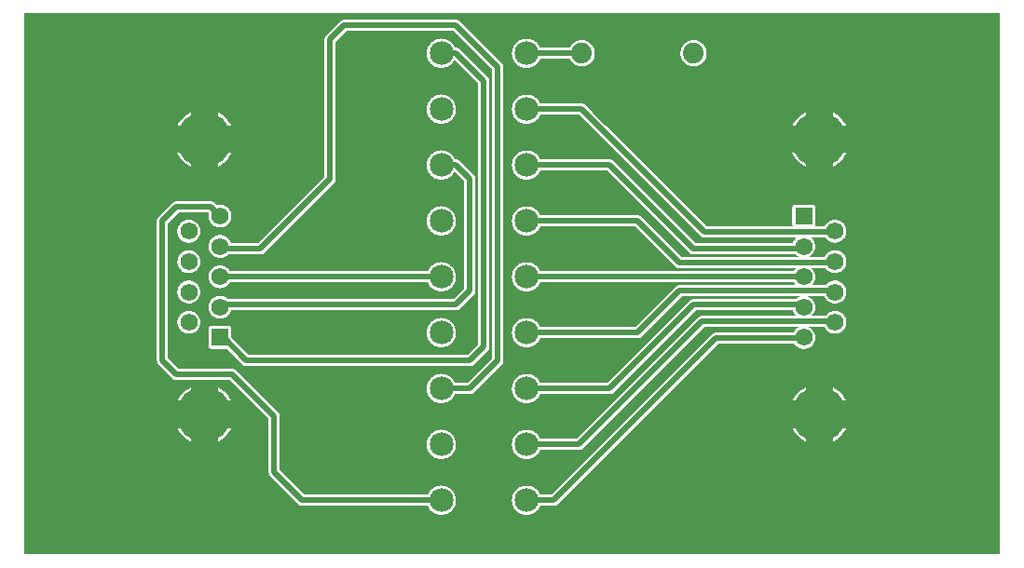
<source format=gtl>
G04 Layer: TopLayer*
G04 EasyEDA v5.9.42, Tue, 26 Mar 2019 22:23:46 GMT*
G04 136a07bf7604451eaa250bedc6906433*
G04 Gerber Generator version 0.2*
G04 Scale: 100 percent, Rotated: No, Reflected: No *
G04 Dimensions in inches *
G04 leading zeros omitted , absolute positions ,2 integer and 4 decimal *
%FSLAX24Y24*%
%MOIN*%
G90*
G70D02*

%ADD11C,0.020000*%
%ADD12C,0.085000*%
%ADD13C,0.074000*%
%ADD14C,0.062000*%
%ADD15C,0.196850*%
%ADD16R,0.062000X0.062000*%

%LPD*%
G36*
G01X10200Y1799D02*
G01X5100Y1799D01*
G01X5100Y59D01*
G01X10200Y59D01*
G01X10200Y1799D01*
G37*

%LPD*%
G36*
G01X4858Y12141D02*
G01X59Y12141D01*
G01X59Y59D01*
G01X5100Y59D01*
G01X5100Y6616D01*
G01X4858Y6858D01*
G01X4855Y6860D01*
G01X4851Y6866D01*
G01X4848Y6868D01*
G01X4844Y6874D01*
G01X4842Y6876D01*
G01X4834Y6888D01*
G01X4832Y6890D01*
G01X4824Y6902D01*
G01X4823Y6906D01*
G01X4821Y6909D01*
G01X4820Y6912D01*
G01X4818Y6915D01*
G01X4817Y6918D01*
G01X4815Y6921D01*
G01X4814Y6925D01*
G01X4813Y6928D01*
G01X4811Y6931D01*
G01X4810Y6934D01*
G01X4809Y6938D01*
G01X4807Y6944D01*
G01X4806Y6948D01*
G01X4804Y6954D01*
G01X4804Y6958D01*
G01X4803Y6961D01*
G01X4802Y6965D01*
G01X4802Y6968D01*
G01X4801Y6972D01*
G01X4801Y6975D01*
G01X4800Y6979D01*
G01X4800Y6989D01*
G01X4799Y6993D01*
G01X4799Y12006D01*
G01X4800Y12010D01*
G01X4800Y12020D01*
G01X4801Y12024D01*
G01X4801Y12027D01*
G01X4802Y12031D01*
G01X4802Y12034D01*
G01X4803Y12038D01*
G01X4804Y12041D01*
G01X4804Y12045D01*
G01X4806Y12051D01*
G01X4807Y12055D01*
G01X4809Y12061D01*
G01X4810Y12065D01*
G01X4811Y12068D01*
G01X4813Y12071D01*
G01X4814Y12074D01*
G01X4815Y12078D01*
G01X4817Y12081D01*
G01X4818Y12084D01*
G01X4820Y12087D01*
G01X4821Y12090D01*
G01X4823Y12093D01*
G01X4824Y12097D01*
G01X4832Y12109D01*
G01X4834Y12111D01*
G01X4842Y12123D01*
G01X4844Y12125D01*
G01X4848Y12131D01*
G01X4851Y12133D01*
G01X4855Y12139D01*
G01X4858Y12141D01*
G37*

%LPD*%
G36*
G01X9858Y1858D02*
G01X5100Y1858D01*
G01X5100Y1799D01*
G01X9993Y1799D01*
G01X9989Y1800D01*
G01X9979Y1800D01*
G01X9975Y1801D01*
G01X9972Y1801D01*
G01X9968Y1802D01*
G01X9965Y1802D01*
G01X9961Y1803D01*
G01X9958Y1804D01*
G01X9954Y1804D01*
G01X9948Y1806D01*
G01X9944Y1807D01*
G01X9938Y1809D01*
G01X9934Y1810D01*
G01X9931Y1811D01*
G01X9928Y1813D01*
G01X9925Y1814D01*
G01X9921Y1815D01*
G01X9918Y1817D01*
G01X9915Y1818D01*
G01X9912Y1820D01*
G01X9909Y1821D01*
G01X9906Y1823D01*
G01X9902Y1824D01*
G01X9890Y1832D01*
G01X9888Y1834D01*
G01X9876Y1842D01*
G01X9874Y1844D01*
G01X9868Y1848D01*
G01X9866Y1851D01*
G01X9860Y1855D01*
G01X9858Y1858D01*
G37*

%LPD*%
G36*
G01X14489Y1799D02*
G01X10200Y1799D01*
G01X10200Y1474D01*
G01X14965Y1474D01*
G01X14956Y1475D01*
G01X14947Y1475D01*
G01X14938Y1476D01*
G01X14928Y1476D01*
G01X14910Y1478D01*
G01X14901Y1480D01*
G01X14883Y1482D01*
G01X14873Y1484D01*
G01X14846Y1490D01*
G01X14837Y1493D01*
G01X14828Y1495D01*
G01X14820Y1498D01*
G01X14811Y1500D01*
G01X14802Y1503D01*
G01X14793Y1507D01*
G01X14785Y1510D01*
G01X14776Y1513D01*
G01X14768Y1517D01*
G01X14759Y1521D01*
G01X14751Y1524D01*
G01X14742Y1528D01*
G01X14734Y1533D01*
G01X14718Y1541D01*
G01X14702Y1551D01*
G01X14694Y1555D01*
G01X14686Y1560D01*
G01X14679Y1566D01*
G01X14663Y1576D01*
G01X14649Y1588D01*
G01X14642Y1593D01*
G01X14634Y1599D01*
G01X14627Y1605D01*
G01X14614Y1618D01*
G01X14607Y1624D01*
G01X14601Y1631D01*
G01X14594Y1637D01*
G01X14558Y1679D01*
G01X14552Y1687D01*
G01X14547Y1694D01*
G01X14537Y1710D01*
G01X14532Y1717D01*
G01X14517Y1741D01*
G01X14513Y1749D01*
G01X14508Y1757D01*
G01X14504Y1766D01*
G01X14496Y1782D01*
G01X14493Y1791D01*
G01X14489Y1799D01*
G37*

%LPD*%
G36*
G01X20400Y1474D02*
G01X10200Y1474D01*
G01X10200Y59D01*
G01X20400Y59D01*
G01X20400Y1474D01*
G37*

%LPD*%
G36*
G01X5100Y15300D02*
G01X59Y15300D01*
G01X59Y12141D01*
G01X4858Y12141D01*
G01X5100Y12383D01*
G01X5100Y15300D01*
G37*

%LPD*%
G36*
G01X5358Y6358D02*
G01X5100Y6616D01*
G01X5100Y6358D01*
G01X5358Y6358D01*
G37*

%LPD*%
G36*
G01X5358Y6358D02*
G01X5100Y6358D01*
G01X5100Y6299D01*
G01X5493Y6299D01*
G01X5489Y6300D01*
G01X5479Y6300D01*
G01X5475Y6301D01*
G01X5472Y6301D01*
G01X5468Y6302D01*
G01X5465Y6302D01*
G01X5461Y6303D01*
G01X5458Y6304D01*
G01X5454Y6304D01*
G01X5448Y6306D01*
G01X5444Y6307D01*
G01X5438Y6309D01*
G01X5434Y6310D01*
G01X5431Y6311D01*
G01X5428Y6313D01*
G01X5425Y6314D01*
G01X5421Y6315D01*
G01X5418Y6317D01*
G01X5415Y6318D01*
G01X5412Y6320D01*
G01X5409Y6321D01*
G01X5406Y6323D01*
G01X5402Y6324D01*
G01X5390Y6332D01*
G01X5388Y6334D01*
G01X5376Y6342D01*
G01X5374Y6344D01*
G01X5368Y6348D01*
G01X5366Y6351D01*
G01X5360Y6355D01*
G01X5358Y6358D01*
G37*

%LPD*%
G36*
G01X5533Y4586D02*
G01X5100Y4586D01*
G01X5100Y4112D01*
G01X6007Y4112D01*
G01X5991Y4121D01*
G01X5957Y4139D01*
G01X5941Y4149D01*
G01X5925Y4158D01*
G01X5909Y4169D01*
G01X5893Y4179D01*
G01X5878Y4190D01*
G01X5862Y4201D01*
G01X5847Y4212D01*
G01X5832Y4224D01*
G01X5817Y4235D01*
G01X5803Y4247D01*
G01X5788Y4260D01*
G01X5774Y4272D01*
G01X5746Y4298D01*
G01X5719Y4325D01*
G01X5706Y4339D01*
G01X5694Y4353D01*
G01X5681Y4367D01*
G01X5669Y4381D01*
G01X5633Y4426D01*
G01X5611Y4456D01*
G01X5600Y4472D01*
G01X5560Y4536D01*
G01X5551Y4553D01*
G01X5542Y4569D01*
G01X5533Y4586D01*
G37*

%LPD*%
G36*
G01X6007Y6045D02*
G01X5100Y6045D01*
G01X5100Y5570D01*
G01X5533Y5570D01*
G01X5551Y5604D01*
G01X5560Y5620D01*
G01X5570Y5637D01*
G01X5600Y5685D01*
G01X5611Y5700D01*
G01X5622Y5716D01*
G01X5633Y5731D01*
G01X5657Y5761D01*
G01X5669Y5775D01*
G01X5681Y5790D01*
G01X5694Y5804D01*
G01X5706Y5818D01*
G01X5719Y5832D01*
G01X5733Y5845D01*
G01X5746Y5858D01*
G01X5788Y5897D01*
G01X5803Y5909D01*
G01X5817Y5921D01*
G01X5832Y5933D01*
G01X5847Y5944D01*
G01X5862Y5956D01*
G01X5878Y5967D01*
G01X5893Y5977D01*
G01X5909Y5988D01*
G01X5957Y6018D01*
G01X5991Y6036D01*
G01X6007Y6045D01*
G37*

%LPD*%
G36*
G01X7417Y6299D02*
G01X5100Y6299D01*
G01X5100Y6045D01*
G01X7671Y6045D01*
G01X7417Y6299D01*
G37*

%LPD*%
G36*
G01X8145Y5570D02*
G01X5100Y5570D01*
G01X5100Y4586D01*
G01X8799Y4586D01*
G01X8799Y4917D01*
G01X8145Y5570D01*
G37*

%LPD*%
G36*
G01X8799Y4112D02*
G01X5100Y4112D01*
G01X5100Y1858D01*
G01X9858Y1858D01*
G01X8858Y2858D01*
G01X8855Y2860D01*
G01X8851Y2866D01*
G01X8848Y2868D01*
G01X8844Y2874D01*
G01X8842Y2876D01*
G01X8834Y2888D01*
G01X8832Y2890D01*
G01X8824Y2902D01*
G01X8823Y2906D01*
G01X8821Y2909D01*
G01X8820Y2912D01*
G01X8818Y2915D01*
G01X8817Y2918D01*
G01X8815Y2921D01*
G01X8814Y2925D01*
G01X8813Y2928D01*
G01X8811Y2931D01*
G01X8810Y2934D01*
G01X8809Y2938D01*
G01X8807Y2944D01*
G01X8806Y2948D01*
G01X8804Y2954D01*
G01X8804Y2958D01*
G01X8803Y2961D01*
G01X8802Y2965D01*
G01X8802Y2968D01*
G01X8801Y2972D01*
G01X8801Y2975D01*
G01X8800Y2979D01*
G01X8800Y2989D01*
G01X8799Y2993D01*
G01X8799Y4112D01*
G37*

%LPD*%
G36*
G01X18015Y2525D02*
G01X14984Y2525D01*
G01X14993Y2524D01*
G01X15002Y2524D01*
G01X15011Y2523D01*
G01X15021Y2523D01*
G01X15048Y2520D01*
G01X15057Y2518D01*
G01X15066Y2517D01*
G01X15111Y2507D01*
G01X15129Y2501D01*
G01X15138Y2499D01*
G01X15146Y2496D01*
G01X15155Y2493D01*
G01X15164Y2489D01*
G01X15172Y2486D01*
G01X15181Y2482D01*
G01X15189Y2479D01*
G01X15198Y2475D01*
G01X15222Y2463D01*
G01X15230Y2458D01*
G01X15238Y2454D01*
G01X15270Y2434D01*
G01X15277Y2429D01*
G01X15285Y2423D01*
G01X15292Y2418D01*
G01X15299Y2412D01*
G01X15307Y2406D01*
G01X15314Y2401D01*
G01X15321Y2394D01*
G01X15328Y2388D01*
G01X15334Y2382D01*
G01X15341Y2376D01*
G01X15347Y2369D01*
G01X15354Y2363D01*
G01X15366Y2349D01*
G01X15373Y2342D01*
G01X15378Y2335D01*
G01X15390Y2321D01*
G01X15396Y2313D01*
G01X15401Y2306D01*
G01X15406Y2298D01*
G01X15412Y2291D01*
G01X15417Y2283D01*
G01X15421Y2275D01*
G01X15431Y2259D01*
G01X15435Y2251D01*
G01X15440Y2243D01*
G01X15448Y2227D01*
G01X15452Y2218D01*
G01X15456Y2210D01*
G01X15459Y2202D01*
G01X15463Y2193D01*
G01X15466Y2184D01*
G01X15469Y2176D01*
G01X15478Y2149D01*
G01X15480Y2141D01*
G01X15483Y2132D01*
G01X15491Y2096D01*
G01X15492Y2087D01*
G01X15494Y2078D01*
G01X15495Y2068D01*
G01X15499Y2032D01*
G01X15499Y2023D01*
G01X15500Y2013D01*
G01X15500Y1986D01*
G01X15499Y1976D01*
G01X15499Y1967D01*
G01X15495Y1931D01*
G01X15494Y1921D01*
G01X15492Y1912D01*
G01X15491Y1903D01*
G01X15483Y1867D01*
G01X15480Y1858D01*
G01X15478Y1850D01*
G01X15469Y1823D01*
G01X15466Y1815D01*
G01X15463Y1806D01*
G01X15459Y1797D01*
G01X15456Y1789D01*
G01X15452Y1781D01*
G01X15448Y1772D01*
G01X15440Y1756D01*
G01X15435Y1748D01*
G01X15431Y1740D01*
G01X15421Y1724D01*
G01X15417Y1716D01*
G01X15412Y1708D01*
G01X15406Y1701D01*
G01X15401Y1693D01*
G01X15396Y1686D01*
G01X15390Y1678D01*
G01X15378Y1664D01*
G01X15373Y1657D01*
G01X15366Y1650D01*
G01X15354Y1636D01*
G01X15347Y1630D01*
G01X15341Y1623D01*
G01X15334Y1617D01*
G01X15328Y1611D01*
G01X15321Y1605D01*
G01X15314Y1598D01*
G01X15307Y1593D01*
G01X15299Y1587D01*
G01X15292Y1581D01*
G01X15285Y1576D01*
G01X15277Y1570D01*
G01X15270Y1565D01*
G01X15238Y1545D01*
G01X15230Y1541D01*
G01X15222Y1536D01*
G01X15198Y1524D01*
G01X15189Y1520D01*
G01X15181Y1517D01*
G01X15172Y1513D01*
G01X15164Y1510D01*
G01X15155Y1506D01*
G01X15146Y1503D01*
G01X15138Y1500D01*
G01X15129Y1498D01*
G01X15111Y1492D01*
G01X15066Y1482D01*
G01X15057Y1481D01*
G01X15048Y1479D01*
G01X15021Y1476D01*
G01X15011Y1476D01*
G01X15002Y1475D01*
G01X14993Y1475D01*
G01X14984Y1474D01*
G01X18015Y1474D01*
G01X18006Y1475D01*
G01X17997Y1475D01*
G01X17988Y1476D01*
G01X17978Y1476D01*
G01X17951Y1479D01*
G01X17942Y1481D01*
G01X17933Y1482D01*
G01X17888Y1492D01*
G01X17870Y1498D01*
G01X17861Y1500D01*
G01X17853Y1503D01*
G01X17844Y1506D01*
G01X17835Y1510D01*
G01X17827Y1513D01*
G01X17818Y1517D01*
G01X17810Y1520D01*
G01X17801Y1524D01*
G01X17777Y1536D01*
G01X17769Y1541D01*
G01X17761Y1545D01*
G01X17729Y1565D01*
G01X17722Y1570D01*
G01X17714Y1576D01*
G01X17707Y1581D01*
G01X17700Y1587D01*
G01X17692Y1593D01*
G01X17685Y1598D01*
G01X17678Y1605D01*
G01X17671Y1611D01*
G01X17665Y1617D01*
G01X17658Y1623D01*
G01X17652Y1630D01*
G01X17645Y1636D01*
G01X17633Y1650D01*
G01X17626Y1657D01*
G01X17621Y1664D01*
G01X17609Y1678D01*
G01X17603Y1686D01*
G01X17598Y1693D01*
G01X17593Y1701D01*
G01X17587Y1708D01*
G01X17582Y1716D01*
G01X17578Y1724D01*
G01X17568Y1740D01*
G01X17564Y1748D01*
G01X17559Y1756D01*
G01X17551Y1772D01*
G01X17547Y1781D01*
G01X17543Y1789D01*
G01X17540Y1797D01*
G01X17536Y1806D01*
G01X17533Y1815D01*
G01X17530Y1823D01*
G01X17521Y1850D01*
G01X17519Y1858D01*
G01X17516Y1867D01*
G01X17508Y1903D01*
G01X17507Y1912D01*
G01X17505Y1921D01*
G01X17504Y1931D01*
G01X17500Y1967D01*
G01X17500Y1976D01*
G01X17499Y1986D01*
G01X17499Y2013D01*
G01X17500Y2023D01*
G01X17500Y2032D01*
G01X17504Y2068D01*
G01X17505Y2078D01*
G01X17507Y2087D01*
G01X17508Y2096D01*
G01X17516Y2132D01*
G01X17519Y2141D01*
G01X17521Y2149D01*
G01X17530Y2176D01*
G01X17533Y2184D01*
G01X17536Y2193D01*
G01X17540Y2202D01*
G01X17543Y2210D01*
G01X17547Y2218D01*
G01X17551Y2227D01*
G01X17559Y2243D01*
G01X17564Y2251D01*
G01X17568Y2259D01*
G01X17578Y2275D01*
G01X17582Y2283D01*
G01X17587Y2291D01*
G01X17593Y2298D01*
G01X17598Y2306D01*
G01X17603Y2313D01*
G01X17609Y2321D01*
G01X17621Y2335D01*
G01X17626Y2342D01*
G01X17633Y2349D01*
G01X17645Y2363D01*
G01X17652Y2369D01*
G01X17658Y2376D01*
G01X17665Y2382D01*
G01X17671Y2388D01*
G01X17678Y2394D01*
G01X17685Y2401D01*
G01X17692Y2406D01*
G01X17700Y2412D01*
G01X17707Y2418D01*
G01X17714Y2423D01*
G01X17722Y2429D01*
G01X17729Y2434D01*
G01X17761Y2454D01*
G01X17769Y2458D01*
G01X17777Y2463D01*
G01X17801Y2475D01*
G01X17810Y2479D01*
G01X17818Y2482D01*
G01X17827Y2486D01*
G01X17835Y2489D01*
G01X17844Y2493D01*
G01X17853Y2496D01*
G01X17861Y2499D01*
G01X17870Y2501D01*
G01X17888Y2507D01*
G01X17933Y2517D01*
G01X17942Y2518D01*
G01X17951Y2520D01*
G01X17978Y2523D01*
G01X17988Y2523D01*
G01X17997Y2524D01*
G01X18006Y2524D01*
G01X18015Y2525D01*
G37*

%LPD*%
G36*
G01X20400Y1799D02*
G01X18510Y1799D01*
G01X18506Y1791D01*
G01X18503Y1782D01*
G01X18495Y1766D01*
G01X18491Y1757D01*
G01X18486Y1749D01*
G01X18482Y1741D01*
G01X18467Y1717D01*
G01X18462Y1710D01*
G01X18452Y1694D01*
G01X18447Y1687D01*
G01X18441Y1679D01*
G01X18405Y1637D01*
G01X18398Y1631D01*
G01X18392Y1624D01*
G01X18385Y1618D01*
G01X18372Y1605D01*
G01X18365Y1599D01*
G01X18357Y1593D01*
G01X18350Y1588D01*
G01X18336Y1576D01*
G01X18320Y1566D01*
G01X18313Y1560D01*
G01X18305Y1555D01*
G01X18297Y1551D01*
G01X18281Y1541D01*
G01X18265Y1533D01*
G01X18257Y1528D01*
G01X18248Y1524D01*
G01X18240Y1521D01*
G01X18231Y1517D01*
G01X18223Y1513D01*
G01X18214Y1510D01*
G01X18206Y1507D01*
G01X18197Y1503D01*
G01X18188Y1500D01*
G01X18179Y1498D01*
G01X18171Y1495D01*
G01X18162Y1493D01*
G01X18153Y1490D01*
G01X18126Y1484D01*
G01X18116Y1482D01*
G01X18098Y1480D01*
G01X18089Y1478D01*
G01X18071Y1476D01*
G01X18061Y1476D01*
G01X18052Y1475D01*
G01X18043Y1475D01*
G01X18034Y1474D01*
G01X20400Y1474D01*
G01X20400Y1799D01*
G37*

%LPD*%
G36*
G01X34939Y4112D02*
G01X21395Y4112D01*
G01X20400Y3116D01*
G01X20400Y59D01*
G01X34939Y59D01*
G01X34939Y4112D01*
G37*

%LPD*%
G36*
G01X5493Y12700D02*
G01X5100Y12700D01*
G01X5100Y12383D01*
G01X5358Y12641D01*
G01X5360Y12644D01*
G01X5366Y12648D01*
G01X5368Y12651D01*
G01X5374Y12655D01*
G01X5376Y12657D01*
G01X5388Y12665D01*
G01X5390Y12667D01*
G01X5402Y12675D01*
G01X5406Y12676D01*
G01X5409Y12678D01*
G01X5412Y12679D01*
G01X5415Y12681D01*
G01X5418Y12682D01*
G01X5421Y12684D01*
G01X5425Y12685D01*
G01X5428Y12686D01*
G01X5431Y12688D01*
G01X5434Y12689D01*
G01X5438Y12690D01*
G01X5444Y12692D01*
G01X5448Y12693D01*
G01X5454Y12695D01*
G01X5458Y12695D01*
G01X5461Y12696D01*
G01X5465Y12697D01*
G01X5468Y12697D01*
G01X5472Y12698D01*
G01X5475Y12698D01*
G01X5479Y12699D01*
G01X5489Y12699D01*
G01X5493Y12700D01*
G37*

%LPD*%
G36*
G01X10799Y15413D02*
G01X59Y15413D01*
G01X59Y15300D01*
G01X10799Y15300D01*
G01X10799Y15413D01*
G37*

%LPD*%
G36*
G01X5533Y14429D02*
G01X5100Y14429D01*
G01X5100Y13954D01*
G01X6007Y13954D01*
G01X5991Y13963D01*
G01X5957Y13981D01*
G01X5909Y14011D01*
G01X5893Y14022D01*
G01X5878Y14032D01*
G01X5862Y14043D01*
G01X5847Y14055D01*
G01X5832Y14066D01*
G01X5817Y14078D01*
G01X5803Y14090D01*
G01X5788Y14102D01*
G01X5746Y14141D01*
G01X5733Y14154D01*
G01X5719Y14167D01*
G01X5706Y14181D01*
G01X5694Y14195D01*
G01X5681Y14209D01*
G01X5669Y14224D01*
G01X5657Y14238D01*
G01X5633Y14268D01*
G01X5622Y14283D01*
G01X5611Y14299D01*
G01X5600Y14314D01*
G01X5570Y14362D01*
G01X5560Y14379D01*
G01X5551Y14395D01*
G01X5533Y14429D01*
G37*

%LPD*%
G36*
G01X10200Y15300D02*
G01X5100Y15300D01*
G01X5100Y14429D01*
G01X10200Y14429D01*
G01X10200Y15300D01*
G37*

%LPD*%
G36*
G01X10200Y13954D02*
G01X5100Y13954D01*
G01X5100Y12700D01*
G01X9917Y12700D01*
G01X10200Y12983D01*
G01X10200Y13954D01*
G37*

%LPD*%
G36*
G01X6992Y4586D02*
G01X6007Y4586D01*
G01X6007Y4112D01*
G01X6992Y4112D01*
G01X6992Y4586D01*
G37*

%LPD*%
G36*
G01X6992Y6045D02*
G01X6007Y6045D01*
G01X6007Y5570D01*
G01X6992Y5570D01*
G01X6992Y6045D01*
G37*

%LPD*%
G36*
G01X7671Y6045D02*
G01X6992Y6045D01*
G01X7008Y6036D01*
G01X7042Y6018D01*
G01X7090Y5988D01*
G01X7106Y5977D01*
G01X7121Y5967D01*
G01X7137Y5956D01*
G01X7152Y5944D01*
G01X7167Y5933D01*
G01X7197Y5909D01*
G01X7211Y5897D01*
G01X7253Y5858D01*
G01X7266Y5845D01*
G01X7280Y5832D01*
G01X7293Y5818D01*
G01X7305Y5804D01*
G01X7318Y5790D01*
G01X7330Y5775D01*
G01X7342Y5761D01*
G01X7366Y5731D01*
G01X7377Y5716D01*
G01X7388Y5700D01*
G01X7399Y5685D01*
G01X7429Y5637D01*
G01X7439Y5620D01*
G01X7448Y5604D01*
G01X7466Y5570D01*
G01X8145Y5570D01*
G01X7671Y6045D01*
G37*

%LPD*%
G36*
G01X8799Y4586D02*
G01X7466Y4586D01*
G01X7457Y4569D01*
G01X7448Y4553D01*
G01X7439Y4536D01*
G01X7399Y4472D01*
G01X7388Y4456D01*
G01X7366Y4426D01*
G01X7330Y4381D01*
G01X7318Y4367D01*
G01X7305Y4353D01*
G01X7293Y4339D01*
G01X7280Y4325D01*
G01X7253Y4298D01*
G01X7225Y4272D01*
G01X7211Y4260D01*
G01X7197Y4247D01*
G01X7182Y4235D01*
G01X7167Y4224D01*
G01X7152Y4212D01*
G01X7137Y4201D01*
G01X7121Y4190D01*
G01X7106Y4179D01*
G01X7090Y4169D01*
G01X7074Y4158D01*
G01X7058Y4149D01*
G01X7042Y4139D01*
G01X7008Y4121D01*
G01X6992Y4112D01*
G01X8799Y4112D01*
G01X8799Y4586D01*
G37*

%LPD*%
G36*
G01X14965Y2525D02*
G01X10200Y2525D01*
G01X10200Y2200D01*
G01X14489Y2200D01*
G01X14493Y2208D01*
G01X14496Y2217D01*
G01X14504Y2233D01*
G01X14508Y2242D01*
G01X14513Y2250D01*
G01X14517Y2258D01*
G01X14532Y2282D01*
G01X14537Y2289D01*
G01X14547Y2305D01*
G01X14552Y2312D01*
G01X14558Y2320D01*
G01X14594Y2362D01*
G01X14601Y2368D01*
G01X14607Y2375D01*
G01X14614Y2381D01*
G01X14627Y2394D01*
G01X14634Y2400D01*
G01X14642Y2406D01*
G01X14649Y2411D01*
G01X14663Y2423D01*
G01X14679Y2433D01*
G01X14686Y2439D01*
G01X14694Y2444D01*
G01X14702Y2448D01*
G01X14718Y2458D01*
G01X14734Y2466D01*
G01X14742Y2471D01*
G01X14751Y2475D01*
G01X14759Y2478D01*
G01X14768Y2482D01*
G01X14776Y2486D01*
G01X14785Y2489D01*
G01X14793Y2492D01*
G01X14802Y2496D01*
G01X14811Y2499D01*
G01X14820Y2501D01*
G01X14828Y2504D01*
G01X14837Y2506D01*
G01X14846Y2509D01*
G01X14873Y2515D01*
G01X14883Y2517D01*
G01X14901Y2519D01*
G01X14910Y2521D01*
G01X14928Y2523D01*
G01X14938Y2523D01*
G01X14947Y2524D01*
G01X14956Y2524D01*
G01X14965Y2525D01*
G37*

%LPD*%
G36*
G01X20191Y3474D02*
G01X10200Y3474D01*
G01X10200Y2525D01*
G01X19242Y2525D01*
G01X20191Y3474D01*
G37*

%LPD*%
G36*
G01X19242Y2525D02*
G01X18034Y2525D01*
G01X18043Y2524D01*
G01X18052Y2524D01*
G01X18061Y2523D01*
G01X18071Y2523D01*
G01X18089Y2521D01*
G01X18098Y2519D01*
G01X18116Y2517D01*
G01X18126Y2515D01*
G01X18153Y2509D01*
G01X18162Y2506D01*
G01X18171Y2504D01*
G01X18179Y2501D01*
G01X18188Y2499D01*
G01X18197Y2496D01*
G01X18206Y2492D01*
G01X18214Y2489D01*
G01X18223Y2486D01*
G01X18231Y2482D01*
G01X18240Y2478D01*
G01X18248Y2475D01*
G01X18257Y2471D01*
G01X18265Y2466D01*
G01X18281Y2458D01*
G01X18297Y2448D01*
G01X18305Y2444D01*
G01X18313Y2439D01*
G01X18320Y2433D01*
G01X18336Y2423D01*
G01X18350Y2411D01*
G01X18357Y2406D01*
G01X18365Y2400D01*
G01X18372Y2394D01*
G01X18385Y2381D01*
G01X18392Y2375D01*
G01X18398Y2368D01*
G01X18405Y2362D01*
G01X18441Y2320D01*
G01X18447Y2312D01*
G01X18452Y2305D01*
G01X18462Y2289D01*
G01X18467Y2282D01*
G01X18482Y2258D01*
G01X18486Y2250D01*
G01X18491Y2242D01*
G01X18495Y2233D01*
G01X18503Y2217D01*
G01X18506Y2208D01*
G01X18510Y2200D01*
G01X18917Y2200D01*
G01X19242Y2525D01*
G37*

%LPD*%
G36*
G01X20400Y1799D02*
G01X20400Y3116D01*
G01X19141Y1858D01*
G01X19139Y1855D01*
G01X19133Y1851D01*
G01X19131Y1848D01*
G01X19125Y1844D01*
G01X19123Y1842D01*
G01X19111Y1834D01*
G01X19109Y1832D01*
G01X19097Y1824D01*
G01X19093Y1823D01*
G01X19090Y1821D01*
G01X19087Y1820D01*
G01X19084Y1818D01*
G01X19081Y1817D01*
G01X19078Y1815D01*
G01X19074Y1814D01*
G01X19071Y1813D01*
G01X19068Y1811D01*
G01X19065Y1810D01*
G01X19061Y1809D01*
G01X19055Y1807D01*
G01X19051Y1806D01*
G01X19045Y1804D01*
G01X19041Y1804D01*
G01X19038Y1803D01*
G01X19034Y1802D01*
G01X19031Y1802D01*
G01X19027Y1801D01*
G01X19024Y1801D01*
G01X19020Y1800D01*
G01X19010Y1800D01*
G01X19006Y1799D01*
G01X20400Y1799D01*
G37*

%LPD*%
G36*
G01X27533Y4586D02*
G01X21869Y4586D01*
G01X21395Y4112D01*
G01X28007Y4112D01*
G01X27991Y4121D01*
G01X27957Y4139D01*
G01X27941Y4149D01*
G01X27925Y4158D01*
G01X27909Y4169D01*
G01X27893Y4179D01*
G01X27878Y4190D01*
G01X27862Y4201D01*
G01X27847Y4212D01*
G01X27832Y4224D01*
G01X27817Y4235D01*
G01X27802Y4247D01*
G01X27788Y4260D01*
G01X27774Y4272D01*
G01X27746Y4298D01*
G01X27719Y4325D01*
G01X27706Y4339D01*
G01X27694Y4353D01*
G01X27681Y4367D01*
G01X27669Y4381D01*
G01X27633Y4426D01*
G01X27611Y4456D01*
G01X27600Y4472D01*
G01X27560Y4536D01*
G01X27551Y4553D01*
G01X27542Y4569D01*
G01X27533Y4586D01*
G37*

%LPD*%
G36*
G01X28992Y4586D02*
G01X28007Y4586D01*
G01X28007Y4112D01*
G01X28992Y4112D01*
G01X28992Y4586D01*
G37*

%LPD*%
G36*
G01X34939Y4586D02*
G01X29466Y4586D01*
G01X29457Y4569D01*
G01X29448Y4553D01*
G01X29439Y4536D01*
G01X29399Y4472D01*
G01X29388Y4456D01*
G01X29366Y4426D01*
G01X29330Y4381D01*
G01X29318Y4367D01*
G01X29305Y4353D01*
G01X29293Y4339D01*
G01X29280Y4325D01*
G01X29253Y4298D01*
G01X29225Y4272D01*
G01X29211Y4260D01*
G01X29196Y4247D01*
G01X29182Y4235D01*
G01X29167Y4224D01*
G01X29152Y4212D01*
G01X29137Y4201D01*
G01X29121Y4190D01*
G01X29106Y4179D01*
G01X29090Y4169D01*
G01X29074Y4158D01*
G01X29058Y4149D01*
G01X29042Y4139D01*
G01X29008Y4121D01*
G01X28992Y4112D01*
G01X34939Y4112D01*
G01X34939Y4586D01*
G37*

%LPD*%
G36*
G01X6007Y15887D02*
G01X59Y15887D01*
G01X59Y15413D01*
G01X5533Y15413D01*
G01X5542Y15430D01*
G01X5551Y15446D01*
G01X5560Y15463D01*
G01X5600Y15527D01*
G01X5611Y15543D01*
G01X5633Y15573D01*
G01X5669Y15618D01*
G01X5681Y15632D01*
G01X5694Y15646D01*
G01X5706Y15660D01*
G01X5719Y15674D01*
G01X5746Y15701D01*
G01X5774Y15727D01*
G01X5788Y15739D01*
G01X5803Y15752D01*
G01X5817Y15764D01*
G01X5832Y15775D01*
G01X5847Y15787D01*
G01X5862Y15798D01*
G01X5878Y15809D01*
G01X5893Y15820D01*
G01X5909Y15830D01*
G01X5925Y15841D01*
G01X5941Y15850D01*
G01X5957Y15860D01*
G01X5991Y15878D01*
G01X6007Y15887D01*
G37*

%LPD*%
G36*
G01X6992Y15887D02*
G01X6007Y15887D01*
G01X6007Y15413D01*
G01X6992Y15413D01*
G01X6992Y15887D01*
G37*

%LPD*%
G36*
G01X10799Y15887D02*
G01X6992Y15887D01*
G01X7008Y15878D01*
G01X7042Y15860D01*
G01X7058Y15850D01*
G01X7074Y15841D01*
G01X7090Y15830D01*
G01X7106Y15820D01*
G01X7121Y15809D01*
G01X7137Y15798D01*
G01X7152Y15787D01*
G01X7167Y15775D01*
G01X7182Y15764D01*
G01X7197Y15752D01*
G01X7211Y15739D01*
G01X7225Y15727D01*
G01X7253Y15701D01*
G01X7280Y15674D01*
G01X7293Y15660D01*
G01X7305Y15646D01*
G01X7318Y15632D01*
G01X7330Y15618D01*
G01X7366Y15573D01*
G01X7388Y15543D01*
G01X7399Y15527D01*
G01X7439Y15463D01*
G01X7448Y15446D01*
G01X7457Y15430D01*
G01X7466Y15413D01*
G01X10799Y15413D01*
G01X10799Y15887D01*
G37*

%LPD*%
G36*
G01X10799Y15300D02*
G01X10200Y15300D01*
G01X10200Y12983D01*
G01X10799Y13582D01*
G01X10799Y15300D01*
G37*

%LPD*%
G36*
G01X6992Y14429D02*
G01X6007Y14429D01*
G01X6007Y13954D01*
G01X6992Y13954D01*
G01X6992Y14429D01*
G37*

%LPD*%
G36*
G01X10200Y14429D02*
G01X7466Y14429D01*
G01X7448Y14395D01*
G01X7439Y14379D01*
G01X7429Y14362D01*
G01X7399Y14314D01*
G01X7388Y14299D01*
G01X7377Y14283D01*
G01X7366Y14268D01*
G01X7342Y14238D01*
G01X7330Y14224D01*
G01X7318Y14209D01*
G01X7305Y14195D01*
G01X7293Y14181D01*
G01X7280Y14167D01*
G01X7266Y14154D01*
G01X7253Y14141D01*
G01X7211Y14102D01*
G01X7197Y14090D01*
G01X7167Y14066D01*
G01X7152Y14055D01*
G01X7137Y14043D01*
G01X7121Y14032D01*
G01X7106Y14022D01*
G01X7090Y14011D01*
G01X7042Y13981D01*
G01X7008Y13963D01*
G01X6992Y13954D01*
G01X10200Y13954D01*
G01X10200Y14429D01*
G37*

%LPD*%
G36*
G01X9917Y12700D02*
G01X6739Y12700D01*
G01X6742Y12699D01*
G01X6753Y12699D01*
G01X6756Y12698D01*
G01X6760Y12698D01*
G01X6763Y12697D01*
G01X6767Y12697D01*
G01X6773Y12695D01*
G01X6777Y12695D01*
G01X6780Y12694D01*
G01X6784Y12693D01*
G01X6790Y12691D01*
G01X6794Y12690D01*
G01X6800Y12688D01*
G01X6804Y12686D01*
G01X6810Y12684D01*
G01X6813Y12682D01*
G01X6816Y12681D01*
G01X6820Y12679D01*
G01X6823Y12678D01*
G01X6826Y12676D01*
G01X6829Y12675D01*
G01X6847Y12663D01*
G01X6849Y12661D01*
G01X6858Y12655D01*
G01X6860Y12653D01*
G01X6863Y12651D01*
G01X6868Y12646D01*
G01X6871Y12644D01*
G01X6873Y12641D01*
G01X9858Y12641D01*
G01X9917Y12700D01*
G37*

%LPD*%
G36*
G01X10200Y5141D02*
G01X9141Y5141D01*
G01X9144Y5139D01*
G01X9148Y5133D01*
G01X9151Y5131D01*
G01X9155Y5125D01*
G01X9157Y5123D01*
G01X9165Y5111D01*
G01X9167Y5109D01*
G01X9175Y5097D01*
G01X9176Y5093D01*
G01X9178Y5090D01*
G01X9179Y5087D01*
G01X9181Y5084D01*
G01X9182Y5081D01*
G01X9184Y5078D01*
G01X9185Y5074D01*
G01X9186Y5071D01*
G01X9188Y5068D01*
G01X9189Y5065D01*
G01X9190Y5061D01*
G01X9192Y5055D01*
G01X9193Y5051D01*
G01X9195Y5045D01*
G01X9195Y5041D01*
G01X9196Y5038D01*
G01X9197Y5034D01*
G01X9197Y5031D01*
G01X9198Y5027D01*
G01X9198Y5024D01*
G01X9199Y5020D01*
G01X9199Y5010D01*
G01X9200Y5006D01*
G01X9200Y3082D01*
G01X10082Y2200D01*
G01X10200Y2200D01*
G01X10200Y5141D01*
G37*

%LPD*%
G36*
G01X14965Y4525D02*
G01X10200Y4525D01*
G01X10200Y3474D01*
G01X14965Y3474D01*
G01X14956Y3475D01*
G01X14947Y3475D01*
G01X14938Y3476D01*
G01X14928Y3476D01*
G01X14901Y3479D01*
G01X14892Y3481D01*
G01X14883Y3482D01*
G01X14838Y3492D01*
G01X14820Y3498D01*
G01X14811Y3500D01*
G01X14803Y3503D01*
G01X14794Y3506D01*
G01X14785Y3510D01*
G01X14777Y3513D01*
G01X14768Y3517D01*
G01X14760Y3520D01*
G01X14751Y3524D01*
G01X14727Y3536D01*
G01X14719Y3541D01*
G01X14711Y3545D01*
G01X14679Y3565D01*
G01X14672Y3570D01*
G01X14664Y3576D01*
G01X14657Y3581D01*
G01X14650Y3587D01*
G01X14642Y3593D01*
G01X14635Y3598D01*
G01X14628Y3605D01*
G01X14621Y3611D01*
G01X14615Y3617D01*
G01X14608Y3623D01*
G01X14602Y3630D01*
G01X14595Y3636D01*
G01X14583Y3650D01*
G01X14576Y3657D01*
G01X14571Y3664D01*
G01X14559Y3678D01*
G01X14553Y3686D01*
G01X14548Y3693D01*
G01X14543Y3701D01*
G01X14537Y3708D01*
G01X14532Y3716D01*
G01X14528Y3724D01*
G01X14518Y3740D01*
G01X14514Y3748D01*
G01X14509Y3756D01*
G01X14501Y3772D01*
G01X14497Y3781D01*
G01X14493Y3789D01*
G01X14490Y3797D01*
G01X14486Y3806D01*
G01X14483Y3815D01*
G01X14480Y3823D01*
G01X14471Y3850D01*
G01X14469Y3858D01*
G01X14466Y3867D01*
G01X14458Y3903D01*
G01X14457Y3912D01*
G01X14455Y3921D01*
G01X14454Y3931D01*
G01X14450Y3967D01*
G01X14450Y3976D01*
G01X14449Y3986D01*
G01X14449Y4013D01*
G01X14450Y4023D01*
G01X14450Y4032D01*
G01X14454Y4068D01*
G01X14455Y4078D01*
G01X14457Y4087D01*
G01X14458Y4096D01*
G01X14466Y4132D01*
G01X14469Y4141D01*
G01X14471Y4149D01*
G01X14480Y4176D01*
G01X14483Y4184D01*
G01X14486Y4193D01*
G01X14490Y4202D01*
G01X14493Y4210D01*
G01X14497Y4218D01*
G01X14501Y4227D01*
G01X14509Y4243D01*
G01X14514Y4251D01*
G01X14518Y4259D01*
G01X14528Y4275D01*
G01X14532Y4283D01*
G01X14537Y4291D01*
G01X14543Y4298D01*
G01X14548Y4306D01*
G01X14553Y4313D01*
G01X14559Y4321D01*
G01X14571Y4335D01*
G01X14576Y4342D01*
G01X14583Y4349D01*
G01X14595Y4363D01*
G01X14602Y4369D01*
G01X14608Y4376D01*
G01X14615Y4382D01*
G01X14621Y4388D01*
G01X14628Y4394D01*
G01X14635Y4401D01*
G01X14642Y4406D01*
G01X14650Y4412D01*
G01X14657Y4418D01*
G01X14664Y4423D01*
G01X14672Y4429D01*
G01X14679Y4434D01*
G01X14711Y4454D01*
G01X14719Y4458D01*
G01X14727Y4463D01*
G01X14751Y4475D01*
G01X14760Y4479D01*
G01X14768Y4482D01*
G01X14777Y4486D01*
G01X14785Y4489D01*
G01X14794Y4493D01*
G01X14803Y4496D01*
G01X14811Y4499D01*
G01X14820Y4501D01*
G01X14838Y4507D01*
G01X14883Y4517D01*
G01X14892Y4518D01*
G01X14901Y4520D01*
G01X14928Y4523D01*
G01X14938Y4523D01*
G01X14947Y4524D01*
G01X14956Y4524D01*
G01X14965Y4525D01*
G37*

%LPD*%
G36*
G01X18015Y4525D02*
G01X14984Y4525D01*
G01X14993Y4524D01*
G01X15002Y4524D01*
G01X15011Y4523D01*
G01X15021Y4523D01*
G01X15048Y4520D01*
G01X15057Y4518D01*
G01X15066Y4517D01*
G01X15111Y4507D01*
G01X15129Y4501D01*
G01X15138Y4499D01*
G01X15146Y4496D01*
G01X15155Y4493D01*
G01X15164Y4489D01*
G01X15172Y4486D01*
G01X15181Y4482D01*
G01X15189Y4479D01*
G01X15198Y4475D01*
G01X15222Y4463D01*
G01X15230Y4458D01*
G01X15238Y4454D01*
G01X15270Y4434D01*
G01X15277Y4429D01*
G01X15285Y4423D01*
G01X15292Y4418D01*
G01X15299Y4412D01*
G01X15307Y4406D01*
G01X15314Y4401D01*
G01X15321Y4394D01*
G01X15328Y4388D01*
G01X15334Y4382D01*
G01X15341Y4376D01*
G01X15347Y4369D01*
G01X15354Y4363D01*
G01X15366Y4349D01*
G01X15373Y4342D01*
G01X15378Y4335D01*
G01X15390Y4321D01*
G01X15396Y4313D01*
G01X15401Y4306D01*
G01X15406Y4298D01*
G01X15412Y4291D01*
G01X15417Y4283D01*
G01X15421Y4275D01*
G01X15431Y4259D01*
G01X15435Y4251D01*
G01X15440Y4243D01*
G01X15448Y4227D01*
G01X15452Y4218D01*
G01X15456Y4210D01*
G01X15459Y4202D01*
G01X15463Y4193D01*
G01X15466Y4184D01*
G01X15469Y4176D01*
G01X15478Y4149D01*
G01X15480Y4141D01*
G01X15483Y4132D01*
G01X15491Y4096D01*
G01X15492Y4087D01*
G01X15494Y4078D01*
G01X15495Y4068D01*
G01X15499Y4032D01*
G01X15499Y4023D01*
G01X15500Y4013D01*
G01X15500Y3986D01*
G01X15499Y3976D01*
G01X15499Y3967D01*
G01X15495Y3931D01*
G01X15494Y3921D01*
G01X15492Y3912D01*
G01X15491Y3903D01*
G01X15483Y3867D01*
G01X15480Y3858D01*
G01X15478Y3850D01*
G01X15469Y3823D01*
G01X15466Y3815D01*
G01X15463Y3806D01*
G01X15459Y3797D01*
G01X15456Y3789D01*
G01X15452Y3781D01*
G01X15448Y3772D01*
G01X15440Y3756D01*
G01X15435Y3748D01*
G01X15431Y3740D01*
G01X15421Y3724D01*
G01X15417Y3716D01*
G01X15412Y3708D01*
G01X15406Y3701D01*
G01X15401Y3693D01*
G01X15396Y3686D01*
G01X15390Y3678D01*
G01X15378Y3664D01*
G01X15373Y3657D01*
G01X15366Y3650D01*
G01X15354Y3636D01*
G01X15347Y3630D01*
G01X15341Y3623D01*
G01X15334Y3617D01*
G01X15328Y3611D01*
G01X15321Y3605D01*
G01X15314Y3598D01*
G01X15307Y3593D01*
G01X15299Y3587D01*
G01X15292Y3581D01*
G01X15285Y3576D01*
G01X15277Y3570D01*
G01X15270Y3565D01*
G01X15238Y3545D01*
G01X15230Y3541D01*
G01X15222Y3536D01*
G01X15198Y3524D01*
G01X15189Y3520D01*
G01X15181Y3517D01*
G01X15172Y3513D01*
G01X15164Y3510D01*
G01X15155Y3506D01*
G01X15146Y3503D01*
G01X15138Y3500D01*
G01X15129Y3498D01*
G01X15111Y3492D01*
G01X15066Y3482D01*
G01X15057Y3481D01*
G01X15048Y3479D01*
G01X15021Y3476D01*
G01X15011Y3476D01*
G01X15002Y3475D01*
G01X14993Y3475D01*
G01X14984Y3474D01*
G01X18015Y3474D01*
G01X18006Y3475D01*
G01X17997Y3475D01*
G01X17988Y3476D01*
G01X17978Y3476D01*
G01X17951Y3479D01*
G01X17942Y3481D01*
G01X17933Y3482D01*
G01X17888Y3492D01*
G01X17870Y3498D01*
G01X17861Y3500D01*
G01X17853Y3503D01*
G01X17844Y3506D01*
G01X17835Y3510D01*
G01X17827Y3513D01*
G01X17818Y3517D01*
G01X17810Y3520D01*
G01X17801Y3524D01*
G01X17777Y3536D01*
G01X17769Y3541D01*
G01X17761Y3545D01*
G01X17729Y3565D01*
G01X17722Y3570D01*
G01X17714Y3576D01*
G01X17707Y3581D01*
G01X17700Y3587D01*
G01X17692Y3593D01*
G01X17685Y3598D01*
G01X17678Y3605D01*
G01X17671Y3611D01*
G01X17665Y3617D01*
G01X17658Y3623D01*
G01X17652Y3630D01*
G01X17645Y3636D01*
G01X17633Y3650D01*
G01X17626Y3657D01*
G01X17621Y3664D01*
G01X17609Y3678D01*
G01X17603Y3686D01*
G01X17598Y3693D01*
G01X17593Y3701D01*
G01X17587Y3708D01*
G01X17582Y3716D01*
G01X17578Y3724D01*
G01X17568Y3740D01*
G01X17564Y3748D01*
G01X17559Y3756D01*
G01X17551Y3772D01*
G01X17547Y3781D01*
G01X17543Y3789D01*
G01X17540Y3797D01*
G01X17536Y3806D01*
G01X17533Y3815D01*
G01X17530Y3823D01*
G01X17521Y3850D01*
G01X17519Y3858D01*
G01X17516Y3867D01*
G01X17508Y3903D01*
G01X17507Y3912D01*
G01X17505Y3921D01*
G01X17504Y3931D01*
G01X17500Y3967D01*
G01X17500Y3976D01*
G01X17499Y3986D01*
G01X17499Y4013D01*
G01X17500Y4023D01*
G01X17500Y4032D01*
G01X17504Y4068D01*
G01X17505Y4078D01*
G01X17507Y4087D01*
G01X17508Y4096D01*
G01X17516Y4132D01*
G01X17519Y4141D01*
G01X17521Y4149D01*
G01X17530Y4176D01*
G01X17533Y4184D01*
G01X17536Y4193D01*
G01X17540Y4202D01*
G01X17543Y4210D01*
G01X17547Y4218D01*
G01X17551Y4227D01*
G01X17559Y4243D01*
G01X17564Y4251D01*
G01X17568Y4259D01*
G01X17578Y4275D01*
G01X17582Y4283D01*
G01X17587Y4291D01*
G01X17593Y4298D01*
G01X17598Y4306D01*
G01X17603Y4313D01*
G01X17609Y4321D01*
G01X17621Y4335D01*
G01X17626Y4342D01*
G01X17633Y4349D01*
G01X17645Y4363D01*
G01X17652Y4369D01*
G01X17658Y4376D01*
G01X17665Y4382D01*
G01X17671Y4388D01*
G01X17678Y4394D01*
G01X17685Y4401D01*
G01X17692Y4406D01*
G01X17700Y4412D01*
G01X17707Y4418D01*
G01X17714Y4423D01*
G01X17722Y4429D01*
G01X17729Y4434D01*
G01X17761Y4454D01*
G01X17769Y4458D01*
G01X17777Y4463D01*
G01X17801Y4475D01*
G01X17810Y4479D01*
G01X17818Y4482D01*
G01X17827Y4486D01*
G01X17835Y4489D01*
G01X17844Y4493D01*
G01X17853Y4496D01*
G01X17861Y4499D01*
G01X17870Y4501D01*
G01X17888Y4507D01*
G01X17933Y4517D01*
G01X17942Y4518D01*
G01X17951Y4520D01*
G01X17978Y4523D01*
G01X17988Y4523D01*
G01X17997Y4524D01*
G01X18006Y4524D01*
G01X18015Y4525D01*
G37*

%LPD*%
G36*
G01X20400Y3799D02*
G01X18510Y3799D01*
G01X18506Y3791D01*
G01X18503Y3782D01*
G01X18495Y3766D01*
G01X18491Y3757D01*
G01X18486Y3749D01*
G01X18482Y3741D01*
G01X18467Y3717D01*
G01X18462Y3710D01*
G01X18452Y3694D01*
G01X18447Y3687D01*
G01X18441Y3679D01*
G01X18405Y3637D01*
G01X18398Y3631D01*
G01X18392Y3624D01*
G01X18385Y3618D01*
G01X18372Y3605D01*
G01X18365Y3599D01*
G01X18357Y3593D01*
G01X18350Y3588D01*
G01X18336Y3576D01*
G01X18320Y3566D01*
G01X18313Y3560D01*
G01X18305Y3555D01*
G01X18297Y3551D01*
G01X18281Y3541D01*
G01X18265Y3533D01*
G01X18257Y3528D01*
G01X18248Y3524D01*
G01X18240Y3521D01*
G01X18231Y3517D01*
G01X18223Y3513D01*
G01X18214Y3510D01*
G01X18206Y3507D01*
G01X18197Y3503D01*
G01X18188Y3500D01*
G01X18179Y3498D01*
G01X18171Y3495D01*
G01X18162Y3493D01*
G01X18153Y3490D01*
G01X18126Y3484D01*
G01X18116Y3482D01*
G01X18098Y3480D01*
G01X18089Y3478D01*
G01X18071Y3476D01*
G01X18061Y3476D01*
G01X18052Y3475D01*
G01X18043Y3475D01*
G01X18034Y3474D01*
G01X20191Y3474D01*
G01X20400Y3683D01*
G01X20400Y3799D01*
G37*

%LPD*%
G36*
G01X34939Y5100D02*
G01X22383Y5100D01*
G01X21869Y4586D01*
G01X34939Y4586D01*
G01X34939Y5100D01*
G37*

%LPD*%
G36*
G01X10858Y18641D02*
G01X59Y18641D01*
G01X59Y15887D01*
G01X10799Y15887D01*
G01X10799Y18506D01*
G01X10800Y18510D01*
G01X10800Y18520D01*
G01X10801Y18524D01*
G01X10801Y18527D01*
G01X10802Y18531D01*
G01X10802Y18534D01*
G01X10803Y18538D01*
G01X10804Y18541D01*
G01X10804Y18545D01*
G01X10806Y18551D01*
G01X10807Y18555D01*
G01X10809Y18561D01*
G01X10810Y18565D01*
G01X10811Y18568D01*
G01X10813Y18571D01*
G01X10814Y18574D01*
G01X10815Y18578D01*
G01X10817Y18581D01*
G01X10818Y18584D01*
G01X10820Y18587D01*
G01X10821Y18590D01*
G01X10823Y18593D01*
G01X10824Y18597D01*
G01X10832Y18609D01*
G01X10834Y18611D01*
G01X10842Y18623D01*
G01X10844Y18625D01*
G01X10848Y18631D01*
G01X10851Y18633D01*
G01X10855Y18639D01*
G01X10858Y18641D01*
G37*

%LPD*%
G36*
G01X9858Y12641D02*
G01X6873Y12641D01*
G01X6931Y12583D01*
G01X9800Y12583D01*
G01X9858Y12641D01*
G37*

%LPD*%
G36*
G01X10200Y6641D02*
G01X7641Y6641D01*
G01X9141Y5141D01*
G01X10200Y5141D01*
G01X10200Y6641D01*
G37*

%LPD*%
G36*
G01X15300Y5474D02*
G01X10200Y5474D01*
G01X10200Y5100D01*
G01X15300Y5100D01*
G01X15300Y5474D01*
G37*

%LPD*%
G36*
G01X20400Y5100D02*
G01X10200Y5100D01*
G01X10200Y4525D01*
G01X20142Y4525D01*
G01X20400Y4783D01*
G01X20400Y5100D01*
G37*

%LPD*%
G36*
G01X20142Y4525D02*
G01X18034Y4525D01*
G01X18043Y4524D01*
G01X18052Y4524D01*
G01X18061Y4523D01*
G01X18071Y4523D01*
G01X18089Y4521D01*
G01X18098Y4519D01*
G01X18116Y4517D01*
G01X18126Y4515D01*
G01X18153Y4509D01*
G01X18162Y4506D01*
G01X18171Y4504D01*
G01X18179Y4501D01*
G01X18188Y4499D01*
G01X18197Y4496D01*
G01X18206Y4492D01*
G01X18214Y4489D01*
G01X18223Y4486D01*
G01X18231Y4482D01*
G01X18240Y4478D01*
G01X18248Y4475D01*
G01X18257Y4471D01*
G01X18265Y4466D01*
G01X18281Y4458D01*
G01X18297Y4448D01*
G01X18305Y4444D01*
G01X18313Y4439D01*
G01X18320Y4433D01*
G01X18336Y4423D01*
G01X18350Y4411D01*
G01X18357Y4406D01*
G01X18365Y4400D01*
G01X18372Y4394D01*
G01X18385Y4381D01*
G01X18392Y4375D01*
G01X18398Y4368D01*
G01X18405Y4362D01*
G01X18441Y4320D01*
G01X18447Y4312D01*
G01X18452Y4305D01*
G01X18462Y4289D01*
G01X18467Y4282D01*
G01X18482Y4258D01*
G01X18486Y4250D01*
G01X18491Y4242D01*
G01X18495Y4233D01*
G01X18503Y4217D01*
G01X18506Y4208D01*
G01X18510Y4200D01*
G01X19817Y4200D01*
G01X20142Y4525D01*
G37*

%LPD*%
G36*
G01X20400Y3799D02*
G01X20400Y4216D01*
G01X20041Y3858D01*
G01X20039Y3855D01*
G01X20033Y3851D01*
G01X20031Y3848D01*
G01X20025Y3844D01*
G01X20023Y3842D01*
G01X20011Y3834D01*
G01X20009Y3832D01*
G01X19997Y3824D01*
G01X19993Y3823D01*
G01X19990Y3821D01*
G01X19987Y3820D01*
G01X19984Y3818D01*
G01X19981Y3817D01*
G01X19978Y3815D01*
G01X19974Y3814D01*
G01X19971Y3813D01*
G01X19968Y3811D01*
G01X19965Y3810D01*
G01X19961Y3809D01*
G01X19955Y3807D01*
G01X19951Y3806D01*
G01X19945Y3804D01*
G01X19941Y3804D01*
G01X19938Y3803D01*
G01X19934Y3802D01*
G01X19931Y3802D01*
G01X19927Y3801D01*
G01X19924Y3801D01*
G01X19920Y3800D01*
G01X19910Y3800D01*
G01X19906Y3799D01*
G01X20400Y3799D01*
G37*

%LPD*%
G36*
G01X24793Y8000D02*
G01X24183Y8000D01*
G01X20400Y4216D01*
G01X20400Y3683D01*
G01X24658Y7941D01*
G01X24660Y7944D01*
G01X24666Y7948D01*
G01X24668Y7951D01*
G01X24674Y7955D01*
G01X24676Y7957D01*
G01X24688Y7965D01*
G01X24690Y7967D01*
G01X24702Y7975D01*
G01X24706Y7976D01*
G01X24709Y7978D01*
G01X24712Y7979D01*
G01X24715Y7981D01*
G01X24718Y7982D01*
G01X24721Y7984D01*
G01X24725Y7985D01*
G01X24728Y7986D01*
G01X24731Y7988D01*
G01X24734Y7989D01*
G01X24738Y7990D01*
G01X24744Y7992D01*
G01X24748Y7993D01*
G01X24754Y7995D01*
G01X24758Y7995D01*
G01X24761Y7996D01*
G01X24765Y7997D01*
G01X24768Y7997D01*
G01X24772Y7998D01*
G01X24775Y7998D01*
G01X24779Y7999D01*
G01X24789Y7999D01*
G01X24793Y8000D01*
G37*

%LPD*%
G36*
G01X25500Y7599D02*
G01X24882Y7599D01*
G01X22383Y5100D01*
G01X25500Y5100D01*
G01X25500Y7599D01*
G37*

%LPD*%
G36*
G01X30600Y5570D02*
G01X25500Y5570D01*
G01X25500Y5100D01*
G01X30600Y5100D01*
G01X30600Y5570D01*
G37*

%LPD*%
G36*
G01X34939Y15300D02*
G01X30600Y15300D01*
G01X30600Y5100D01*
G01X34939Y5100D01*
G01X34939Y15300D01*
G37*

%LPD*%
G36*
G01X11493Y19200D02*
G01X59Y19200D01*
G01X59Y18641D01*
G01X10858Y18641D01*
G01X11358Y19141D01*
G01X11360Y19144D01*
G01X11366Y19148D01*
G01X11368Y19151D01*
G01X11374Y19155D01*
G01X11376Y19157D01*
G01X11388Y19165D01*
G01X11390Y19167D01*
G01X11402Y19175D01*
G01X11406Y19176D01*
G01X11409Y19178D01*
G01X11412Y19179D01*
G01X11415Y19181D01*
G01X11418Y19182D01*
G01X11421Y19184D01*
G01X11425Y19185D01*
G01X11428Y19186D01*
G01X11431Y19188D01*
G01X11434Y19189D01*
G01X11438Y19190D01*
G01X11444Y19192D01*
G01X11448Y19193D01*
G01X11454Y19195D01*
G01X11458Y19195D01*
G01X11461Y19196D01*
G01X11465Y19197D01*
G01X11468Y19197D01*
G01X11472Y19198D01*
G01X11475Y19198D01*
G01X11479Y19199D01*
G01X11489Y19199D01*
G01X11493Y19200D01*
G37*

%LPD*%
G36*
G01X7043Y12583D02*
G01X6931Y12583D01*
G01X6947Y12567D01*
G01X6954Y12569D01*
G01X6962Y12571D01*
G01X6976Y12575D01*
G01X6984Y12576D01*
G01X6991Y12577D01*
G01X6998Y12579D01*
G01X7006Y12580D01*
G01X7013Y12580D01*
G01X7021Y12581D01*
G01X7028Y12582D01*
G01X7036Y12582D01*
G01X7043Y12583D01*
G37*

%LPD*%
G36*
G01X9800Y12583D02*
G01X7073Y12583D01*
G01X7080Y12582D01*
G01X7087Y12582D01*
G01X7095Y12581D01*
G01X7102Y12581D01*
G01X7130Y12577D01*
G01X7137Y12575D01*
G01X7144Y12574D01*
G01X7151Y12572D01*
G01X7158Y12571D01*
G01X7186Y12563D01*
G01X7193Y12560D01*
G01X7200Y12558D01*
G01X7206Y12555D01*
G01X7213Y12553D01*
G01X7220Y12550D01*
G01X7226Y12547D01*
G01X7233Y12544D01*
G01X7239Y12541D01*
G01X7246Y12538D01*
G01X7252Y12534D01*
G01X7258Y12531D01*
G01X7265Y12527D01*
G01X7271Y12524D01*
G01X7301Y12504D01*
G01X7307Y12499D01*
G01X7312Y12495D01*
G01X7318Y12491D01*
G01X7323Y12486D01*
G01X7329Y12481D01*
G01X7334Y12476D01*
G01X7340Y12472D01*
G01X7350Y12462D01*
G01X7355Y12456D01*
G01X7365Y12446D01*
G01X7369Y12440D01*
G01X7374Y12435D01*
G01X7379Y12429D01*
G01X7383Y12424D01*
G01X7387Y12418D01*
G01X7392Y12412D01*
G01X7408Y12388D01*
G01X7411Y12382D01*
G01X7415Y12376D01*
G01X7418Y12369D01*
G01X7422Y12363D01*
G01X7425Y12357D01*
G01X7428Y12350D01*
G01X7431Y12344D01*
G01X7434Y12337D01*
G01X7437Y12331D01*
G01X7440Y12324D01*
G01X7442Y12317D01*
G01X7445Y12310D01*
G01X7447Y12304D01*
G01X7450Y12297D01*
G01X7456Y12276D01*
G01X7457Y12269D01*
G01X7459Y12262D01*
G01X7460Y12255D01*
G01X7462Y12248D01*
G01X7465Y12227D01*
G01X7466Y12219D01*
G01X7467Y12212D01*
G01X7467Y12205D01*
G01X7468Y12198D01*
G01X7468Y12191D01*
G01X7469Y12184D01*
G01X7469Y12162D01*
G01X7468Y12155D01*
G01X7468Y12148D01*
G01X7467Y12140D01*
G01X7467Y12133D01*
G01X7462Y12098D01*
G01X7460Y12091D01*
G01X7459Y12083D01*
G01X7457Y12076D01*
G01X7456Y12069D01*
G01X7454Y12063D01*
G01X7450Y12049D01*
G01X7447Y12042D01*
G01X7445Y12035D01*
G01X7442Y12028D01*
G01X7440Y12022D01*
G01X7434Y12008D01*
G01X7431Y12002D01*
G01X7428Y11995D01*
G01X7425Y11989D01*
G01X7422Y11982D01*
G01X7418Y11976D01*
G01X7415Y11970D01*
G01X7411Y11964D01*
G01X7408Y11957D01*
G01X7392Y11933D01*
G01X7387Y11928D01*
G01X7379Y11916D01*
G01X7374Y11911D01*
G01X7369Y11905D01*
G01X7365Y11900D01*
G01X7360Y11894D01*
G01X7340Y11874D01*
G01X7334Y11869D01*
G01X7329Y11864D01*
G01X7323Y11860D01*
G01X7318Y11855D01*
G01X7312Y11850D01*
G01X7307Y11846D01*
G01X7295Y11838D01*
G01X7289Y11833D01*
G01X7283Y11829D01*
G01X7277Y11826D01*
G01X7265Y11818D01*
G01X7258Y11815D01*
G01X7252Y11811D01*
G01X7246Y11808D01*
G01X7239Y11805D01*
G01X7233Y11801D01*
G01X7226Y11798D01*
G01X7220Y11796D01*
G01X7206Y11790D01*
G01X7200Y11788D01*
G01X7193Y11785D01*
G01X7151Y11773D01*
G01X7144Y11772D01*
G01X7137Y11770D01*
G01X7095Y11764D01*
G01X7087Y11764D01*
G01X7080Y11763D01*
G01X8979Y11763D01*
G01X9800Y12583D01*
G37*

%LPD*%
G36*
G01X10200Y6700D02*
G01X7506Y6700D01*
G01X7510Y6699D01*
G01X7520Y6699D01*
G01X7524Y6698D01*
G01X7527Y6698D01*
G01X7531Y6697D01*
G01X7534Y6697D01*
G01X7538Y6696D01*
G01X7541Y6695D01*
G01X7545Y6695D01*
G01X7551Y6693D01*
G01X7555Y6692D01*
G01X7561Y6690D01*
G01X7565Y6689D01*
G01X7568Y6688D01*
G01X7571Y6686D01*
G01X7574Y6685D01*
G01X7578Y6684D01*
G01X7581Y6682D01*
G01X7584Y6681D01*
G01X7587Y6679D01*
G01X7590Y6678D01*
G01X7593Y6676D01*
G01X7597Y6675D01*
G01X7609Y6667D01*
G01X7611Y6665D01*
G01X7623Y6657D01*
G01X7625Y6655D01*
G01X7631Y6651D01*
G01X7633Y6648D01*
G01X7639Y6644D01*
G01X7641Y6641D01*
G01X10200Y6641D01*
G01X10200Y6700D01*
G37*

%LPD*%
G36*
G01X14965Y6525D02*
G01X10200Y6525D01*
G01X10200Y5474D01*
G01X14965Y5474D01*
G01X14956Y5475D01*
G01X14947Y5475D01*
G01X14938Y5476D01*
G01X14928Y5476D01*
G01X14901Y5479D01*
G01X14892Y5481D01*
G01X14883Y5482D01*
G01X14838Y5492D01*
G01X14820Y5498D01*
G01X14811Y5500D01*
G01X14803Y5503D01*
G01X14794Y5506D01*
G01X14785Y5510D01*
G01X14777Y5513D01*
G01X14768Y5517D01*
G01X14760Y5520D01*
G01X14751Y5524D01*
G01X14727Y5536D01*
G01X14719Y5541D01*
G01X14711Y5545D01*
G01X14679Y5565D01*
G01X14672Y5570D01*
G01X14664Y5576D01*
G01X14657Y5581D01*
G01X14650Y5587D01*
G01X14642Y5593D01*
G01X14635Y5598D01*
G01X14628Y5605D01*
G01X14621Y5611D01*
G01X14615Y5617D01*
G01X14608Y5623D01*
G01X14602Y5630D01*
G01X14595Y5636D01*
G01X14583Y5650D01*
G01X14576Y5657D01*
G01X14571Y5664D01*
G01X14559Y5678D01*
G01X14553Y5686D01*
G01X14548Y5693D01*
G01X14543Y5701D01*
G01X14537Y5708D01*
G01X14532Y5716D01*
G01X14528Y5724D01*
G01X14518Y5740D01*
G01X14514Y5748D01*
G01X14509Y5756D01*
G01X14501Y5772D01*
G01X14497Y5781D01*
G01X14493Y5789D01*
G01X14490Y5797D01*
G01X14486Y5806D01*
G01X14483Y5815D01*
G01X14480Y5823D01*
G01X14471Y5850D01*
G01X14469Y5858D01*
G01X14466Y5867D01*
G01X14458Y5903D01*
G01X14457Y5912D01*
G01X14455Y5921D01*
G01X14454Y5931D01*
G01X14450Y5967D01*
G01X14450Y5976D01*
G01X14449Y5986D01*
G01X14449Y6013D01*
G01X14450Y6023D01*
G01X14450Y6032D01*
G01X14454Y6068D01*
G01X14455Y6078D01*
G01X14457Y6087D01*
G01X14458Y6096D01*
G01X14466Y6132D01*
G01X14469Y6141D01*
G01X14471Y6149D01*
G01X14480Y6176D01*
G01X14483Y6184D01*
G01X14486Y6193D01*
G01X14490Y6202D01*
G01X14493Y6210D01*
G01X14497Y6218D01*
G01X14501Y6227D01*
G01X14509Y6243D01*
G01X14514Y6251D01*
G01X14518Y6259D01*
G01X14528Y6275D01*
G01X14532Y6283D01*
G01X14537Y6291D01*
G01X14543Y6298D01*
G01X14548Y6306D01*
G01X14553Y6313D01*
G01X14559Y6321D01*
G01X14571Y6335D01*
G01X14576Y6342D01*
G01X14583Y6349D01*
G01X14595Y6363D01*
G01X14602Y6369D01*
G01X14608Y6376D01*
G01X14615Y6382D01*
G01X14621Y6388D01*
G01X14628Y6394D01*
G01X14635Y6401D01*
G01X14642Y6406D01*
G01X14650Y6412D01*
G01X14657Y6418D01*
G01X14664Y6423D01*
G01X14672Y6429D01*
G01X14679Y6434D01*
G01X14711Y6454D01*
G01X14719Y6458D01*
G01X14727Y6463D01*
G01X14751Y6475D01*
G01X14760Y6479D01*
G01X14768Y6482D01*
G01X14777Y6486D01*
G01X14785Y6489D01*
G01X14794Y6493D01*
G01X14803Y6496D01*
G01X14811Y6499D01*
G01X14820Y6501D01*
G01X14838Y6507D01*
G01X14883Y6517D01*
G01X14892Y6518D01*
G01X14901Y6520D01*
G01X14928Y6523D01*
G01X14938Y6523D01*
G01X14947Y6524D01*
G01X14956Y6524D01*
G01X14965Y6525D01*
G37*

%LPD*%
G36*
G01X15300Y6799D02*
G01X10200Y6799D01*
G01X10200Y6525D01*
G01X15300Y6525D01*
G01X15300Y6799D01*
G37*

%LPD*%
G36*
G01X15300Y5474D02*
G01X15299Y5587D01*
G01X15292Y5581D01*
G01X15285Y5576D01*
G01X15277Y5570D01*
G01X15270Y5565D01*
G01X15246Y5550D01*
G01X15239Y5545D01*
G01X15231Y5541D01*
G01X15222Y5537D01*
G01X15214Y5532D01*
G01X15198Y5524D01*
G01X15189Y5520D01*
G01X15181Y5517D01*
G01X15172Y5513D01*
G01X15164Y5510D01*
G01X15155Y5506D01*
G01X15146Y5503D01*
G01X15138Y5500D01*
G01X15129Y5498D01*
G01X15111Y5492D01*
G01X15066Y5482D01*
G01X15057Y5481D01*
G01X15048Y5479D01*
G01X15021Y5476D01*
G01X15011Y5476D01*
G01X15002Y5475D01*
G01X14993Y5475D01*
G01X14984Y5474D01*
G01X15300Y5474D01*
G37*

%LPD*%
G36*
G01X17539Y5799D02*
G01X15460Y5799D01*
G01X15456Y5791D01*
G01X15453Y5782D01*
G01X15445Y5766D01*
G01X15440Y5757D01*
G01X15432Y5741D01*
G01X15412Y5709D01*
G01X15407Y5702D01*
G01X15402Y5694D01*
G01X15396Y5686D01*
G01X15391Y5679D01*
G01X15379Y5665D01*
G01X15373Y5657D01*
G01X15367Y5650D01*
G01X15354Y5637D01*
G01X15348Y5630D01*
G01X15341Y5624D01*
G01X15335Y5617D01*
G01X15307Y5593D01*
G01X15299Y5587D01*
G01X15300Y5587D01*
G01X15300Y5474D01*
G01X18015Y5474D01*
G01X18006Y5475D01*
G01X17997Y5475D01*
G01X17988Y5476D01*
G01X17978Y5476D01*
G01X17960Y5478D01*
G01X17951Y5480D01*
G01X17933Y5482D01*
G01X17923Y5484D01*
G01X17896Y5490D01*
G01X17887Y5493D01*
G01X17878Y5495D01*
G01X17870Y5498D01*
G01X17861Y5500D01*
G01X17852Y5503D01*
G01X17843Y5507D01*
G01X17835Y5510D01*
G01X17826Y5513D01*
G01X17818Y5517D01*
G01X17809Y5521D01*
G01X17801Y5524D01*
G01X17792Y5528D01*
G01X17784Y5533D01*
G01X17768Y5541D01*
G01X17752Y5551D01*
G01X17744Y5555D01*
G01X17736Y5560D01*
G01X17729Y5566D01*
G01X17713Y5576D01*
G01X17699Y5588D01*
G01X17692Y5593D01*
G01X17684Y5599D01*
G01X17677Y5605D01*
G01X17664Y5618D01*
G01X17657Y5624D01*
G01X17651Y5631D01*
G01X17644Y5637D01*
G01X17608Y5679D01*
G01X17602Y5687D01*
G01X17597Y5694D01*
G01X17587Y5710D01*
G01X17582Y5717D01*
G01X17567Y5741D01*
G01X17563Y5749D01*
G01X17558Y5757D01*
G01X17554Y5766D01*
G01X17546Y5782D01*
G01X17543Y5791D01*
G01X17539Y5799D01*
G37*

%LPD*%
G36*
G01X20400Y5474D02*
G01X15300Y5474D01*
G01X15300Y5100D01*
G01X20400Y5100D01*
G01X20400Y5474D01*
G37*

%LPD*%
G36*
G01X21416Y5799D02*
G01X20400Y5799D01*
G01X20400Y4783D01*
G01X21416Y5799D01*
G37*

%LPD*%
G36*
G01X25500Y8199D02*
G01X24382Y8199D01*
G01X24183Y8000D01*
G01X25500Y8000D01*
G01X25500Y8199D01*
G37*

%LPD*%
G36*
G01X27599Y7599D02*
G01X25500Y7599D01*
G01X25500Y7416D01*
G01X27926Y7416D01*
G01X27919Y7417D01*
G01X27912Y7417D01*
G01X27904Y7418D01*
G01X27897Y7418D01*
G01X27869Y7422D01*
G01X27862Y7424D01*
G01X27855Y7425D01*
G01X27848Y7427D01*
G01X27841Y7428D01*
G01X27813Y7436D01*
G01X27806Y7439D01*
G01X27799Y7441D01*
G01X27792Y7444D01*
G01X27786Y7446D01*
G01X27772Y7452D01*
G01X27766Y7455D01*
G01X27759Y7458D01*
G01X27753Y7461D01*
G01X27747Y7465D01*
G01X27740Y7468D01*
G01X27734Y7472D01*
G01X27728Y7475D01*
G01X27704Y7491D01*
G01X27698Y7496D01*
G01X27686Y7504D01*
G01X27681Y7509D01*
G01X27675Y7513D01*
G01X27670Y7518D01*
G01X27664Y7523D01*
G01X27639Y7548D01*
G01X27634Y7554D01*
G01X27629Y7559D01*
G01X27625Y7565D01*
G01X27620Y7570D01*
G01X27616Y7576D01*
G01X27611Y7582D01*
G01X27607Y7587D01*
G01X27599Y7599D01*
G37*

%LPD*%
G36*
G01X28007Y6045D02*
G01X25500Y6045D01*
G01X25500Y5570D01*
G01X27533Y5570D01*
G01X27551Y5604D01*
G01X27560Y5620D01*
G01X27570Y5637D01*
G01X27600Y5685D01*
G01X27611Y5700D01*
G01X27622Y5716D01*
G01X27633Y5731D01*
G01X27657Y5761D01*
G01X27669Y5775D01*
G01X27681Y5790D01*
G01X27694Y5804D01*
G01X27706Y5818D01*
G01X27719Y5832D01*
G01X27733Y5845D01*
G01X27746Y5858D01*
G01X27788Y5897D01*
G01X27802Y5909D01*
G01X27832Y5933D01*
G01X27847Y5944D01*
G01X27862Y5956D01*
G01X27878Y5967D01*
G01X27893Y5977D01*
G01X27909Y5988D01*
G01X27957Y6018D01*
G01X27991Y6036D01*
G01X28007Y6045D01*
G37*

%LPD*%
G36*
G01X30600Y7416D02*
G01X25500Y7416D01*
G01X25500Y6045D01*
G01X30600Y6045D01*
G01X30600Y7416D01*
G37*

%LPD*%
G36*
G01X28992Y6045D02*
G01X28007Y6045D01*
G01X28007Y5570D01*
G01X28992Y5570D01*
G01X28992Y6045D01*
G37*

%LPD*%
G36*
G01X30600Y6045D02*
G01X28992Y6045D01*
G01X29008Y6036D01*
G01X29042Y6018D01*
G01X29090Y5988D01*
G01X29106Y5977D01*
G01X29121Y5967D01*
G01X29137Y5956D01*
G01X29152Y5944D01*
G01X29167Y5933D01*
G01X29182Y5921D01*
G01X29196Y5909D01*
G01X29211Y5897D01*
G01X29253Y5858D01*
G01X29266Y5845D01*
G01X29280Y5832D01*
G01X29293Y5818D01*
G01X29305Y5804D01*
G01X29318Y5790D01*
G01X29330Y5775D01*
G01X29342Y5761D01*
G01X29366Y5731D01*
G01X29377Y5716D01*
G01X29388Y5700D01*
G01X29399Y5685D01*
G01X29429Y5637D01*
G01X29439Y5620D01*
G01X29448Y5604D01*
G01X29466Y5570D01*
G01X30600Y5570D01*
G01X30600Y6045D01*
G37*

%LPD*%
G36*
G01X34939Y15413D02*
G01X20869Y15413D01*
G01X20983Y15300D01*
G01X34939Y15300D01*
G01X34939Y15413D01*
G37*

%LPD*%
G36*
G01X30600Y13954D02*
G01X25500Y13954D01*
G01X25500Y12583D01*
G01X30600Y12583D01*
G01X30600Y13954D01*
G37*

%LPD*%
G36*
G01X30600Y15300D02*
G01X25500Y15300D01*
G01X25500Y14429D01*
G01X30600Y14429D01*
G01X30600Y15300D01*
G37*

%LPD*%
G36*
G01X30600Y7959D02*
G01X28328Y7959D01*
G01X28331Y7952D01*
G01X28333Y7946D01*
G01X28339Y7925D01*
G01X28340Y7918D01*
G01X28342Y7911D01*
G01X28343Y7904D01*
G01X28345Y7896D01*
G01X28349Y7868D01*
G01X28349Y7861D01*
G01X28350Y7853D01*
G01X28350Y7839D01*
G01X28351Y7832D01*
G01X28351Y7817D01*
G01X28350Y7810D01*
G01X28350Y7796D01*
G01X28349Y7789D01*
G01X28348Y7781D01*
G01X28343Y7746D01*
G01X28341Y7739D01*
G01X28340Y7732D01*
G01X28330Y7697D01*
G01X28327Y7690D01*
G01X28325Y7683D01*
G01X28322Y7676D01*
G01X28320Y7670D01*
G01X28317Y7663D01*
G01X28314Y7657D01*
G01X28311Y7650D01*
G01X28308Y7644D01*
G01X28304Y7637D01*
G01X28301Y7631D01*
G01X28298Y7624D01*
G01X28266Y7576D01*
G01X28261Y7571D01*
G01X28257Y7565D01*
G01X28252Y7559D01*
G01X28242Y7549D01*
G01X28237Y7543D01*
G01X28217Y7523D01*
G01X28211Y7518D01*
G01X28206Y7514D01*
G01X28200Y7509D01*
G01X28195Y7504D01*
G01X28183Y7496D01*
G01X28178Y7491D01*
G01X28160Y7479D01*
G01X28153Y7476D01*
G01X28141Y7468D01*
G01X28135Y7465D01*
G01X28128Y7462D01*
G01X28122Y7458D01*
G01X28115Y7455D01*
G01X28109Y7452D01*
G01X28095Y7446D01*
G01X28089Y7444D01*
G01X28082Y7441D01*
G01X28075Y7439D01*
G01X28068Y7436D01*
G01X28054Y7432D01*
G01X28048Y7430D01*
G01X28041Y7428D01*
G01X28034Y7427D01*
G01X28026Y7425D01*
G01X28019Y7424D01*
G01X28012Y7422D01*
G01X27984Y7418D01*
G01X27977Y7418D01*
G01X27969Y7417D01*
G01X27962Y7417D01*
G01X27955Y7416D01*
G01X30600Y7416D01*
G01X30600Y7959D01*
G37*

%LPD*%
G36*
G01X30600Y12583D02*
G01X28258Y12583D01*
G01X28259Y12582D01*
G01X28266Y12582D01*
G01X28268Y12581D01*
G01X28272Y12581D01*
G01X28273Y12580D01*
G01X28275Y12580D01*
G01X28277Y12579D01*
G01X28278Y12579D01*
G01X28280Y12578D01*
G01X28282Y12578D01*
G01X28283Y12577D01*
G01X28285Y12577D01*
G01X28287Y12576D01*
G01X28288Y12575D01*
G01X28290Y12575D01*
G01X28292Y12574D01*
G01X28293Y12573D01*
G01X28295Y12572D01*
G01X28296Y12572D01*
G01X28300Y12570D01*
G01X28301Y12569D01*
G01X28303Y12568D01*
G01X28304Y12567D01*
G01X28306Y12566D01*
G01X28308Y12564D01*
G01X28310Y12563D01*
G01X28311Y12562D01*
G01X28313Y12561D01*
G01X28315Y12559D01*
G01X28317Y12558D01*
G01X28318Y12557D01*
G01X28319Y12555D01*
G01X28321Y12554D01*
G01X28323Y12552D01*
G01X28324Y12550D01*
G01X28326Y12549D01*
G01X28327Y12548D01*
G01X28328Y12546D01*
G01X28330Y12544D01*
G01X28331Y12542D01*
G01X28332Y12541D01*
G01X28333Y12539D01*
G01X28334Y12538D01*
G01X28335Y12536D01*
G01X28336Y12535D01*
G01X28337Y12533D01*
G01X28338Y12532D01*
G01X28339Y12530D01*
G01X28339Y12529D01*
G01X28341Y12525D01*
G01X28342Y12524D01*
G01X28343Y12522D01*
G01X28343Y12521D01*
G01X28344Y12519D01*
G01X28344Y12517D01*
G01X28345Y12516D01*
G01X28346Y12514D01*
G01X28346Y12512D01*
G01X28347Y12511D01*
G01X28347Y12509D01*
G01X28348Y12507D01*
G01X28348Y12504D01*
G01X28349Y12502D01*
G01X28349Y12498D01*
G01X28350Y12497D01*
G01X28350Y12490D01*
G01X28351Y12488D01*
G01X28351Y12040D01*
G01X30600Y12040D01*
G01X30600Y12583D01*
G37*

%LPD*%
G36*
G01X30600Y11219D02*
G01X28328Y11219D01*
G01X28331Y11212D01*
G01X28339Y11184D01*
G01X28340Y11177D01*
G01X28342Y11170D01*
G01X28343Y11163D01*
G01X28345Y11155D01*
G01X28348Y11134D01*
G01X28349Y11126D01*
G01X28349Y11119D01*
G01X28350Y11112D01*
G01X28350Y11104D01*
G01X28351Y11097D01*
G01X28351Y11075D01*
G01X28350Y11068D01*
G01X28350Y11060D01*
G01X28349Y11053D01*
G01X28349Y11046D01*
G01X28348Y11039D01*
G01X28347Y11031D01*
G01X28345Y11017D01*
G01X28343Y11010D01*
G01X28342Y11002D01*
G01X28340Y10995D01*
G01X28339Y10988D01*
G01X28331Y10960D01*
G01X28328Y10953D01*
G01X30600Y10953D01*
G01X30600Y11219D01*
G37*

%LPD*%
G36*
G01X30600Y9046D02*
G01X28328Y9046D01*
G01X28331Y9039D01*
G01X28339Y9011D01*
G01X28340Y9004D01*
G01X28342Y8997D01*
G01X28343Y8989D01*
G01X28345Y8982D01*
G01X28347Y8968D01*
G01X28348Y8960D01*
G01X28349Y8953D01*
G01X28349Y8946D01*
G01X28350Y8938D01*
G01X28350Y8931D01*
G01X28351Y8924D01*
G01X28351Y8902D01*
G01X28350Y8895D01*
G01X28350Y8887D01*
G01X28349Y8880D01*
G01X28349Y8873D01*
G01X28348Y8865D01*
G01X28345Y8844D01*
G01X28343Y8836D01*
G01X28342Y8829D01*
G01X28340Y8822D01*
G01X28339Y8815D01*
G01X28331Y8787D01*
G01X28328Y8780D01*
G01X30600Y8780D01*
G01X30600Y9046D01*
G37*

%LPD*%
G36*
G01X30600Y10133D02*
G01X28328Y10133D01*
G01X28331Y10126D01*
G01X28337Y10105D01*
G01X28339Y10097D01*
G01X28340Y10090D01*
G01X28342Y10083D01*
G01X28343Y10076D01*
G01X28345Y10069D01*
G01X28346Y10061D01*
G01X28349Y10040D01*
G01X28349Y10032D01*
G01X28350Y10025D01*
G01X28350Y10018D01*
G01X28351Y10010D01*
G01X28351Y9988D01*
G01X28350Y9981D01*
G01X28350Y9974D01*
G01X28349Y9967D01*
G01X28349Y9959D01*
G01X28347Y9945D01*
G01X28346Y9937D01*
G01X28345Y9930D01*
G01X28343Y9923D01*
G01X28342Y9916D01*
G01X28340Y9909D01*
G01X28339Y9901D01*
G01X28331Y9873D01*
G01X28328Y9866D01*
G01X30600Y9866D01*
G01X30600Y10133D01*
G37*

%LPD*%
G36*
G01X30600Y14429D02*
G01X29466Y14429D01*
G01X29448Y14395D01*
G01X29439Y14379D01*
G01X29429Y14362D01*
G01X29399Y14314D01*
G01X29388Y14299D01*
G01X29377Y14283D01*
G01X29366Y14268D01*
G01X29342Y14238D01*
G01X29330Y14224D01*
G01X29318Y14209D01*
G01X29305Y14195D01*
G01X29293Y14181D01*
G01X29280Y14167D01*
G01X29266Y14154D01*
G01X29253Y14141D01*
G01X29211Y14102D01*
G01X29196Y14090D01*
G01X29182Y14078D01*
G01X29167Y14066D01*
G01X29152Y14055D01*
G01X29137Y14043D01*
G01X29121Y14032D01*
G01X29106Y14022D01*
G01X29090Y14011D01*
G01X29042Y13981D01*
G01X29008Y13963D01*
G01X28992Y13954D01*
G01X30600Y13954D01*
G01X30600Y14429D01*
G37*

%LPD*%
G36*
G01X30600Y9866D02*
G01X29080Y9866D01*
G01X29087Y9865D01*
G01X29095Y9865D01*
G01X29137Y9859D01*
G01X29144Y9857D01*
G01X29151Y9856D01*
G01X29193Y9844D01*
G01X29200Y9841D01*
G01X29206Y9839D01*
G01X29220Y9833D01*
G01X29226Y9830D01*
G01X29233Y9827D01*
G01X29239Y9824D01*
G01X29246Y9821D01*
G01X29252Y9818D01*
G01X29258Y9814D01*
G01X29265Y9811D01*
G01X29307Y9783D01*
G01X29312Y9778D01*
G01X29318Y9774D01*
G01X29323Y9769D01*
G01X29329Y9765D01*
G01X29334Y9760D01*
G01X29340Y9755D01*
G01X29360Y9735D01*
G01X29365Y9729D01*
G01X29369Y9724D01*
G01X29374Y9718D01*
G01X29379Y9713D01*
G01X29387Y9701D01*
G01X29392Y9696D01*
G01X29408Y9672D01*
G01X29411Y9665D01*
G01X29415Y9659D01*
G01X29418Y9653D01*
G01X29422Y9647D01*
G01X29425Y9640D01*
G01X29428Y9634D01*
G01X29431Y9627D01*
G01X29434Y9621D01*
G01X29440Y9607D01*
G01X29442Y9601D01*
G01X29445Y9594D01*
G01X29447Y9587D01*
G01X29450Y9580D01*
G01X29456Y9559D01*
G01X29457Y9552D01*
G01X29459Y9545D01*
G01X29460Y9538D01*
G01X29462Y9531D01*
G01X29467Y9496D01*
G01X29467Y9489D01*
G01X29468Y9481D01*
G01X29468Y9474D01*
G01X29469Y9467D01*
G01X29469Y9445D01*
G01X29468Y9438D01*
G01X29468Y9431D01*
G01X29467Y9424D01*
G01X29467Y9417D01*
G01X29466Y9409D01*
G01X29462Y9381D01*
G01X29460Y9374D01*
G01X29459Y9367D01*
G01X29457Y9360D01*
G01X29456Y9353D01*
G01X29450Y9332D01*
G01X29447Y9325D01*
G01X29445Y9318D01*
G01X29442Y9312D01*
G01X29440Y9305D01*
G01X29437Y9298D01*
G01X29434Y9292D01*
G01X29431Y9285D01*
G01X29428Y9279D01*
G01X29425Y9272D01*
G01X29422Y9266D01*
G01X29418Y9259D01*
G01X29415Y9253D01*
G01X29411Y9247D01*
G01X29408Y9241D01*
G01X29392Y9217D01*
G01X29387Y9211D01*
G01X29383Y9205D01*
G01X29379Y9200D01*
G01X29374Y9194D01*
G01X29369Y9189D01*
G01X29365Y9183D01*
G01X29355Y9173D01*
G01X29350Y9167D01*
G01X29340Y9157D01*
G01X29334Y9152D01*
G01X29329Y9148D01*
G01X29323Y9143D01*
G01X29318Y9138D01*
G01X29312Y9134D01*
G01X29307Y9129D01*
G01X29271Y9105D01*
G01X29265Y9102D01*
G01X29258Y9098D01*
G01X29252Y9094D01*
G01X29246Y9091D01*
G01X29239Y9088D01*
G01X29233Y9085D01*
G01X29226Y9082D01*
G01X29220Y9079D01*
G01X29206Y9073D01*
G01X29200Y9071D01*
G01X29193Y9069D01*
G01X29186Y9066D01*
G01X29158Y9058D01*
G01X29151Y9057D01*
G01X29144Y9055D01*
G01X29137Y9054D01*
G01X29130Y9052D01*
G01X29102Y9048D01*
G01X29095Y9048D01*
G01X29087Y9047D01*
G01X29080Y9047D01*
G01X29073Y9046D01*
G01X30600Y9046D01*
G01X30600Y9866D01*
G37*

%LPD*%
G36*
G01X30600Y12040D02*
G01X29059Y12040D01*
G01X29066Y12039D01*
G01X29087Y12039D01*
G01X29095Y12038D01*
G01X29109Y12036D01*
G01X29116Y12036D01*
G01X29123Y12034D01*
G01X29137Y12032D01*
G01X29144Y12030D01*
G01X29151Y12029D01*
G01X29200Y12015D01*
G01X29206Y12012D01*
G01X29213Y12009D01*
G01X29220Y12007D01*
G01X29226Y12004D01*
G01X29233Y12001D01*
G01X29239Y11998D01*
G01X29246Y11994D01*
G01X29258Y11988D01*
G01X29265Y11984D01*
G01X29271Y11980D01*
G01X29277Y11977D01*
G01X29295Y11965D01*
G01X29301Y11960D01*
G01X29307Y11956D01*
G01X29312Y11952D01*
G01X29318Y11947D01*
G01X29323Y11943D01*
G01X29329Y11938D01*
G01X29334Y11933D01*
G01X29340Y11928D01*
G01X29360Y11908D01*
G01X29365Y11902D01*
G01X29369Y11897D01*
G01X29374Y11891D01*
G01X29379Y11886D01*
G01X29383Y11880D01*
G01X29387Y11875D01*
G01X29392Y11869D01*
G01X29408Y11845D01*
G01X29411Y11839D01*
G01X29415Y11832D01*
G01X29418Y11826D01*
G01X29422Y11820D01*
G01X29425Y11813D01*
G01X29428Y11807D01*
G01X29431Y11800D01*
G01X29434Y11794D01*
G01X29440Y11780D01*
G01X29442Y11774D01*
G01X29445Y11767D01*
G01X29447Y11760D01*
G01X29450Y11753D01*
G01X29452Y11746D01*
G01X29454Y11740D01*
G01X29456Y11733D01*
G01X29457Y11726D01*
G01X29459Y11719D01*
G01X29460Y11712D01*
G01X29462Y11705D01*
G01X29463Y11697D01*
G01X29467Y11669D01*
G01X29467Y11662D01*
G01X29468Y11655D01*
G01X29468Y11647D01*
G01X29469Y11640D01*
G01X29469Y11619D01*
G01X29468Y11611D01*
G01X29468Y11604D01*
G01X29467Y11597D01*
G01X29467Y11590D01*
G01X29465Y11576D01*
G01X29464Y11568D01*
G01X29462Y11554D01*
G01X29460Y11547D01*
G01X29459Y11540D01*
G01X29457Y11533D01*
G01X29456Y11526D01*
G01X29450Y11505D01*
G01X29447Y11498D01*
G01X29445Y11492D01*
G01X29442Y11485D01*
G01X29440Y11478D01*
G01X29437Y11472D01*
G01X29431Y11458D01*
G01X29428Y11452D01*
G01X29425Y11445D01*
G01X29422Y11439D01*
G01X29418Y11433D01*
G01X29415Y11426D01*
G01X29411Y11420D01*
G01X29408Y11414D01*
G01X29392Y11390D01*
G01X29387Y11384D01*
G01X29383Y11378D01*
G01X29379Y11373D01*
G01X29374Y11367D01*
G01X29369Y11362D01*
G01X29365Y11356D01*
G01X29340Y11331D01*
G01X29334Y11326D01*
G01X29329Y11321D01*
G01X29323Y11316D01*
G01X29318Y11312D01*
G01X29312Y11307D01*
G01X29307Y11303D01*
G01X29301Y11298D01*
G01X29271Y11278D01*
G01X29265Y11275D01*
G01X29258Y11271D01*
G01X29252Y11268D01*
G01X29246Y11264D01*
G01X29239Y11261D01*
G01X29233Y11258D01*
G01X29226Y11255D01*
G01X29220Y11252D01*
G01X29213Y11249D01*
G01X29206Y11247D01*
G01X29200Y11244D01*
G01X29193Y11242D01*
G01X29186Y11239D01*
G01X29158Y11231D01*
G01X29151Y11230D01*
G01X29144Y11228D01*
G01X29137Y11227D01*
G01X29130Y11225D01*
G01X29102Y11221D01*
G01X29095Y11221D01*
G01X29087Y11220D01*
G01X29080Y11220D01*
G01X29073Y11219D01*
G01X30600Y11219D01*
G01X30600Y12040D01*
G37*

%LPD*%
G36*
G01X30600Y8780D02*
G01X29066Y8780D01*
G01X29073Y8779D01*
G01X29087Y8779D01*
G01X29095Y8778D01*
G01X29102Y8777D01*
G01X29109Y8777D01*
G01X29123Y8775D01*
G01X29130Y8773D01*
G01X29144Y8771D01*
G01X29158Y8767D01*
G01X29165Y8766D01*
G01X29179Y8762D01*
G01X29186Y8759D01*
G01X29200Y8755D01*
G01X29206Y8752D01*
G01X29213Y8750D01*
G01X29220Y8747D01*
G01X29226Y8744D01*
G01X29233Y8741D01*
G01X29239Y8738D01*
G01X29246Y8735D01*
G01X29252Y8731D01*
G01X29258Y8728D01*
G01X29265Y8724D01*
G01X29271Y8721D01*
G01X29301Y8701D01*
G01X29307Y8696D01*
G01X29312Y8692D01*
G01X29318Y8687D01*
G01X29323Y8683D01*
G01X29329Y8678D01*
G01X29334Y8673D01*
G01X29340Y8668D01*
G01X29365Y8643D01*
G01X29369Y8637D01*
G01X29374Y8632D01*
G01X29379Y8626D01*
G01X29383Y8620D01*
G01X29387Y8615D01*
G01X29392Y8609D01*
G01X29408Y8585D01*
G01X29411Y8579D01*
G01X29415Y8573D01*
G01X29418Y8566D01*
G01X29422Y8560D01*
G01X29425Y8554D01*
G01X29428Y8547D01*
G01X29431Y8541D01*
G01X29437Y8527D01*
G01X29440Y8521D01*
G01X29442Y8514D01*
G01X29445Y8507D01*
G01X29447Y8500D01*
G01X29450Y8494D01*
G01X29456Y8473D01*
G01X29457Y8466D01*
G01X29459Y8459D01*
G01X29460Y8452D01*
G01X29462Y8445D01*
G01X29464Y8431D01*
G01X29465Y8423D01*
G01X29467Y8409D01*
G01X29467Y8402D01*
G01X29468Y8395D01*
G01X29468Y8388D01*
G01X29469Y8380D01*
G01X29469Y8359D01*
G01X29468Y8352D01*
G01X29468Y8344D01*
G01X29467Y8337D01*
G01X29467Y8330D01*
G01X29464Y8309D01*
G01X29463Y8301D01*
G01X29462Y8294D01*
G01X29460Y8287D01*
G01X29459Y8280D01*
G01X29457Y8273D01*
G01X29456Y8266D01*
G01X29452Y8252D01*
G01X29450Y8246D01*
G01X29447Y8239D01*
G01X29445Y8232D01*
G01X29442Y8225D01*
G01X29440Y8218D01*
G01X29437Y8212D01*
G01X29434Y8205D01*
G01X29431Y8199D01*
G01X29428Y8192D01*
G01X29425Y8186D01*
G01X29422Y8179D01*
G01X29418Y8173D01*
G01X29415Y8167D01*
G01X29411Y8160D01*
G01X29408Y8154D01*
G01X29392Y8130D01*
G01X29387Y8124D01*
G01X29383Y8119D01*
G01X29379Y8113D01*
G01X29374Y8107D01*
G01X29369Y8102D01*
G01X29365Y8097D01*
G01X29360Y8091D01*
G01X29340Y8071D01*
G01X29334Y8066D01*
G01X29329Y8061D01*
G01X29323Y8056D01*
G01X29318Y8052D01*
G01X29312Y8047D01*
G01X29307Y8043D01*
G01X29301Y8039D01*
G01X29295Y8034D01*
G01X29277Y8022D01*
G01X29271Y8019D01*
G01X29265Y8015D01*
G01X29258Y8011D01*
G01X29246Y8005D01*
G01X29239Y8001D01*
G01X29233Y7998D01*
G01X29226Y7995D01*
G01X29220Y7992D01*
G01X29213Y7990D01*
G01X29206Y7987D01*
G01X29200Y7984D01*
G01X29186Y7980D01*
G01X29179Y7977D01*
G01X29165Y7973D01*
G01X29158Y7972D01*
G01X29144Y7968D01*
G01X29130Y7966D01*
G01X29123Y7964D01*
G01X29109Y7962D01*
G01X29102Y7962D01*
G01X29095Y7961D01*
G01X29087Y7960D01*
G01X29073Y7960D01*
G01X29066Y7959D01*
G01X30600Y7959D01*
G01X30600Y8780D01*
G37*

%LPD*%
G36*
G01X30600Y10953D02*
G01X29073Y10953D01*
G01X29080Y10952D01*
G01X29087Y10952D01*
G01X29095Y10951D01*
G01X29102Y10951D01*
G01X29130Y10947D01*
G01X29137Y10945D01*
G01X29144Y10944D01*
G01X29151Y10942D01*
G01X29158Y10941D01*
G01X29186Y10933D01*
G01X29193Y10930D01*
G01X29200Y10928D01*
G01X29206Y10925D01*
G01X29213Y10923D01*
G01X29220Y10920D01*
G01X29226Y10917D01*
G01X29233Y10914D01*
G01X29239Y10911D01*
G01X29246Y10908D01*
G01X29252Y10904D01*
G01X29258Y10901D01*
G01X29265Y10897D01*
G01X29271Y10894D01*
G01X29301Y10874D01*
G01X29307Y10869D01*
G01X29312Y10865D01*
G01X29318Y10861D01*
G01X29323Y10856D01*
G01X29329Y10851D01*
G01X29334Y10846D01*
G01X29340Y10842D01*
G01X29350Y10832D01*
G01X29355Y10826D01*
G01X29365Y10816D01*
G01X29369Y10810D01*
G01X29374Y10805D01*
G01X29379Y10799D01*
G01X29383Y10794D01*
G01X29387Y10788D01*
G01X29392Y10782D01*
G01X29408Y10758D01*
G01X29411Y10752D01*
G01X29415Y10746D01*
G01X29418Y10739D01*
G01X29422Y10733D01*
G01X29425Y10727D01*
G01X29428Y10720D01*
G01X29431Y10714D01*
G01X29434Y10707D01*
G01X29437Y10701D01*
G01X29440Y10694D01*
G01X29442Y10687D01*
G01X29445Y10680D01*
G01X29447Y10674D01*
G01X29450Y10667D01*
G01X29456Y10646D01*
G01X29457Y10639D01*
G01X29459Y10632D01*
G01X29460Y10625D01*
G01X29462Y10618D01*
G01X29465Y10597D01*
G01X29466Y10589D01*
G01X29467Y10582D01*
G01X29467Y10575D01*
G01X29468Y10568D01*
G01X29468Y10561D01*
G01X29469Y10554D01*
G01X29469Y10532D01*
G01X29468Y10525D01*
G01X29468Y10518D01*
G01X29467Y10510D01*
G01X29467Y10503D01*
G01X29462Y10468D01*
G01X29460Y10461D01*
G01X29459Y10453D01*
G01X29457Y10446D01*
G01X29456Y10439D01*
G01X29454Y10433D01*
G01X29450Y10419D01*
G01X29447Y10412D01*
G01X29445Y10405D01*
G01X29442Y10398D01*
G01X29440Y10392D01*
G01X29434Y10378D01*
G01X29431Y10372D01*
G01X29428Y10365D01*
G01X29425Y10359D01*
G01X29422Y10352D01*
G01X29418Y10346D01*
G01X29415Y10340D01*
G01X29411Y10334D01*
G01X29408Y10327D01*
G01X29392Y10303D01*
G01X29387Y10298D01*
G01X29379Y10286D01*
G01X29374Y10281D01*
G01X29369Y10275D01*
G01X29365Y10270D01*
G01X29360Y10264D01*
G01X29340Y10244D01*
G01X29334Y10239D01*
G01X29329Y10234D01*
G01X29323Y10230D01*
G01X29318Y10225D01*
G01X29312Y10220D01*
G01X29307Y10216D01*
G01X29295Y10208D01*
G01X29289Y10203D01*
G01X29283Y10199D01*
G01X29277Y10196D01*
G01X29265Y10188D01*
G01X29258Y10185D01*
G01X29252Y10181D01*
G01X29246Y10178D01*
G01X29239Y10175D01*
G01X29233Y10171D01*
G01X29226Y10168D01*
G01X29220Y10166D01*
G01X29206Y10160D01*
G01X29200Y10158D01*
G01X29193Y10155D01*
G01X29151Y10143D01*
G01X29144Y10142D01*
G01X29137Y10140D01*
G01X29095Y10134D01*
G01X29087Y10134D01*
G01X29080Y10133D01*
G01X30600Y10133D01*
G01X30600Y10953D01*
G37*

%LPD*%
G36*
G01X15300Y19440D02*
G01X59Y19440D01*
G01X59Y19200D01*
G01X15300Y19200D01*
G01X15300Y19440D01*
G37*

%LPD*%
G36*
G01X6671Y12040D02*
G01X5948Y12040D01*
G01X5955Y12039D01*
G01X5969Y12039D01*
G01X5983Y12037D01*
G01X5990Y12037D01*
G01X5998Y12036D01*
G01X6005Y12035D01*
G01X6012Y12033D01*
G01X6026Y12031D01*
G01X6040Y12027D01*
G01X6047Y12026D01*
G01X6054Y12024D01*
G01X6060Y12022D01*
G01X6067Y12020D01*
G01X6074Y12017D01*
G01X6081Y12015D01*
G01X6088Y12012D01*
G01X6094Y12010D01*
G01X6101Y12007D01*
G01X6107Y12004D01*
G01X6114Y12001D01*
G01X6120Y11998D01*
G01X6127Y11995D01*
G01X6133Y11992D01*
G01X6139Y11988D01*
G01X6146Y11985D01*
G01X6188Y11957D01*
G01X6193Y11953D01*
G01X6199Y11948D01*
G01X6204Y11944D01*
G01X6210Y11939D01*
G01X6220Y11929D01*
G01X6226Y11924D01*
G01X6246Y11904D01*
G01X6250Y11898D01*
G01X6255Y11893D01*
G01X6259Y11887D01*
G01X6264Y11882D01*
G01X6268Y11876D01*
G01X6273Y11870D01*
G01X6277Y11864D01*
G01X6281Y11859D01*
G01X6285Y11853D01*
G01X6289Y11846D01*
G01X6292Y11840D01*
G01X6296Y11834D01*
G01X6299Y11828D01*
G01X6303Y11822D01*
G01X6306Y11815D01*
G01X6309Y11809D01*
G01X6312Y11802D01*
G01X6315Y11796D01*
G01X6318Y11789D01*
G01X6321Y11783D01*
G01X6324Y11776D01*
G01X6326Y11769D01*
G01X6328Y11763D01*
G01X7037Y11763D01*
G01X7030Y11764D01*
G01X7023Y11764D01*
G01X7009Y11766D01*
G01X7001Y11767D01*
G01X6980Y11770D01*
G01X6973Y11772D01*
G01X6966Y11773D01*
G01X6952Y11777D01*
G01X6945Y11778D01*
G01X6939Y11781D01*
G01X6918Y11787D01*
G01X6911Y11790D01*
G01X6905Y11792D01*
G01X6898Y11795D01*
G01X6892Y11798D01*
G01X6885Y11801D01*
G01X6879Y11804D01*
G01X6872Y11807D01*
G01X6866Y11811D01*
G01X6860Y11814D01*
G01X6853Y11818D01*
G01X6847Y11821D01*
G01X6811Y11845D01*
G01X6806Y11850D01*
G01X6800Y11854D01*
G01X6795Y11859D01*
G01X6789Y11863D01*
G01X6779Y11873D01*
G01X6773Y11878D01*
G01X6758Y11893D01*
G01X6753Y11899D01*
G01X6749Y11904D01*
G01X6744Y11909D01*
G01X6740Y11915D01*
G01X6735Y11920D01*
G01X6731Y11926D01*
G01X6726Y11932D01*
G01X6710Y11956D01*
G01X6707Y11962D01*
G01X6703Y11968D01*
G01X6700Y11974D01*
G01X6696Y11981D01*
G01X6690Y11993D01*
G01X6687Y12000D01*
G01X6684Y12006D01*
G01X6678Y12020D01*
G01X6675Y12026D01*
G01X6671Y12040D01*
G37*

%LPD*%
G36*
G01X8979Y11763D02*
G01X6328Y11763D01*
G01X6331Y11756D01*
G01X6337Y11735D01*
G01X6339Y11727D01*
G01X6340Y11720D01*
G01X6342Y11713D01*
G01X6343Y11706D01*
G01X6345Y11699D01*
G01X6346Y11691D01*
G01X6349Y11670D01*
G01X6349Y11662D01*
G01X6350Y11655D01*
G01X6350Y11648D01*
G01X6351Y11640D01*
G01X6351Y11618D01*
G01X6350Y11611D01*
G01X6350Y11604D01*
G01X6349Y11597D01*
G01X6349Y11589D01*
G01X6347Y11575D01*
G01X6346Y11567D01*
G01X6345Y11560D01*
G01X6343Y11553D01*
G01X6342Y11546D01*
G01X6340Y11539D01*
G01X6339Y11531D01*
G01X6331Y11503D01*
G01X6328Y11496D01*
G01X8713Y11496D01*
G01X8979Y11763D01*
G37*

%LPD*%
G36*
G01X10200Y6799D02*
G01X5483Y6799D01*
G01X5582Y6700D01*
G01X10200Y6700D01*
G01X10200Y6799D01*
G37*

%LPD*%
G36*
G01X15300Y6525D02*
G01X14984Y6525D01*
G01X14993Y6524D01*
G01X15002Y6524D01*
G01X15011Y6523D01*
G01X15021Y6523D01*
G01X15048Y6520D01*
G01X15057Y6518D01*
G01X15066Y6517D01*
G01X15111Y6507D01*
G01X15129Y6501D01*
G01X15138Y6499D01*
G01X15146Y6496D01*
G01X15155Y6493D01*
G01X15164Y6489D01*
G01X15172Y6486D01*
G01X15181Y6482D01*
G01X15189Y6479D01*
G01X15198Y6475D01*
G01X15214Y6467D01*
G01X15222Y6462D01*
G01X15231Y6458D01*
G01X15239Y6454D01*
G01X15246Y6449D01*
G01X15270Y6434D01*
G01X15277Y6429D01*
G01X15285Y6423D01*
G01X15292Y6418D01*
G01X15300Y6412D01*
G01X15300Y6525D01*
G37*

%LPD*%
G36*
G01X16516Y6799D02*
G01X15300Y6799D01*
G01X15299Y6412D01*
G01X15307Y6406D01*
G01X15335Y6382D01*
G01X15341Y6375D01*
G01X15348Y6369D01*
G01X15354Y6362D01*
G01X15367Y6349D01*
G01X15373Y6342D01*
G01X15379Y6334D01*
G01X15391Y6320D01*
G01X15396Y6313D01*
G01X15402Y6305D01*
G01X15407Y6297D01*
G01X15412Y6290D01*
G01X15432Y6258D01*
G01X15440Y6242D01*
G01X15445Y6233D01*
G01X15453Y6217D01*
G01X15456Y6208D01*
G01X15460Y6200D01*
G01X15917Y6200D01*
G01X16516Y6799D01*
G37*

%LPD*%
G36*
G01X18015Y6525D02*
G01X16808Y6525D01*
G01X16141Y5858D01*
G01X16139Y5855D01*
G01X16133Y5851D01*
G01X16131Y5848D01*
G01X16125Y5844D01*
G01X16123Y5842D01*
G01X16111Y5834D01*
G01X16109Y5832D01*
G01X16097Y5824D01*
G01X16093Y5823D01*
G01X16090Y5821D01*
G01X16087Y5820D01*
G01X16084Y5818D01*
G01X16081Y5817D01*
G01X16078Y5815D01*
G01X16074Y5814D01*
G01X16071Y5813D01*
G01X16068Y5811D01*
G01X16065Y5810D01*
G01X16061Y5809D01*
G01X16055Y5807D01*
G01X16051Y5806D01*
G01X16045Y5804D01*
G01X16041Y5804D01*
G01X16038Y5803D01*
G01X16034Y5802D01*
G01X16031Y5802D01*
G01X16027Y5801D01*
G01X16024Y5801D01*
G01X16020Y5800D01*
G01X16010Y5800D01*
G01X16006Y5799D01*
G01X17539Y5799D01*
G01X17536Y5808D01*
G01X17532Y5816D01*
G01X17523Y5843D01*
G01X17521Y5851D01*
G01X17518Y5860D01*
G01X17514Y5878D01*
G01X17511Y5887D01*
G01X17510Y5896D01*
G01X17506Y5914D01*
G01X17503Y5941D01*
G01X17502Y5951D01*
G01X17500Y5969D01*
G01X17500Y5978D01*
G01X17499Y5987D01*
G01X17499Y6006D01*
G01X17500Y6015D01*
G01X17500Y6033D01*
G01X17501Y6042D01*
G01X17502Y6052D01*
G01X17505Y6079D01*
G01X17507Y6088D01*
G01X17508Y6097D01*
G01X17514Y6124D01*
G01X17517Y6133D01*
G01X17519Y6142D01*
G01X17522Y6151D01*
G01X17524Y6160D01*
G01X17527Y6168D01*
G01X17533Y6186D01*
G01X17537Y6194D01*
G01X17540Y6203D01*
G01X17548Y6219D01*
G01X17552Y6228D01*
G01X17564Y6252D01*
G01X17569Y6260D01*
G01X17573Y6268D01*
G01X17588Y6292D01*
G01X17593Y6299D01*
G01X17599Y6307D01*
G01X17604Y6314D01*
G01X17610Y6321D01*
G01X17615Y6329D01*
G01X17639Y6357D01*
G01X17646Y6363D01*
G01X17652Y6370D01*
G01X17659Y6376D01*
G01X17665Y6383D01*
G01X17700Y6413D01*
G01X17707Y6418D01*
G01X17715Y6424D01*
G01X17722Y6429D01*
G01X17738Y6439D01*
G01X17745Y6444D01*
G01X17761Y6454D01*
G01X17769Y6458D01*
G01X17777Y6463D01*
G01X17793Y6471D01*
G01X17802Y6475D01*
G01X17810Y6479D01*
G01X17819Y6483D01*
G01X17827Y6486D01*
G01X17836Y6490D01*
G01X17844Y6493D01*
G01X17862Y6499D01*
G01X17870Y6502D01*
G01X17879Y6504D01*
G01X17888Y6507D01*
G01X17933Y6517D01*
G01X17942Y6518D01*
G01X17951Y6520D01*
G01X17969Y6522D01*
G01X17979Y6523D01*
G01X17988Y6523D01*
G01X17997Y6524D01*
G01X18006Y6524D01*
G01X18015Y6525D01*
G37*

%LPD*%
G36*
G01X20400Y5799D02*
G01X18510Y5799D01*
G01X18506Y5791D01*
G01X18503Y5782D01*
G01X18495Y5766D01*
G01X18491Y5757D01*
G01X18486Y5749D01*
G01X18482Y5741D01*
G01X18467Y5717D01*
G01X18462Y5710D01*
G01X18452Y5694D01*
G01X18447Y5687D01*
G01X18441Y5679D01*
G01X18405Y5637D01*
G01X18398Y5631D01*
G01X18392Y5624D01*
G01X18385Y5618D01*
G01X18372Y5605D01*
G01X18365Y5599D01*
G01X18357Y5593D01*
G01X18350Y5588D01*
G01X18336Y5576D01*
G01X18320Y5566D01*
G01X18313Y5560D01*
G01X18305Y5555D01*
G01X18297Y5551D01*
G01X18281Y5541D01*
G01X18265Y5533D01*
G01X18257Y5528D01*
G01X18248Y5524D01*
G01X18240Y5521D01*
G01X18231Y5517D01*
G01X18223Y5513D01*
G01X18214Y5510D01*
G01X18206Y5507D01*
G01X18197Y5503D01*
G01X18188Y5500D01*
G01X18179Y5498D01*
G01X18171Y5495D01*
G01X18162Y5493D01*
G01X18153Y5490D01*
G01X18126Y5484D01*
G01X18116Y5482D01*
G01X18098Y5480D01*
G01X18089Y5478D01*
G01X18071Y5476D01*
G01X18061Y5476D01*
G01X18052Y5475D01*
G01X18043Y5475D01*
G01X18034Y5474D01*
G01X20400Y5474D01*
G01X20400Y5799D01*
G37*

%LPD*%
G36*
G01X24293Y8600D02*
G01X23883Y8600D01*
G01X21141Y5858D01*
G01X21139Y5855D01*
G01X21133Y5851D01*
G01X21131Y5848D01*
G01X21125Y5844D01*
G01X21123Y5842D01*
G01X21111Y5834D01*
G01X21109Y5832D01*
G01X21097Y5824D01*
G01X21093Y5823D01*
G01X21090Y5821D01*
G01X21087Y5820D01*
G01X21084Y5818D01*
G01X21081Y5817D01*
G01X21078Y5815D01*
G01X21074Y5814D01*
G01X21071Y5813D01*
G01X21068Y5811D01*
G01X21065Y5810D01*
G01X21061Y5809D01*
G01X21055Y5807D01*
G01X21051Y5806D01*
G01X21045Y5804D01*
G01X21041Y5804D01*
G01X21038Y5803D01*
G01X21034Y5802D01*
G01X21031Y5802D01*
G01X21027Y5801D01*
G01X21024Y5801D01*
G01X21020Y5800D01*
G01X21010Y5800D01*
G01X21006Y5799D01*
G01X21416Y5799D01*
G01X24158Y8541D01*
G01X24160Y8544D01*
G01X24166Y8548D01*
G01X24168Y8551D01*
G01X24174Y8555D01*
G01X24176Y8557D01*
G01X24188Y8565D01*
G01X24190Y8567D01*
G01X24202Y8575D01*
G01X24206Y8576D01*
G01X24209Y8578D01*
G01X24212Y8579D01*
G01X24215Y8581D01*
G01X24218Y8582D01*
G01X24221Y8584D01*
G01X24225Y8585D01*
G01X24228Y8586D01*
G01X24231Y8588D01*
G01X24234Y8589D01*
G01X24238Y8590D01*
G01X24244Y8592D01*
G01X24248Y8593D01*
G01X24254Y8595D01*
G01X24258Y8595D01*
G01X24261Y8596D01*
G01X24265Y8597D01*
G01X24268Y8597D01*
G01X24272Y8598D01*
G01X24275Y8598D01*
G01X24279Y8599D01*
G01X24289Y8599D01*
G01X24293Y8600D01*
G37*

%LPD*%
G36*
G01X27770Y8199D02*
G01X25500Y8199D01*
G01X25500Y8000D01*
G01X27569Y8000D01*
G01X27572Y8006D01*
G01X27575Y8013D01*
G01X27578Y8019D01*
G01X27582Y8025D01*
G01X27585Y8032D01*
G01X27613Y8074D01*
G01X27618Y8080D01*
G01X27622Y8085D01*
G01X27627Y8091D01*
G01X27632Y8096D01*
G01X27637Y8102D01*
G01X27641Y8107D01*
G01X27646Y8112D01*
G01X27652Y8117D01*
G01X27667Y8132D01*
G01X27673Y8137D01*
G01X27678Y8142D01*
G01X27684Y8146D01*
G01X27690Y8151D01*
G01X27695Y8155D01*
G01X27701Y8159D01*
G01X27707Y8164D01*
G01X27719Y8172D01*
G01X27725Y8175D01*
G01X27731Y8179D01*
G01X27738Y8183D01*
G01X27744Y8186D01*
G01X27750Y8190D01*
G01X27757Y8193D01*
G01X27763Y8196D01*
G01X27770Y8199D01*
G37*

%LPD*%
G36*
G01X25500Y15300D02*
G01X20983Y15300D01*
G01X24482Y11800D01*
G01X25500Y11800D01*
G01X25500Y15300D01*
G37*

%LPD*%
G36*
G01X28007Y15887D02*
G01X20400Y15887D01*
G01X20400Y15883D01*
G01X20869Y15413D01*
G01X27533Y15413D01*
G01X27542Y15430D01*
G01X27551Y15446D01*
G01X27560Y15463D01*
G01X27600Y15527D01*
G01X27611Y15543D01*
G01X27633Y15573D01*
G01X27669Y15618D01*
G01X27681Y15632D01*
G01X27694Y15646D01*
G01X27706Y15660D01*
G01X27719Y15674D01*
G01X27746Y15701D01*
G01X27774Y15727D01*
G01X27788Y15739D01*
G01X27802Y15752D01*
G01X27817Y15764D01*
G01X27832Y15775D01*
G01X27847Y15787D01*
G01X27862Y15798D01*
G01X27878Y15809D01*
G01X27893Y15820D01*
G01X27909Y15830D01*
G01X27925Y15841D01*
G01X27941Y15850D01*
G01X27957Y15860D01*
G01X27991Y15878D01*
G01X28007Y15887D01*
G37*

%LPD*%
G36*
G01X28992Y15887D02*
G01X28007Y15887D01*
G01X28007Y15413D01*
G01X28992Y15413D01*
G01X28992Y15887D01*
G37*

%LPD*%
G36*
G01X34939Y15887D02*
G01X28992Y15887D01*
G01X29008Y15878D01*
G01X29042Y15860D01*
G01X29058Y15850D01*
G01X29074Y15841D01*
G01X29090Y15830D01*
G01X29106Y15820D01*
G01X29121Y15809D01*
G01X29137Y15798D01*
G01X29152Y15787D01*
G01X29167Y15775D01*
G01X29182Y15764D01*
G01X29196Y15752D01*
G01X29211Y15739D01*
G01X29225Y15727D01*
G01X29253Y15701D01*
G01X29280Y15674D01*
G01X29293Y15660D01*
G01X29305Y15646D01*
G01X29318Y15632D01*
G01X29330Y15618D01*
G01X29366Y15573D01*
G01X29388Y15543D01*
G01X29399Y15527D01*
G01X29439Y15463D01*
G01X29448Y15446D01*
G01X29457Y15430D01*
G01X29466Y15413D01*
G01X34939Y15413D01*
G01X34939Y15887D01*
G37*

%LPD*%
G36*
G01X27623Y12583D02*
G01X25500Y12583D01*
G01X25500Y11800D01*
G01X27552Y11800D01*
G01X27551Y11801D01*
G01X27550Y11803D01*
G01X27548Y11805D01*
G01X27547Y11807D01*
G01X27546Y11808D01*
G01X27545Y11810D01*
G01X27544Y11811D01*
G01X27543Y11813D01*
G01X27543Y11815D01*
G01X27542Y11816D01*
G01X27541Y11818D01*
G01X27540Y11819D01*
G01X27539Y11821D01*
G01X27539Y11823D01*
G01X27538Y11824D01*
G01X27537Y11826D01*
G01X27537Y11828D01*
G01X27536Y11829D01*
G01X27535Y11831D01*
G01X27535Y11833D01*
G01X27534Y11834D01*
G01X27534Y11836D01*
G01X27533Y11838D01*
G01X27533Y11841D01*
G01X27532Y11843D01*
G01X27532Y11847D01*
G01X27531Y11848D01*
G01X27531Y11855D01*
G01X27530Y11857D01*
G01X27530Y12490D01*
G01X27531Y12491D01*
G01X27531Y12498D01*
G01X27532Y12500D01*
G01X27532Y12503D01*
G01X27533Y12505D01*
G01X27533Y12507D01*
G01X27534Y12509D01*
G01X27534Y12510D01*
G01X27535Y12512D01*
G01X27535Y12514D01*
G01X27536Y12515D01*
G01X27536Y12517D01*
G01X27537Y12519D01*
G01X27538Y12520D01*
G01X27538Y12522D01*
G01X27539Y12523D01*
G01X27540Y12525D01*
G01X27540Y12527D01*
G01X27541Y12528D01*
G01X27542Y12530D01*
G01X27543Y12531D01*
G01X27544Y12533D01*
G01X27545Y12534D01*
G01X27545Y12536D01*
G01X27546Y12537D01*
G01X27547Y12539D01*
G01X27548Y12540D01*
G01X27549Y12542D01*
G01X27555Y12548D01*
G01X27556Y12550D01*
G01X27563Y12557D01*
G01X27565Y12558D01*
G01X27566Y12559D01*
G01X27567Y12561D01*
G01X27569Y12562D01*
G01X27570Y12563D01*
G01X27572Y12564D01*
G01X27574Y12566D01*
G01X27576Y12567D01*
G01X27577Y12568D01*
G01X27579Y12569D01*
G01X27580Y12569D01*
G01X27582Y12570D01*
G01X27583Y12571D01*
G01X27587Y12573D01*
G01X27588Y12573D01*
G01X27590Y12574D01*
G01X27591Y12575D01*
G01X27593Y12576D01*
G01X27595Y12576D01*
G01X27596Y12577D01*
G01X27598Y12577D01*
G01X27599Y12578D01*
G01X27601Y12578D01*
G01X27603Y12579D01*
G01X27605Y12579D01*
G01X27606Y12580D01*
G01X27608Y12580D01*
G01X27610Y12581D01*
G01X27613Y12581D01*
G01X27615Y12582D01*
G01X27622Y12582D01*
G01X27623Y12583D01*
G37*

%LPD*%
G36*
G01X27533Y14429D02*
G01X25500Y14429D01*
G01X25500Y13954D01*
G01X28007Y13954D01*
G01X27991Y13963D01*
G01X27957Y13981D01*
G01X27909Y14011D01*
G01X27893Y14022D01*
G01X27878Y14032D01*
G01X27862Y14043D01*
G01X27847Y14055D01*
G01X27832Y14066D01*
G01X27802Y14090D01*
G01X27788Y14102D01*
G01X27746Y14141D01*
G01X27733Y14154D01*
G01X27719Y14167D01*
G01X27706Y14181D01*
G01X27694Y14195D01*
G01X27681Y14209D01*
G01X27669Y14224D01*
G01X27657Y14238D01*
G01X27633Y14268D01*
G01X27622Y14283D01*
G01X27611Y14299D01*
G01X27600Y14314D01*
G01X27570Y14362D01*
G01X27560Y14379D01*
G01X27551Y14395D01*
G01X27533Y14429D01*
G37*

%LPD*%
G36*
G01X28992Y14429D02*
G01X28007Y14429D01*
G01X28007Y13954D01*
G01X28992Y13954D01*
G01X28992Y14429D01*
G37*

%LPD*%
G36*
G01X28685Y8199D02*
G01X28111Y8199D01*
G01X28118Y8196D01*
G01X28124Y8193D01*
G01X28131Y8190D01*
G01X28137Y8186D01*
G01X28143Y8183D01*
G01X28149Y8179D01*
G01X28156Y8175D01*
G01X28162Y8172D01*
G01X28174Y8164D01*
G01X28180Y8159D01*
G01X28186Y8155D01*
G01X28191Y8151D01*
G01X28197Y8146D01*
G01X28203Y8142D01*
G01X28208Y8137D01*
G01X28214Y8132D01*
G01X28229Y8117D01*
G01X28235Y8112D01*
G01X28240Y8107D01*
G01X28244Y8102D01*
G01X28249Y8096D01*
G01X28254Y8091D01*
G01X28259Y8085D01*
G01X28263Y8080D01*
G01X28268Y8074D01*
G01X28296Y8032D01*
G01X28299Y8025D01*
G01X28303Y8019D01*
G01X28306Y8013D01*
G01X28309Y8006D01*
G01X28312Y8000D01*
G01X28318Y7986D01*
G01X28321Y7980D01*
G01X28324Y7973D01*
G01X28328Y7959D01*
G01X29051Y7959D01*
G01X29044Y7960D01*
G01X29030Y7960D01*
G01X29023Y7961D01*
G01X29015Y7962D01*
G01X29008Y7962D01*
G01X28994Y7964D01*
G01X28987Y7966D01*
G01X28973Y7968D01*
G01X28952Y7974D01*
G01X28945Y7975D01*
G01X28938Y7978D01*
G01X28917Y7984D01*
G01X28911Y7987D01*
G01X28904Y7990D01*
G01X28897Y7992D01*
G01X28891Y7995D01*
G01X28884Y7998D01*
G01X28878Y8001D01*
G01X28871Y8005D01*
G01X28865Y8008D01*
G01X28858Y8012D01*
G01X28852Y8015D01*
G01X28840Y8023D01*
G01X28834Y8026D01*
G01X28828Y8030D01*
G01X28822Y8035D01*
G01X28810Y8043D01*
G01X28804Y8048D01*
G01X28799Y8052D01*
G01X28793Y8057D01*
G01X28788Y8061D01*
G01X28782Y8066D01*
G01X28762Y8086D01*
G01X28757Y8092D01*
G01X28747Y8102D01*
G01X28743Y8108D01*
G01X28738Y8113D01*
G01X28734Y8119D01*
G01X28729Y8125D01*
G01X28705Y8161D01*
G01X28702Y8167D01*
G01X28698Y8173D01*
G01X28695Y8180D01*
G01X28692Y8186D01*
G01X28688Y8193D01*
G01X28685Y8199D01*
G37*

%LPD*%
G36*
G01X29059Y12040D02*
G01X28351Y12040D01*
G01X28351Y11857D01*
G01X28350Y11855D01*
G01X28350Y11848D01*
G01X28349Y11847D01*
G01X28349Y11843D01*
G01X28348Y11841D01*
G01X28348Y11838D01*
G01X28347Y11836D01*
G01X28347Y11834D01*
G01X28346Y11833D01*
G01X28346Y11831D01*
G01X28345Y11829D01*
G01X28344Y11828D01*
G01X28344Y11826D01*
G01X28343Y11824D01*
G01X28342Y11823D01*
G01X28342Y11821D01*
G01X28341Y11819D01*
G01X28340Y11818D01*
G01X28339Y11816D01*
G01X28338Y11815D01*
G01X28337Y11813D01*
G01X28337Y11811D01*
G01X28336Y11810D01*
G01X28335Y11808D01*
G01X28334Y11807D01*
G01X28333Y11805D01*
G01X28331Y11803D01*
G01X28330Y11801D01*
G01X28328Y11800D01*
G01X28685Y11800D01*
G01X28688Y11806D01*
G01X28692Y11813D01*
G01X28698Y11825D01*
G01X28702Y11832D01*
G01X28705Y11838D01*
G01X28729Y11874D01*
G01X28734Y11880D01*
G01X28738Y11885D01*
G01X28743Y11891D01*
G01X28747Y11897D01*
G01X28757Y11907D01*
G01X28762Y11913D01*
G01X28782Y11933D01*
G01X28788Y11938D01*
G01X28793Y11942D01*
G01X28799Y11947D01*
G01X28804Y11951D01*
G01X28810Y11956D01*
G01X28852Y11984D01*
G01X28858Y11987D01*
G01X28865Y11991D01*
G01X28871Y11994D01*
G01X28878Y11997D01*
G01X28884Y12001D01*
G01X28891Y12004D01*
G01X28897Y12006D01*
G01X28911Y12012D01*
G01X28917Y12014D01*
G01X28924Y12017D01*
G01X28966Y12029D01*
G01X28973Y12030D01*
G01X28980Y12032D01*
G01X28994Y12034D01*
G01X29001Y12036D01*
G01X29008Y12036D01*
G01X29015Y12037D01*
G01X29023Y12038D01*
G01X29030Y12039D01*
G01X29051Y12039D01*
G01X29059Y12040D01*
G37*

%LPD*%
G36*
G01X29044Y10953D02*
G01X28328Y10953D01*
G01X28324Y10939D01*
G01X28321Y10933D01*
G01X28315Y10919D01*
G01X28312Y10913D01*
G01X28309Y10906D01*
G01X28306Y10900D01*
G01X28303Y10893D01*
G01X28299Y10887D01*
G01X28296Y10881D01*
G01X28292Y10875D01*
G01X28288Y10868D01*
G01X28272Y10844D01*
G01X28268Y10839D01*
G01X28263Y10833D01*
G01X28259Y10827D01*
G01X28254Y10822D01*
G01X28249Y10816D01*
G01X28245Y10811D01*
G01X28240Y10806D01*
G01X28235Y10800D01*
G01X28225Y10790D01*
G01X28219Y10785D01*
G01X28214Y10780D01*
G01X28209Y10776D01*
G01X28197Y10766D01*
G01X28192Y10762D01*
G01X28186Y10757D01*
G01X28150Y10733D01*
G01X28144Y10730D01*
G01X28138Y10726D01*
G01X28131Y10723D01*
G01X28125Y10720D01*
G01X28118Y10716D01*
G01X28112Y10713D01*
G01X28105Y10710D01*
G01X28098Y10708D01*
G01X28092Y10705D01*
G01X28085Y10702D01*
G01X28078Y10700D01*
G01X28680Y10700D01*
G01X28682Y10706D01*
G01X28685Y10713D01*
G01X28688Y10719D01*
G01X28692Y10726D01*
G01X28695Y10732D01*
G01X28698Y10739D01*
G01X28702Y10745D01*
G01X28705Y10751D01*
G01X28709Y10757D01*
G01X28713Y10764D01*
G01X28725Y10782D01*
G01X28729Y10787D01*
G01X28734Y10793D01*
G01X28738Y10799D01*
G01X28743Y10804D01*
G01X28747Y10810D01*
G01X28752Y10815D01*
G01X28757Y10821D01*
G01X28782Y10846D01*
G01X28788Y10851D01*
G01X28793Y10856D01*
G01X28799Y10860D01*
G01X28804Y10865D01*
G01X28816Y10873D01*
G01X28822Y10878D01*
G01X28840Y10890D01*
G01X28846Y10893D01*
G01X28858Y10901D01*
G01X28865Y10904D01*
G01X28871Y10908D01*
G01X28877Y10911D01*
G01X28891Y10917D01*
G01X28897Y10920D01*
G01X28904Y10923D01*
G01X28910Y10925D01*
G01X28917Y10928D01*
G01X28924Y10930D01*
G01X28931Y10933D01*
G01X28959Y10941D01*
G01X28966Y10942D01*
G01X28973Y10944D01*
G01X28980Y10945D01*
G01X28987Y10947D01*
G01X29015Y10951D01*
G01X29023Y10951D01*
G01X29030Y10952D01*
G01X29037Y10952D01*
G01X29044Y10953D01*
G37*

%LPD*%
G36*
G01X28719Y11399D02*
G01X28205Y11399D01*
G01X28211Y11394D01*
G01X28216Y11390D01*
G01X28222Y11385D01*
G01X28227Y11379D01*
G01X28242Y11364D01*
G01X28247Y11358D01*
G01X28252Y11353D01*
G01X28262Y11341D01*
G01X28266Y11335D01*
G01X28271Y11330D01*
G01X28279Y11318D01*
G01X28283Y11311D01*
G01X28295Y11293D01*
G01X28298Y11286D01*
G01X28302Y11280D01*
G01X28305Y11273D01*
G01X28309Y11267D01*
G01X28315Y11253D01*
G01X28318Y11247D01*
G01X28321Y11240D01*
G01X28323Y11233D01*
G01X28326Y11226D01*
G01X28328Y11219D01*
G01X29044Y11219D01*
G01X29037Y11220D01*
G01X29029Y11220D01*
G01X29022Y11221D01*
G01X29015Y11221D01*
G01X29001Y11223D01*
G01X28993Y11224D01*
G01X28986Y11226D01*
G01X28972Y11228D01*
G01X28923Y11242D01*
G01X28916Y11245D01*
G01X28909Y11247D01*
G01X28903Y11250D01*
G01X28889Y11256D01*
G01X28883Y11259D01*
G01X28876Y11262D01*
G01X28870Y11265D01*
G01X28863Y11269D01*
G01X28857Y11272D01*
G01X28850Y11276D01*
G01X28844Y11280D01*
G01X28838Y11283D01*
G01X28826Y11291D01*
G01X28820Y11296D01*
G01X28808Y11304D01*
G01X28803Y11309D01*
G01X28797Y11313D01*
G01X28791Y11318D01*
G01X28786Y11323D01*
G01X28780Y11328D01*
G01X28760Y11348D01*
G01X28755Y11354D01*
G01X28750Y11359D01*
G01X28745Y11365D01*
G01X28741Y11370D01*
G01X28736Y11376D01*
G01X28732Y11382D01*
G01X28727Y11387D01*
G01X28719Y11399D01*
G37*

%LPD*%
G36*
G01X28680Y9299D02*
G01X28078Y9299D01*
G01X28085Y9297D01*
G01X28092Y9294D01*
G01X28098Y9291D01*
G01X28105Y9289D01*
G01X28111Y9286D01*
G01X28118Y9283D01*
G01X28124Y9279D01*
G01X28131Y9276D01*
G01X28137Y9273D01*
G01X28144Y9269D01*
G01X28150Y9266D01*
G01X28186Y9242D01*
G01X28192Y9237D01*
G01X28197Y9233D01*
G01X28203Y9228D01*
G01X28208Y9223D01*
G01X28214Y9219D01*
G01X28224Y9209D01*
G01X28230Y9204D01*
G01X28235Y9199D01*
G01X28240Y9193D01*
G01X28245Y9188D01*
G01X28249Y9183D01*
G01X28254Y9177D01*
G01X28259Y9172D01*
G01X28263Y9166D01*
G01X28268Y9160D01*
G01X28272Y9154D01*
G01X28276Y9149D01*
G01X28288Y9131D01*
G01X28292Y9124D01*
G01X28296Y9118D01*
G01X28299Y9112D01*
G01X28303Y9106D01*
G01X28306Y9099D01*
G01X28309Y9093D01*
G01X28312Y9086D01*
G01X28315Y9080D01*
G01X28321Y9066D01*
G01X28324Y9060D01*
G01X28328Y9046D01*
G01X29044Y9046D01*
G01X29037Y9047D01*
G01X29030Y9047D01*
G01X29023Y9048D01*
G01X29015Y9048D01*
G01X28987Y9052D01*
G01X28980Y9054D01*
G01X28973Y9055D01*
G01X28966Y9057D01*
G01X28959Y9058D01*
G01X28931Y9066D01*
G01X28924Y9069D01*
G01X28917Y9071D01*
G01X28910Y9074D01*
G01X28904Y9076D01*
G01X28890Y9082D01*
G01X28884Y9085D01*
G01X28877Y9088D01*
G01X28871Y9091D01*
G01X28865Y9095D01*
G01X28858Y9098D01*
G01X28852Y9102D01*
G01X28846Y9105D01*
G01X28816Y9125D01*
G01X28810Y9130D01*
G01X28804Y9134D01*
G01X28799Y9139D01*
G01X28793Y9143D01*
G01X28788Y9148D01*
G01X28782Y9153D01*
G01X28757Y9178D01*
G01X28752Y9184D01*
G01X28747Y9189D01*
G01X28743Y9195D01*
G01X28738Y9200D01*
G01X28734Y9206D01*
G01X28729Y9212D01*
G01X28725Y9217D01*
G01X28713Y9235D01*
G01X28709Y9242D01*
G01X28705Y9248D01*
G01X28702Y9254D01*
G01X28698Y9260D01*
G01X28695Y9267D01*
G01X28691Y9273D01*
G01X28688Y9280D01*
G01X28685Y9286D01*
G01X28682Y9293D01*
G01X28680Y9299D01*
G37*

%LPD*%
G36*
G01X29051Y8780D02*
G01X28328Y8780D01*
G01X28326Y8773D01*
G01X28323Y8766D01*
G01X28321Y8759D01*
G01X28318Y8752D01*
G01X28315Y8746D01*
G01X28309Y8732D01*
G01X28305Y8726D01*
G01X28302Y8719D01*
G01X28298Y8713D01*
G01X28295Y8706D01*
G01X28283Y8688D01*
G01X28279Y8681D01*
G01X28271Y8669D01*
G01X28266Y8664D01*
G01X28262Y8658D01*
G01X28252Y8646D01*
G01X28247Y8641D01*
G01X28243Y8635D01*
G01X28238Y8630D01*
G01X28232Y8625D01*
G01X28227Y8619D01*
G01X28222Y8614D01*
G01X28216Y8609D01*
G01X28211Y8605D01*
G01X28205Y8600D01*
G01X28719Y8600D01*
G01X28727Y8612D01*
G01X28732Y8617D01*
G01X28736Y8623D01*
G01X28741Y8629D01*
G01X28745Y8634D01*
G01X28750Y8640D01*
G01X28755Y8645D01*
G01X28760Y8651D01*
G01X28775Y8666D01*
G01X28781Y8671D01*
G01X28791Y8681D01*
G01X28797Y8686D01*
G01X28803Y8690D01*
G01X28808Y8695D01*
G01X28826Y8707D01*
G01X28832Y8712D01*
G01X28838Y8715D01*
G01X28844Y8719D01*
G01X28851Y8723D01*
G01X28857Y8727D01*
G01X28863Y8730D01*
G01X28870Y8734D01*
G01X28876Y8737D01*
G01X28883Y8740D01*
G01X28889Y8743D01*
G01X28903Y8749D01*
G01X28909Y8752D01*
G01X28916Y8754D01*
G01X28923Y8757D01*
G01X28972Y8771D01*
G01X28986Y8773D01*
G01X28993Y8775D01*
G01X29001Y8776D01*
G01X29008Y8777D01*
G01X29015Y8777D01*
G01X29029Y8779D01*
G01X29044Y8779D01*
G01X29051Y8780D01*
G37*

%LPD*%
G36*
G01X28728Y10299D02*
G01X28220Y10299D01*
G01X28226Y10294D01*
G01X28241Y10279D01*
G01X28245Y10274D01*
G01X28250Y10268D01*
G01X28255Y10263D01*
G01X28259Y10257D01*
G01X28264Y10252D01*
G01X28272Y10240D01*
G01X28277Y10234D01*
G01X28281Y10229D01*
G01X28289Y10217D01*
G01X28292Y10210D01*
G01X28296Y10204D01*
G01X28299Y10198D01*
G01X28303Y10192D01*
G01X28306Y10185D01*
G01X28309Y10179D01*
G01X28312Y10172D01*
G01X28315Y10166D01*
G01X28318Y10159D01*
G01X28321Y10153D01*
G01X28324Y10146D01*
G01X28326Y10139D01*
G01X28328Y10133D01*
G01X29037Y10133D01*
G01X29030Y10134D01*
G01X29022Y10134D01*
G01X28987Y10139D01*
G01X28979Y10140D01*
G01X28972Y10142D01*
G01X28965Y10143D01*
G01X28930Y10153D01*
G01X28924Y10155D01*
G01X28917Y10158D01*
G01X28910Y10160D01*
G01X28903Y10163D01*
G01X28897Y10166D01*
G01X28883Y10172D01*
G01X28877Y10175D01*
G01X28870Y10178D01*
G01X28864Y10182D01*
G01X28858Y10185D01*
G01X28851Y10189D01*
G01X28845Y10192D01*
G01X28821Y10208D01*
G01X28815Y10213D01*
G01X28809Y10217D01*
G01X28804Y10221D01*
G01X28792Y10231D01*
G01X28787Y10235D01*
G01X28782Y10240D01*
G01X28776Y10245D01*
G01X28761Y10260D01*
G01X28756Y10266D01*
G01X28751Y10271D01*
G01X28746Y10277D01*
G01X28742Y10282D01*
G01X28737Y10288D01*
G01X28733Y10294D01*
G01X28728Y10299D01*
G37*

%LPD*%
G36*
G01X29037Y9866D02*
G01X28328Y9866D01*
G01X28326Y9860D01*
G01X28324Y9853D01*
G01X28321Y9846D01*
G01X28318Y9840D01*
G01X28315Y9833D01*
G01X28312Y9827D01*
G01X28309Y9820D01*
G01X28306Y9814D01*
G01X28303Y9807D01*
G01X28299Y9801D01*
G01X28296Y9795D01*
G01X28292Y9789D01*
G01X28289Y9782D01*
G01X28281Y9770D01*
G01X28277Y9765D01*
G01X28273Y9759D01*
G01X28268Y9753D01*
G01X28264Y9747D01*
G01X28259Y9742D01*
G01X28255Y9736D01*
G01X28250Y9731D01*
G01X28246Y9725D01*
G01X28226Y9705D01*
G01X28220Y9700D01*
G01X28728Y9700D01*
G01X28733Y9705D01*
G01X28737Y9711D01*
G01X28742Y9717D01*
G01X28746Y9722D01*
G01X28751Y9728D01*
G01X28756Y9733D01*
G01X28761Y9739D01*
G01X28776Y9754D01*
G01X28782Y9759D01*
G01X28787Y9764D01*
G01X28792Y9768D01*
G01X28804Y9778D01*
G01X28809Y9782D01*
G01X28815Y9786D01*
G01X28821Y9791D01*
G01X28845Y9807D01*
G01X28851Y9810D01*
G01X28858Y9814D01*
G01X28864Y9817D01*
G01X28870Y9821D01*
G01X28877Y9824D01*
G01X28883Y9827D01*
G01X28897Y9833D01*
G01X28903Y9836D01*
G01X28910Y9839D01*
G01X28917Y9841D01*
G01X28924Y9844D01*
G01X28930Y9846D01*
G01X28965Y9856D01*
G01X28972Y9857D01*
G01X28979Y9859D01*
G01X28987Y9860D01*
G01X29022Y9865D01*
G01X29030Y9865D01*
G01X29037Y9866D01*
G37*

%LPD*%
G36*
G01X20400Y19440D02*
G01X15300Y19440D01*
G01X15300Y19200D01*
G01X20400Y19200D01*
G01X20400Y19440D01*
G37*

%LPD*%
G36*
G01X5933Y12040D02*
G01X5323Y12040D01*
G01X5200Y11917D01*
G01X5200Y11219D01*
G01X5933Y11219D01*
G01X5926Y11220D01*
G01X5912Y11220D01*
G01X5904Y11221D01*
G01X5897Y11222D01*
G01X5890Y11222D01*
G01X5876Y11224D01*
G01X5869Y11226D01*
G01X5855Y11228D01*
G01X5841Y11232D01*
G01X5834Y11233D01*
G01X5820Y11237D01*
G01X5813Y11240D01*
G01X5799Y11244D01*
G01X5793Y11247D01*
G01X5786Y11249D01*
G01X5779Y11252D01*
G01X5773Y11255D01*
G01X5766Y11258D01*
G01X5760Y11261D01*
G01X5753Y11264D01*
G01X5747Y11268D01*
G01X5741Y11271D01*
G01X5734Y11275D01*
G01X5728Y11278D01*
G01X5698Y11298D01*
G01X5692Y11303D01*
G01X5687Y11307D01*
G01X5681Y11312D01*
G01X5676Y11316D01*
G01X5670Y11321D01*
G01X5665Y11326D01*
G01X5659Y11331D01*
G01X5634Y11356D01*
G01X5630Y11362D01*
G01X5625Y11367D01*
G01X5620Y11373D01*
G01X5616Y11379D01*
G01X5612Y11384D01*
G01X5607Y11390D01*
G01X5591Y11414D01*
G01X5588Y11420D01*
G01X5584Y11426D01*
G01X5581Y11433D01*
G01X5577Y11439D01*
G01X5574Y11445D01*
G01X5571Y11452D01*
G01X5568Y11458D01*
G01X5562Y11472D01*
G01X5559Y11478D01*
G01X5557Y11485D01*
G01X5554Y11492D01*
G01X5552Y11499D01*
G01X5549Y11505D01*
G01X5543Y11526D01*
G01X5542Y11533D01*
G01X5540Y11540D01*
G01X5539Y11547D01*
G01X5537Y11554D01*
G01X5535Y11568D01*
G01X5534Y11576D01*
G01X5532Y11590D01*
G01X5532Y11597D01*
G01X5531Y11604D01*
G01X5531Y11611D01*
G01X5530Y11619D01*
G01X5530Y11640D01*
G01X5531Y11647D01*
G01X5531Y11655D01*
G01X5532Y11662D01*
G01X5532Y11669D01*
G01X5535Y11690D01*
G01X5536Y11698D01*
G01X5537Y11705D01*
G01X5539Y11712D01*
G01X5540Y11719D01*
G01X5542Y11726D01*
G01X5543Y11733D01*
G01X5547Y11747D01*
G01X5549Y11753D01*
G01X5552Y11760D01*
G01X5554Y11767D01*
G01X5557Y11774D01*
G01X5559Y11781D01*
G01X5562Y11787D01*
G01X5565Y11794D01*
G01X5568Y11800D01*
G01X5571Y11807D01*
G01X5574Y11813D01*
G01X5577Y11820D01*
G01X5581Y11826D01*
G01X5584Y11832D01*
G01X5588Y11839D01*
G01X5591Y11845D01*
G01X5607Y11869D01*
G01X5612Y11875D01*
G01X5616Y11880D01*
G01X5620Y11886D01*
G01X5625Y11892D01*
G01X5630Y11897D01*
G01X5634Y11902D01*
G01X5639Y11908D01*
G01X5659Y11928D01*
G01X5665Y11933D01*
G01X5670Y11938D01*
G01X5676Y11943D01*
G01X5681Y11947D01*
G01X5687Y11952D01*
G01X5692Y11956D01*
G01X5698Y11960D01*
G01X5704Y11965D01*
G01X5722Y11977D01*
G01X5728Y11980D01*
G01X5734Y11984D01*
G01X5741Y11988D01*
G01X5753Y11994D01*
G01X5760Y11998D01*
G01X5766Y12001D01*
G01X5773Y12004D01*
G01X5779Y12007D01*
G01X5786Y12009D01*
G01X5793Y12012D01*
G01X5799Y12015D01*
G01X5813Y12019D01*
G01X5820Y12022D01*
G01X5834Y12026D01*
G01X5841Y12027D01*
G01X5855Y12031D01*
G01X5869Y12033D01*
G01X5876Y12035D01*
G01X5890Y12037D01*
G01X5897Y12037D01*
G01X5904Y12038D01*
G01X5912Y12039D01*
G01X5926Y12039D01*
G01X5933Y12040D01*
G37*

%LPD*%
G36*
G01X6649Y12299D02*
G01X5582Y12299D01*
G01X5323Y12040D01*
G01X6671Y12040D01*
G01X6668Y12047D01*
G01X6660Y12075D01*
G01X6659Y12082D01*
G01X6657Y12089D01*
G01X6656Y12096D01*
G01X6654Y12103D01*
G01X6653Y12111D01*
G01X6650Y12132D01*
G01X6650Y12140D01*
G01X6649Y12147D01*
G01X6649Y12161D01*
G01X6648Y12169D01*
G01X6648Y12183D01*
G01X6649Y12191D01*
G01X6649Y12198D01*
G01X6650Y12205D01*
G01X6650Y12213D01*
G01X6653Y12234D01*
G01X6654Y12242D01*
G01X6655Y12249D01*
G01X6657Y12256D01*
G01X6658Y12263D01*
G01X6664Y12284D01*
G01X6649Y12299D01*
G37*

%LPD*%
G36*
G01X7037Y11496D02*
G01X6328Y11496D01*
G01X6326Y11490D01*
G01X6324Y11483D01*
G01X6321Y11476D01*
G01X6318Y11470D01*
G01X6312Y11456D01*
G01X6306Y11444D01*
G01X6303Y11437D01*
G01X6299Y11431D01*
G01X6296Y11425D01*
G01X6292Y11419D01*
G01X6289Y11412D01*
G01X6277Y11394D01*
G01X6273Y11389D01*
G01X6268Y11383D01*
G01X6264Y11377D01*
G01X6259Y11372D01*
G01X6255Y11366D01*
G01X6250Y11361D01*
G01X6246Y11355D01*
G01X6226Y11335D01*
G01X6220Y11330D01*
G01X6210Y11320D01*
G01X6204Y11315D01*
G01X6199Y11311D01*
G01X6193Y11306D01*
G01X6188Y11302D01*
G01X6146Y11274D01*
G01X6139Y11271D01*
G01X6133Y11267D01*
G01X6127Y11264D01*
G01X6120Y11261D01*
G01X6114Y11258D01*
G01X6107Y11255D01*
G01X6101Y11252D01*
G01X6094Y11249D01*
G01X6088Y11247D01*
G01X6081Y11244D01*
G01X6074Y11242D01*
G01X6067Y11239D01*
G01X6060Y11237D01*
G01X6054Y11235D01*
G01X6040Y11231D01*
G01X6033Y11230D01*
G01X6026Y11228D01*
G01X6019Y11227D01*
G01X6012Y11225D01*
G01X5998Y11223D01*
G01X5990Y11222D01*
G01X5983Y11222D01*
G01X5969Y11220D01*
G01X5955Y11220D01*
G01X5948Y11219D01*
G01X6671Y11219D01*
G01X6675Y11233D01*
G01X6678Y11239D01*
G01X6684Y11253D01*
G01X6687Y11259D01*
G01X6690Y11266D01*
G01X6696Y11278D01*
G01X6700Y11285D01*
G01X6703Y11291D01*
G01X6707Y11297D01*
G01X6710Y11303D01*
G01X6726Y11327D01*
G01X6731Y11333D01*
G01X6735Y11338D01*
G01X6740Y11344D01*
G01X6744Y11350D01*
G01X6749Y11355D01*
G01X6753Y11360D01*
G01X6758Y11366D01*
G01X6773Y11381D01*
G01X6779Y11386D01*
G01X6789Y11396D01*
G01X6795Y11400D01*
G01X6800Y11405D01*
G01X6806Y11409D01*
G01X6811Y11414D01*
G01X6847Y11438D01*
G01X6853Y11441D01*
G01X6860Y11445D01*
G01X6866Y11448D01*
G01X6872Y11452D01*
G01X6879Y11455D01*
G01X6885Y11458D01*
G01X6892Y11461D01*
G01X6898Y11464D01*
G01X6905Y11466D01*
G01X6911Y11469D01*
G01X6918Y11472D01*
G01X6939Y11478D01*
G01X6945Y11480D01*
G01X6966Y11486D01*
G01X6973Y11487D01*
G01X6980Y11489D01*
G01X7001Y11492D01*
G01X7009Y11493D01*
G01X7023Y11495D01*
G01X7030Y11495D01*
G01X7037Y11496D01*
G37*

%LPD*%
G36*
G01X8713Y11496D02*
G01X7080Y11496D01*
G01X7088Y11495D01*
G01X7095Y11495D01*
G01X7116Y11492D01*
G01X7124Y11491D01*
G01X7138Y11489D01*
G01X7145Y11487D01*
G01X7152Y11486D01*
G01X7187Y11476D01*
G01X7194Y11473D01*
G01X7201Y11471D01*
G01X7207Y11468D01*
G01X7214Y11466D01*
G01X7221Y11463D01*
G01X7227Y11460D01*
G01X7234Y11457D01*
G01X7240Y11454D01*
G01X7247Y11451D01*
G01X7253Y11447D01*
G01X7260Y11444D01*
G01X7278Y11432D01*
G01X7284Y11429D01*
G01X7290Y11424D01*
G01X7308Y11412D01*
G01X7314Y11407D01*
G01X7319Y11403D01*
G01X7325Y11398D01*
G01X7330Y11393D01*
G01X7336Y11388D01*
G01X7351Y11373D01*
G01X7357Y11368D01*
G01X7361Y11363D01*
G01X7366Y11357D01*
G01X7371Y11352D01*
G01X7376Y11346D01*
G01X7380Y11341D01*
G01X7385Y11335D01*
G01X7413Y11293D01*
G01X7416Y11286D01*
G01X7420Y11280D01*
G01X7423Y11274D01*
G01X7427Y11267D01*
G01X7430Y11261D01*
G01X7436Y11247D01*
G01X7438Y11241D01*
G01X7444Y11227D01*
G01X7446Y11220D01*
G01X7448Y11214D01*
G01X7451Y11207D01*
G01X7453Y11200D01*
G01X8417Y11200D01*
G01X8713Y11496D01*
G37*

%LPD*%
G36*
G01X7858Y6858D02*
G01X5424Y6858D01*
G01X5483Y6799D01*
G01X7993Y6799D01*
G01X7989Y6800D01*
G01X7979Y6800D01*
G01X7975Y6801D01*
G01X7972Y6801D01*
G01X7968Y6802D01*
G01X7965Y6802D01*
G01X7961Y6803D01*
G01X7958Y6804D01*
G01X7954Y6804D01*
G01X7948Y6806D01*
G01X7944Y6807D01*
G01X7938Y6809D01*
G01X7934Y6810D01*
G01X7931Y6811D01*
G01X7928Y6813D01*
G01X7925Y6814D01*
G01X7921Y6815D01*
G01X7918Y6817D01*
G01X7915Y6818D01*
G01X7912Y6820D01*
G01X7909Y6821D01*
G01X7906Y6823D01*
G01X7902Y6824D01*
G01X7890Y6832D01*
G01X7888Y6834D01*
G01X7876Y6842D01*
G01X7874Y6844D01*
G01X7868Y6848D01*
G01X7866Y6851D01*
G01X7860Y6855D01*
G01X7858Y6858D01*
G37*

%LPD*%
G36*
G01X16575Y6858D02*
G01X16141Y6858D01*
G01X16139Y6855D01*
G01X16133Y6851D01*
G01X16131Y6848D01*
G01X16125Y6844D01*
G01X16123Y6842D01*
G01X16111Y6834D01*
G01X16109Y6832D01*
G01X16097Y6824D01*
G01X16093Y6823D01*
G01X16090Y6821D01*
G01X16087Y6820D01*
G01X16084Y6818D01*
G01X16081Y6817D01*
G01X16078Y6815D01*
G01X16074Y6814D01*
G01X16071Y6813D01*
G01X16068Y6811D01*
G01X16065Y6810D01*
G01X16061Y6809D01*
G01X16055Y6807D01*
G01X16051Y6806D01*
G01X16045Y6804D01*
G01X16041Y6804D01*
G01X16038Y6803D01*
G01X16034Y6802D01*
G01X16031Y6802D01*
G01X16027Y6801D01*
G01X16024Y6801D01*
G01X16020Y6800D01*
G01X16010Y6800D01*
G01X16006Y6799D01*
G01X16516Y6799D01*
G01X16575Y6858D01*
G37*

%LPD*%
G36*
G01X20400Y7474D02*
G01X17200Y7474D01*
G01X17200Y6993D01*
G01X17199Y6989D01*
G01X17199Y6979D01*
G01X17198Y6975D01*
G01X17198Y6972D01*
G01X17197Y6968D01*
G01X17197Y6965D01*
G01X17196Y6961D01*
G01X17195Y6958D01*
G01X17195Y6954D01*
G01X17193Y6948D01*
G01X17192Y6944D01*
G01X17190Y6938D01*
G01X17189Y6934D01*
G01X17188Y6931D01*
G01X17186Y6928D01*
G01X17185Y6925D01*
G01X17184Y6921D01*
G01X17182Y6918D01*
G01X17181Y6915D01*
G01X17179Y6912D01*
G01X17178Y6909D01*
G01X17176Y6906D01*
G01X17175Y6902D01*
G01X17167Y6890D01*
G01X17165Y6888D01*
G01X17157Y6876D01*
G01X17155Y6874D01*
G01X17151Y6868D01*
G01X17148Y6866D01*
G01X17144Y6860D01*
G01X17141Y6858D01*
G01X16808Y6525D01*
G01X20400Y6525D01*
G01X20400Y7474D01*
G37*

%LPD*%
G36*
G01X20400Y6525D02*
G01X18034Y6525D01*
G01X18043Y6524D01*
G01X18052Y6524D01*
G01X18061Y6523D01*
G01X18071Y6523D01*
G01X18089Y6521D01*
G01X18098Y6519D01*
G01X18116Y6517D01*
G01X18126Y6515D01*
G01X18153Y6509D01*
G01X18162Y6506D01*
G01X18171Y6504D01*
G01X18179Y6501D01*
G01X18188Y6499D01*
G01X18197Y6496D01*
G01X18206Y6492D01*
G01X18214Y6489D01*
G01X18223Y6486D01*
G01X18231Y6482D01*
G01X18240Y6478D01*
G01X18248Y6475D01*
G01X18257Y6471D01*
G01X18265Y6466D01*
G01X18281Y6458D01*
G01X18297Y6448D01*
G01X18305Y6444D01*
G01X18313Y6439D01*
G01X18320Y6433D01*
G01X18336Y6423D01*
G01X18350Y6411D01*
G01X18357Y6406D01*
G01X18365Y6400D01*
G01X18372Y6394D01*
G01X18385Y6381D01*
G01X18392Y6375D01*
G01X18398Y6368D01*
G01X18405Y6362D01*
G01X18441Y6320D01*
G01X18447Y6312D01*
G01X18452Y6305D01*
G01X18462Y6289D01*
G01X18467Y6282D01*
G01X18482Y6258D01*
G01X18486Y6250D01*
G01X18491Y6242D01*
G01X18495Y6233D01*
G01X18503Y6217D01*
G01X18506Y6208D01*
G01X18510Y6200D01*
G01X20400Y6200D01*
G01X20400Y6525D01*
G37*

%LPD*%
G36*
G01X25500Y8799D02*
G01X24082Y8799D01*
G01X23883Y8600D01*
G01X25500Y8600D01*
G01X25500Y8799D01*
G37*

%LPD*%
G36*
G01X20400Y16200D02*
G01X20006Y16200D01*
G01X20010Y16199D01*
G01X20020Y16199D01*
G01X20024Y16198D01*
G01X20027Y16198D01*
G01X20031Y16197D01*
G01X20034Y16197D01*
G01X20038Y16196D01*
G01X20041Y16195D01*
G01X20045Y16195D01*
G01X20051Y16193D01*
G01X20055Y16192D01*
G01X20061Y16190D01*
G01X20065Y16189D01*
G01X20068Y16188D01*
G01X20071Y16186D01*
G01X20074Y16185D01*
G01X20078Y16184D01*
G01X20081Y16182D01*
G01X20084Y16181D01*
G01X20087Y16179D01*
G01X20090Y16178D01*
G01X20093Y16176D01*
G01X20097Y16175D01*
G01X20109Y16167D01*
G01X20111Y16165D01*
G01X20123Y16157D01*
G01X20125Y16155D01*
G01X20131Y16151D01*
G01X20133Y16148D01*
G01X20139Y16144D01*
G01X20141Y16141D01*
G01X20400Y15883D01*
G01X20400Y16200D01*
G37*

%LPD*%
G36*
G01X34939Y17529D02*
G01X20400Y17529D01*
G01X20400Y15887D01*
G01X34939Y15887D01*
G01X34939Y17529D01*
G37*

%LPD*%
G36*
G01X20400Y19200D02*
G01X15506Y19200D01*
G01X15510Y19199D01*
G01X15520Y19199D01*
G01X15524Y19198D01*
G01X15527Y19198D01*
G01X15531Y19197D01*
G01X15534Y19197D01*
G01X15538Y19196D01*
G01X15541Y19195D01*
G01X15545Y19195D01*
G01X15551Y19193D01*
G01X15555Y19192D01*
G01X15561Y19190D01*
G01X15565Y19189D01*
G01X15568Y19188D01*
G01X15571Y19186D01*
G01X15574Y19185D01*
G01X15578Y19184D01*
G01X15581Y19182D01*
G01X15584Y19181D01*
G01X15587Y19179D01*
G01X15590Y19178D01*
G01X15593Y19176D01*
G01X15597Y19175D01*
G01X15609Y19167D01*
G01X15611Y19165D01*
G01X15623Y19157D01*
G01X15625Y19155D01*
G01X15631Y19151D01*
G01X15633Y19148D01*
G01X15639Y19144D01*
G01X15641Y19141D01*
G01X16257Y18525D01*
G01X20400Y18525D01*
G01X20400Y19200D01*
G37*

%LPD*%
G36*
G01X34939Y19440D02*
G01X20400Y19440D01*
G01X20400Y18470D01*
G01X34939Y18470D01*
G01X34939Y19440D01*
G37*

%LPD*%
G36*
G01X6671Y11219D02*
G01X5200Y11219D01*
G01X5200Y10953D01*
G01X6671Y10953D01*
G01X6668Y10960D01*
G01X6660Y10988D01*
G01X6659Y10995D01*
G01X6657Y11002D01*
G01X6656Y11010D01*
G01X6654Y11017D01*
G01X6652Y11031D01*
G01X6651Y11039D01*
G01X6650Y11046D01*
G01X6650Y11053D01*
G01X6649Y11061D01*
G01X6649Y11068D01*
G01X6648Y11075D01*
G01X6648Y11097D01*
G01X6649Y11104D01*
G01X6649Y11112D01*
G01X6650Y11119D01*
G01X6650Y11126D01*
G01X6651Y11134D01*
G01X6654Y11155D01*
G01X6656Y11163D01*
G01X6657Y11170D01*
G01X6659Y11177D01*
G01X6660Y11184D01*
G01X6668Y11212D01*
G01X6671Y11219D01*
G37*

%LPD*%
G36*
G01X7300Y7416D02*
G01X5200Y7416D01*
G01X5200Y7082D01*
G01X5424Y6858D01*
G01X7858Y6858D01*
G01X7300Y7416D01*
G37*

%LPD*%
G36*
G01X16799Y7358D02*
G01X16641Y7358D01*
G01X16141Y6858D01*
G01X16575Y6858D01*
G01X16799Y7082D01*
G01X16799Y7358D01*
G37*

%LPD*%
G36*
G01X18015Y8525D02*
G01X17200Y8525D01*
G01X17200Y7474D01*
G01X18015Y7474D01*
G01X18006Y7475D01*
G01X17997Y7475D01*
G01X17988Y7476D01*
G01X17978Y7476D01*
G01X17951Y7479D01*
G01X17942Y7481D01*
G01X17933Y7482D01*
G01X17888Y7492D01*
G01X17870Y7498D01*
G01X17861Y7500D01*
G01X17853Y7503D01*
G01X17844Y7506D01*
G01X17835Y7510D01*
G01X17827Y7513D01*
G01X17818Y7517D01*
G01X17810Y7520D01*
G01X17801Y7524D01*
G01X17777Y7536D01*
G01X17769Y7541D01*
G01X17761Y7545D01*
G01X17729Y7565D01*
G01X17722Y7570D01*
G01X17714Y7576D01*
G01X17707Y7581D01*
G01X17700Y7587D01*
G01X17692Y7593D01*
G01X17685Y7598D01*
G01X17678Y7605D01*
G01X17671Y7611D01*
G01X17665Y7617D01*
G01X17658Y7623D01*
G01X17652Y7630D01*
G01X17645Y7636D01*
G01X17633Y7650D01*
G01X17626Y7657D01*
G01X17621Y7664D01*
G01X17609Y7678D01*
G01X17603Y7686D01*
G01X17598Y7693D01*
G01X17593Y7701D01*
G01X17587Y7708D01*
G01X17582Y7716D01*
G01X17578Y7724D01*
G01X17568Y7740D01*
G01X17564Y7748D01*
G01X17559Y7756D01*
G01X17551Y7772D01*
G01X17547Y7781D01*
G01X17543Y7789D01*
G01X17540Y7797D01*
G01X17536Y7806D01*
G01X17533Y7815D01*
G01X17530Y7823D01*
G01X17521Y7850D01*
G01X17519Y7858D01*
G01X17516Y7867D01*
G01X17508Y7903D01*
G01X17507Y7912D01*
G01X17505Y7921D01*
G01X17504Y7931D01*
G01X17500Y7967D01*
G01X17500Y7976D01*
G01X17499Y7986D01*
G01X17499Y8013D01*
G01X17500Y8023D01*
G01X17500Y8032D01*
G01X17504Y8068D01*
G01X17505Y8078D01*
G01X17507Y8087D01*
G01X17508Y8096D01*
G01X17516Y8132D01*
G01X17519Y8141D01*
G01X17521Y8149D01*
G01X17530Y8176D01*
G01X17533Y8184D01*
G01X17536Y8193D01*
G01X17540Y8202D01*
G01X17543Y8210D01*
G01X17547Y8218D01*
G01X17551Y8227D01*
G01X17559Y8243D01*
G01X17564Y8251D01*
G01X17568Y8259D01*
G01X17578Y8275D01*
G01X17582Y8283D01*
G01X17587Y8291D01*
G01X17593Y8298D01*
G01X17598Y8306D01*
G01X17603Y8313D01*
G01X17609Y8321D01*
G01X17621Y8335D01*
G01X17626Y8342D01*
G01X17633Y8349D01*
G01X17645Y8363D01*
G01X17652Y8369D01*
G01X17658Y8376D01*
G01X17665Y8382D01*
G01X17671Y8388D01*
G01X17678Y8394D01*
G01X17685Y8401D01*
G01X17692Y8406D01*
G01X17700Y8412D01*
G01X17707Y8418D01*
G01X17714Y8423D01*
G01X17722Y8429D01*
G01X17729Y8434D01*
G01X17761Y8454D01*
G01X17769Y8458D01*
G01X17777Y8463D01*
G01X17801Y8475D01*
G01X17810Y8479D01*
G01X17818Y8482D01*
G01X17827Y8486D01*
G01X17835Y8489D01*
G01X17844Y8493D01*
G01X17853Y8496D01*
G01X17861Y8499D01*
G01X17870Y8501D01*
G01X17888Y8507D01*
G01X17933Y8517D01*
G01X17942Y8518D01*
G01X17951Y8520D01*
G01X17978Y8523D01*
G01X17988Y8523D01*
G01X17997Y8524D01*
G01X18006Y8524D01*
G01X18015Y8525D01*
G37*

%LPD*%
G36*
G01X20400Y7799D02*
G01X18510Y7799D01*
G01X18506Y7791D01*
G01X18503Y7782D01*
G01X18495Y7766D01*
G01X18491Y7757D01*
G01X18486Y7749D01*
G01X18482Y7741D01*
G01X18467Y7717D01*
G01X18462Y7710D01*
G01X18452Y7694D01*
G01X18447Y7687D01*
G01X18441Y7679D01*
G01X18405Y7637D01*
G01X18398Y7631D01*
G01X18392Y7624D01*
G01X18385Y7618D01*
G01X18372Y7605D01*
G01X18365Y7599D01*
G01X18357Y7593D01*
G01X18350Y7588D01*
G01X18336Y7576D01*
G01X18320Y7566D01*
G01X18313Y7560D01*
G01X18305Y7555D01*
G01X18297Y7551D01*
G01X18281Y7541D01*
G01X18265Y7533D01*
G01X18257Y7528D01*
G01X18248Y7524D01*
G01X18240Y7521D01*
G01X18231Y7517D01*
G01X18223Y7513D01*
G01X18214Y7510D01*
G01X18206Y7507D01*
G01X18197Y7503D01*
G01X18188Y7500D01*
G01X18179Y7498D01*
G01X18171Y7495D01*
G01X18162Y7493D01*
G01X18153Y7490D01*
G01X18126Y7484D01*
G01X18116Y7482D01*
G01X18098Y7480D01*
G01X18089Y7478D01*
G01X18071Y7476D01*
G01X18061Y7476D01*
G01X18052Y7475D01*
G01X18043Y7475D01*
G01X18034Y7474D01*
G01X20400Y7474D01*
G01X20400Y7799D01*
G37*

%LPD*%
G36*
G01X22516Y7799D02*
G01X20400Y7799D01*
G01X20400Y6200D01*
G01X20917Y6200D01*
G01X22516Y7799D01*
G37*

%LPD*%
G36*
G01X27546Y8799D02*
G01X25500Y8799D01*
G01X25500Y8600D01*
G01X27675Y8600D01*
G01X27670Y8604D01*
G01X27665Y8609D01*
G01X27659Y8614D01*
G01X27654Y8619D01*
G01X27649Y8625D01*
G01X27639Y8635D01*
G01X27634Y8641D01*
G01X27629Y8646D01*
G01X27624Y8652D01*
G01X27620Y8657D01*
G01X27615Y8663D01*
G01X27611Y8669D01*
G01X27606Y8675D01*
G01X27590Y8699D01*
G01X27587Y8705D01*
G01X27583Y8712D01*
G01X27579Y8718D01*
G01X27576Y8725D01*
G01X27573Y8731D01*
G01X27569Y8738D01*
G01X27566Y8744D01*
G01X27563Y8751D01*
G01X27561Y8758D01*
G01X27555Y8772D01*
G01X27553Y8778D01*
G01X27551Y8785D01*
G01X27548Y8792D01*
G01X27546Y8799D01*
G37*

%LPD*%
G36*
G01X20400Y16525D02*
G01X18034Y16525D01*
G01X18043Y16524D01*
G01X18052Y16524D01*
G01X18061Y16523D01*
G01X18071Y16523D01*
G01X18089Y16521D01*
G01X18098Y16519D01*
G01X18116Y16517D01*
G01X18126Y16515D01*
G01X18153Y16509D01*
G01X18162Y16506D01*
G01X18171Y16504D01*
G01X18179Y16501D01*
G01X18188Y16499D01*
G01X18197Y16496D01*
G01X18206Y16492D01*
G01X18214Y16489D01*
G01X18223Y16486D01*
G01X18231Y16482D01*
G01X18240Y16478D01*
G01X18248Y16475D01*
G01X18257Y16471D01*
G01X18265Y16466D01*
G01X18281Y16458D01*
G01X18297Y16448D01*
G01X18305Y16444D01*
G01X18313Y16439D01*
G01X18320Y16433D01*
G01X18336Y16423D01*
G01X18350Y16411D01*
G01X18357Y16406D01*
G01X18365Y16400D01*
G01X18372Y16394D01*
G01X18385Y16381D01*
G01X18392Y16375D01*
G01X18398Y16368D01*
G01X18405Y16362D01*
G01X18441Y16320D01*
G01X18447Y16312D01*
G01X18452Y16305D01*
G01X18462Y16289D01*
G01X18467Y16282D01*
G01X18482Y16258D01*
G01X18486Y16250D01*
G01X18491Y16242D01*
G01X18495Y16233D01*
G01X18503Y16217D01*
G01X18506Y16208D01*
G01X18510Y16200D01*
G01X20400Y16200D01*
G01X20400Y16525D01*
G37*

%LPD*%
G36*
G01X20400Y17474D02*
G01X17200Y17474D01*
G01X17200Y16525D01*
G01X20400Y16525D01*
G01X20400Y17474D01*
G37*

%LPD*%
G36*
G01X20400Y17529D02*
G01X18258Y17529D01*
G01X18242Y17521D01*
G01X18233Y17518D01*
G01X18225Y17514D01*
G01X18216Y17510D01*
G01X18198Y17504D01*
G01X18190Y17501D01*
G01X18172Y17495D01*
G01X18163Y17493D01*
G01X18154Y17490D01*
G01X18136Y17486D01*
G01X18126Y17484D01*
G01X18117Y17483D01*
G01X18108Y17481D01*
G01X18099Y17480D01*
G01X18090Y17478D01*
G01X18080Y17477D01*
G01X18071Y17476D01*
G01X18062Y17476D01*
G01X18052Y17475D01*
G01X18043Y17475D01*
G01X18034Y17474D01*
G01X20400Y17474D01*
G01X20400Y17529D01*
G37*

%LPD*%
G36*
G01X20400Y17529D02*
G01X20400Y17752D01*
G01X20395Y17745D01*
G01X20391Y17738D01*
G01X20386Y17732D01*
G01X20376Y17718D01*
G01X20371Y17712D01*
G01X20366Y17705D01*
G01X20356Y17693D01*
G01X20350Y17686D01*
G01X20345Y17680D01*
G01X20333Y17668D01*
G01X20327Y17663D01*
G01X20315Y17651D01*
G01X20309Y17646D01*
G01X20303Y17640D01*
G01X20297Y17635D01*
G01X20290Y17630D01*
G01X20284Y17625D01*
G01X20270Y17615D01*
G01X20264Y17610D01*
G01X20257Y17606D01*
G01X20250Y17601D01*
G01X20236Y17593D01*
G01X20228Y17589D01*
G01X20207Y17577D01*
G01X20199Y17574D01*
G01X20192Y17570D01*
G01X20176Y17564D01*
G01X20169Y17561D01*
G01X20153Y17555D01*
G01X20145Y17553D01*
G01X20138Y17550D01*
G01X20130Y17548D01*
G01X20122Y17545D01*
G01X20106Y17541D01*
G01X20098Y17540D01*
G01X20090Y17538D01*
G01X20082Y17537D01*
G01X20073Y17535D01*
G01X20041Y17531D01*
G01X20032Y17530D01*
G01X20016Y17530D01*
G01X20008Y17529D01*
G01X20400Y17529D01*
G37*

%LPD*%
G36*
G01X23991Y18470D02*
G01X20400Y18470D01*
G01X20400Y18247D01*
G01X20404Y18240D01*
G01X20408Y18232D01*
G01X20420Y18211D01*
G01X20423Y18203D01*
G01X20427Y18196D01*
G01X20430Y18188D01*
G01X20433Y18181D01*
G01X20437Y18173D01*
G01X20440Y18165D01*
G01X20442Y18157D01*
G01X20445Y18150D01*
G01X20448Y18142D01*
G01X20452Y18126D01*
G01X20455Y18118D01*
G01X20457Y18110D01*
G01X20458Y18102D01*
G01X20462Y18086D01*
G01X20463Y18078D01*
G01X20464Y18069D01*
G01X20466Y18061D01*
G01X20468Y18045D01*
G01X20468Y18037D01*
G01X20469Y18028D01*
G01X20469Y18020D01*
G01X20470Y18012D01*
G01X20470Y17987D01*
G01X20469Y17979D01*
G01X20469Y17971D01*
G01X20468Y17962D01*
G01X20468Y17954D01*
G01X20466Y17938D01*
G01X20464Y17930D01*
G01X20463Y17921D01*
G01X20462Y17913D01*
G01X20458Y17897D01*
G01X20457Y17889D01*
G01X20455Y17881D01*
G01X20452Y17873D01*
G01X20448Y17857D01*
G01X20445Y17849D01*
G01X20442Y17842D01*
G01X20440Y17834D01*
G01X20437Y17826D01*
G01X20433Y17818D01*
G01X20430Y17811D01*
G01X20427Y17803D01*
G01X20423Y17796D01*
G01X20420Y17788D01*
G01X20408Y17767D01*
G01X20404Y17759D01*
G01X20400Y17752D01*
G01X20400Y17529D01*
G01X23991Y17529D01*
G01X23983Y17530D01*
G01X23967Y17530D01*
G01X23959Y17531D01*
G01X23950Y17532D01*
G01X23918Y17536D01*
G01X23902Y17540D01*
G01X23894Y17541D01*
G01X23878Y17545D01*
G01X23870Y17548D01*
G01X23854Y17552D01*
G01X23846Y17555D01*
G01X23839Y17558D01*
G01X23823Y17564D01*
G01X23816Y17567D01*
G01X23808Y17570D01*
G01X23801Y17573D01*
G01X23793Y17577D01*
G01X23786Y17581D01*
G01X23779Y17584D01*
G01X23772Y17588D01*
G01X23764Y17592D01*
G01X23757Y17596D01*
G01X23750Y17601D01*
G01X23743Y17605D01*
G01X23737Y17610D01*
G01X23730Y17614D01*
G01X23723Y17619D01*
G01X23717Y17624D01*
G01X23710Y17629D01*
G01X23704Y17634D01*
G01X23697Y17639D01*
G01X23691Y17645D01*
G01X23685Y17650D01*
G01X23679Y17656D01*
G01X23673Y17661D01*
G01X23661Y17673D01*
G01X23656Y17679D01*
G01X23650Y17685D01*
G01X23645Y17691D01*
G01X23639Y17697D01*
G01X23634Y17704D01*
G01X23629Y17710D01*
G01X23624Y17717D01*
G01X23619Y17723D01*
G01X23614Y17730D01*
G01X23610Y17737D01*
G01X23605Y17743D01*
G01X23601Y17750D01*
G01X23596Y17757D01*
G01X23592Y17764D01*
G01X23588Y17772D01*
G01X23584Y17779D01*
G01X23581Y17786D01*
G01X23577Y17793D01*
G01X23573Y17801D01*
G01X23570Y17808D01*
G01X23567Y17816D01*
G01X23564Y17823D01*
G01X23558Y17839D01*
G01X23555Y17846D01*
G01X23552Y17854D01*
G01X23548Y17870D01*
G01X23545Y17878D01*
G01X23541Y17894D01*
G01X23540Y17902D01*
G01X23536Y17918D01*
G01X23532Y17950D01*
G01X23531Y17959D01*
G01X23530Y17967D01*
G01X23530Y17983D01*
G01X23529Y17991D01*
G01X23529Y18008D01*
G01X23530Y18016D01*
G01X23530Y18032D01*
G01X23531Y18040D01*
G01X23532Y18049D01*
G01X23536Y18081D01*
G01X23540Y18097D01*
G01X23541Y18105D01*
G01X23545Y18121D01*
G01X23548Y18129D01*
G01X23552Y18145D01*
G01X23555Y18153D01*
G01X23558Y18160D01*
G01X23564Y18176D01*
G01X23567Y18183D01*
G01X23570Y18191D01*
G01X23573Y18198D01*
G01X23577Y18206D01*
G01X23581Y18213D01*
G01X23584Y18220D01*
G01X23588Y18227D01*
G01X23592Y18235D01*
G01X23596Y18242D01*
G01X23601Y18249D01*
G01X23605Y18256D01*
G01X23610Y18262D01*
G01X23614Y18269D01*
G01X23619Y18276D01*
G01X23624Y18282D01*
G01X23629Y18289D01*
G01X23634Y18295D01*
G01X23639Y18302D01*
G01X23645Y18308D01*
G01X23650Y18314D01*
G01X23656Y18320D01*
G01X23661Y18326D01*
G01X23673Y18338D01*
G01X23679Y18343D01*
G01X23685Y18349D01*
G01X23691Y18354D01*
G01X23697Y18360D01*
G01X23704Y18365D01*
G01X23710Y18370D01*
G01X23717Y18375D01*
G01X23723Y18380D01*
G01X23730Y18385D01*
G01X23737Y18389D01*
G01X23743Y18394D01*
G01X23750Y18398D01*
G01X23757Y18403D01*
G01X23764Y18407D01*
G01X23772Y18411D01*
G01X23779Y18415D01*
G01X23786Y18418D01*
G01X23793Y18422D01*
G01X23801Y18426D01*
G01X23808Y18429D01*
G01X23816Y18432D01*
G01X23823Y18435D01*
G01X23839Y18441D01*
G01X23846Y18444D01*
G01X23854Y18447D01*
G01X23870Y18451D01*
G01X23878Y18454D01*
G01X23894Y18458D01*
G01X23902Y18459D01*
G01X23918Y18463D01*
G01X23950Y18467D01*
G01X23959Y18468D01*
G01X23967Y18469D01*
G01X23983Y18469D01*
G01X23991Y18470D01*
G37*

%LPD*%
G36*
G01X34939Y18470D02*
G01X24008Y18470D01*
G01X24016Y18469D01*
G01X24032Y18469D01*
G01X24040Y18468D01*
G01X24049Y18467D01*
G01X24081Y18463D01*
G01X24097Y18459D01*
G01X24105Y18458D01*
G01X24121Y18454D01*
G01X24129Y18451D01*
G01X24145Y18447D01*
G01X24153Y18444D01*
G01X24160Y18441D01*
G01X24176Y18435D01*
G01X24183Y18432D01*
G01X24191Y18429D01*
G01X24198Y18426D01*
G01X24206Y18422D01*
G01X24213Y18418D01*
G01X24220Y18415D01*
G01X24227Y18411D01*
G01X24235Y18407D01*
G01X24242Y18403D01*
G01X24249Y18398D01*
G01X24256Y18394D01*
G01X24262Y18389D01*
G01X24269Y18385D01*
G01X24276Y18380D01*
G01X24282Y18375D01*
G01X24289Y18370D01*
G01X24295Y18365D01*
G01X24302Y18360D01*
G01X24308Y18354D01*
G01X24314Y18349D01*
G01X24320Y18343D01*
G01X24326Y18338D01*
G01X24338Y18326D01*
G01X24343Y18320D01*
G01X24349Y18314D01*
G01X24354Y18308D01*
G01X24360Y18302D01*
G01X24365Y18295D01*
G01X24370Y18289D01*
G01X24375Y18282D01*
G01X24380Y18276D01*
G01X24385Y18269D01*
G01X24389Y18262D01*
G01X24394Y18256D01*
G01X24398Y18249D01*
G01X24403Y18242D01*
G01X24407Y18235D01*
G01X24411Y18227D01*
G01X24415Y18220D01*
G01X24418Y18213D01*
G01X24422Y18206D01*
G01X24426Y18198D01*
G01X24429Y18191D01*
G01X24432Y18183D01*
G01X24435Y18176D01*
G01X24441Y18160D01*
G01X24444Y18153D01*
G01X24447Y18145D01*
G01X24451Y18129D01*
G01X24454Y18121D01*
G01X24458Y18105D01*
G01X24459Y18097D01*
G01X24463Y18081D01*
G01X24467Y18049D01*
G01X24468Y18040D01*
G01X24469Y18032D01*
G01X24469Y18016D01*
G01X24470Y18008D01*
G01X24470Y17991D01*
G01X24469Y17983D01*
G01X24469Y17967D01*
G01X24468Y17959D01*
G01X24467Y17950D01*
G01X24463Y17918D01*
G01X24459Y17902D01*
G01X24458Y17894D01*
G01X24454Y17878D01*
G01X24451Y17870D01*
G01X24447Y17854D01*
G01X24444Y17846D01*
G01X24441Y17839D01*
G01X24435Y17823D01*
G01X24432Y17816D01*
G01X24429Y17808D01*
G01X24426Y17801D01*
G01X24422Y17793D01*
G01X24418Y17786D01*
G01X24415Y17779D01*
G01X24411Y17772D01*
G01X24407Y17764D01*
G01X24403Y17757D01*
G01X24398Y17750D01*
G01X24394Y17743D01*
G01X24389Y17737D01*
G01X24385Y17730D01*
G01X24380Y17723D01*
G01X24375Y17717D01*
G01X24370Y17710D01*
G01X24365Y17704D01*
G01X24360Y17697D01*
G01X24354Y17691D01*
G01X24349Y17685D01*
G01X24343Y17679D01*
G01X24338Y17673D01*
G01X24326Y17661D01*
G01X24320Y17656D01*
G01X24314Y17650D01*
G01X24308Y17645D01*
G01X24302Y17639D01*
G01X24295Y17634D01*
G01X24289Y17629D01*
G01X24282Y17624D01*
G01X24276Y17619D01*
G01X24269Y17614D01*
G01X24262Y17610D01*
G01X24256Y17605D01*
G01X24249Y17601D01*
G01X24242Y17596D01*
G01X24235Y17592D01*
G01X24227Y17588D01*
G01X24220Y17584D01*
G01X24213Y17581D01*
G01X24206Y17577D01*
G01X24198Y17573D01*
G01X24191Y17570D01*
G01X24183Y17567D01*
G01X24176Y17564D01*
G01X24160Y17558D01*
G01X24153Y17555D01*
G01X24145Y17552D01*
G01X24129Y17548D01*
G01X24121Y17545D01*
G01X24105Y17541D01*
G01X24097Y17540D01*
G01X24081Y17536D01*
G01X24049Y17532D01*
G01X24040Y17531D01*
G01X24032Y17530D01*
G01X24016Y17530D01*
G01X24008Y17529D01*
G01X34939Y17529D01*
G01X34939Y18470D01*
G37*

%LPD*%
G36*
G01X18015Y18525D02*
G01X16257Y18525D01*
G01X17141Y17641D01*
G01X17641Y17641D01*
G01X17634Y17648D01*
G01X17622Y17662D01*
G01X17617Y17669D01*
G01X17605Y17683D01*
G01X17600Y17691D01*
G01X17594Y17698D01*
G01X17589Y17706D01*
G01X17584Y17713D01*
G01X17574Y17729D01*
G01X17570Y17737D01*
G01X17565Y17745D01*
G01X17549Y17777D01*
G01X17545Y17786D01*
G01X17541Y17794D01*
G01X17538Y17802D01*
G01X17534Y17811D01*
G01X17531Y17820D01*
G01X17528Y17828D01*
G01X17522Y17846D01*
G01X17520Y17854D01*
G01X17517Y17863D01*
G01X17507Y17908D01*
G01X17506Y17917D01*
G01X17504Y17926D01*
G01X17501Y17953D01*
G01X17501Y17963D01*
G01X17500Y17972D01*
G01X17500Y17981D01*
G01X17499Y17990D01*
G01X17499Y18008D01*
G01X17500Y18018D01*
G01X17500Y18027D01*
G01X17501Y18036D01*
G01X17501Y18045D01*
G01X17504Y18072D01*
G01X17506Y18081D01*
G01X17507Y18090D01*
G01X17509Y18100D01*
G01X17511Y18108D01*
G01X17517Y18135D01*
G01X17520Y18144D01*
G01X17522Y18153D01*
G01X17525Y18162D01*
G01X17528Y18170D01*
G01X17534Y18188D01*
G01X17537Y18196D01*
G01X17541Y18205D01*
G01X17545Y18213D01*
G01X17548Y18221D01*
G01X17552Y18230D01*
G01X17556Y18238D01*
G01X17561Y18246D01*
G01X17565Y18254D01*
G01X17570Y18262D01*
G01X17574Y18270D01*
G01X17579Y18278D01*
G01X17584Y18285D01*
G01X17594Y18301D01*
G01X17600Y18308D01*
G01X17605Y18315D01*
G01X17611Y18323D01*
G01X17616Y18330D01*
G01X17640Y18358D01*
G01X17647Y18364D01*
G01X17653Y18371D01*
G01X17660Y18377D01*
G01X17666Y18384D01*
G01X17694Y18408D01*
G01X17701Y18413D01*
G01X17708Y18419D01*
G01X17716Y18424D01*
G01X17723Y18430D01*
G01X17731Y18435D01*
G01X17738Y18440D01*
G01X17754Y18450D01*
G01X17762Y18454D01*
G01X17770Y18459D01*
G01X17786Y18467D01*
G01X17794Y18472D01*
G01X17802Y18475D01*
G01X17811Y18479D01*
G01X17819Y18483D01*
G01X17828Y18486D01*
G01X17836Y18490D01*
G01X17845Y18493D01*
G01X17853Y18496D01*
G01X17871Y18502D01*
G01X17880Y18504D01*
G01X17889Y18507D01*
G01X17897Y18509D01*
G01X17933Y18517D01*
G01X17942Y18518D01*
G01X17951Y18520D01*
G01X17960Y18521D01*
G01X17970Y18522D01*
G01X17979Y18523D01*
G01X17988Y18523D01*
G01X17997Y18524D01*
G01X18006Y18524D01*
G01X18015Y18525D01*
G37*

%LPD*%
G36*
G01X20400Y18525D02*
G01X18034Y18525D01*
G01X18043Y18524D01*
G01X18052Y18524D01*
G01X18062Y18523D01*
G01X18071Y18523D01*
G01X18080Y18522D01*
G01X18090Y18521D01*
G01X18099Y18519D01*
G01X18108Y18518D01*
G01X18117Y18516D01*
G01X18126Y18515D01*
G01X18136Y18513D01*
G01X18154Y18509D01*
G01X18163Y18506D01*
G01X18172Y18504D01*
G01X18190Y18498D01*
G01X18198Y18495D01*
G01X18216Y18489D01*
G01X18225Y18485D01*
G01X18233Y18481D01*
G01X18242Y18478D01*
G01X18258Y18470D01*
G01X20400Y18470D01*
G01X20400Y18525D01*
G37*

%LPD*%
G36*
G01X20400Y18470D02*
G01X20008Y18470D01*
G01X20016Y18469D01*
G01X20032Y18469D01*
G01X20041Y18468D01*
G01X20073Y18464D01*
G01X20082Y18462D01*
G01X20090Y18461D01*
G01X20098Y18459D01*
G01X20106Y18458D01*
G01X20122Y18454D01*
G01X20130Y18451D01*
G01X20138Y18449D01*
G01X20145Y18446D01*
G01X20153Y18444D01*
G01X20169Y18438D01*
G01X20176Y18435D01*
G01X20192Y18429D01*
G01X20199Y18425D01*
G01X20207Y18422D01*
G01X20228Y18410D01*
G01X20236Y18406D01*
G01X20250Y18398D01*
G01X20257Y18393D01*
G01X20264Y18389D01*
G01X20270Y18384D01*
G01X20284Y18374D01*
G01X20290Y18369D01*
G01X20297Y18364D01*
G01X20303Y18359D01*
G01X20309Y18353D01*
G01X20315Y18348D01*
G01X20327Y18336D01*
G01X20333Y18331D01*
G01X20345Y18319D01*
G01X20350Y18313D01*
G01X20356Y18306D01*
G01X20366Y18294D01*
G01X20371Y18287D01*
G01X20376Y18281D01*
G01X20386Y18267D01*
G01X20391Y18261D01*
G01X20395Y18254D01*
G01X20400Y18247D01*
G01X20400Y18470D01*
G37*

%LPD*%
G36*
G01X5926Y10953D02*
G01X5200Y10953D01*
G01X5200Y10133D01*
G01X5919Y10133D01*
G01X5912Y10134D01*
G01X5904Y10134D01*
G01X5862Y10140D01*
G01X5855Y10142D01*
G01X5848Y10143D01*
G01X5806Y10155D01*
G01X5799Y10158D01*
G01X5793Y10160D01*
G01X5779Y10166D01*
G01X5773Y10169D01*
G01X5766Y10172D01*
G01X5760Y10175D01*
G01X5753Y10178D01*
G01X5747Y10181D01*
G01X5741Y10185D01*
G01X5734Y10188D01*
G01X5692Y10216D01*
G01X5687Y10221D01*
G01X5681Y10225D01*
G01X5676Y10230D01*
G01X5670Y10234D01*
G01X5665Y10239D01*
G01X5659Y10244D01*
G01X5639Y10264D01*
G01X5634Y10270D01*
G01X5630Y10275D01*
G01X5625Y10281D01*
G01X5620Y10286D01*
G01X5612Y10298D01*
G01X5607Y10303D01*
G01X5591Y10327D01*
G01X5588Y10334D01*
G01X5584Y10340D01*
G01X5581Y10346D01*
G01X5577Y10352D01*
G01X5574Y10359D01*
G01X5571Y10365D01*
G01X5568Y10372D01*
G01X5565Y10378D01*
G01X5559Y10392D01*
G01X5557Y10398D01*
G01X5554Y10405D01*
G01X5552Y10412D01*
G01X5549Y10419D01*
G01X5543Y10440D01*
G01X5542Y10447D01*
G01X5540Y10454D01*
G01X5539Y10461D01*
G01X5537Y10468D01*
G01X5532Y10503D01*
G01X5532Y10510D01*
G01X5531Y10518D01*
G01X5531Y10525D01*
G01X5530Y10532D01*
G01X5530Y10554D01*
G01X5531Y10561D01*
G01X5531Y10568D01*
G01X5532Y10575D01*
G01X5532Y10582D01*
G01X5533Y10590D01*
G01X5537Y10618D01*
G01X5539Y10625D01*
G01X5540Y10632D01*
G01X5542Y10639D01*
G01X5543Y10646D01*
G01X5549Y10667D01*
G01X5552Y10674D01*
G01X5554Y10681D01*
G01X5557Y10687D01*
G01X5559Y10694D01*
G01X5562Y10701D01*
G01X5565Y10707D01*
G01X5568Y10714D01*
G01X5571Y10720D01*
G01X5574Y10727D01*
G01X5577Y10733D01*
G01X5581Y10740D01*
G01X5584Y10746D01*
G01X5588Y10752D01*
G01X5591Y10758D01*
G01X5607Y10782D01*
G01X5612Y10788D01*
G01X5616Y10794D01*
G01X5620Y10799D01*
G01X5625Y10805D01*
G01X5630Y10810D01*
G01X5634Y10816D01*
G01X5644Y10826D01*
G01X5649Y10832D01*
G01X5659Y10842D01*
G01X5665Y10847D01*
G01X5670Y10851D01*
G01X5676Y10856D01*
G01X5681Y10861D01*
G01X5687Y10865D01*
G01X5692Y10870D01*
G01X5728Y10894D01*
G01X5734Y10897D01*
G01X5741Y10901D01*
G01X5747Y10905D01*
G01X5753Y10908D01*
G01X5760Y10911D01*
G01X5766Y10914D01*
G01X5773Y10917D01*
G01X5779Y10920D01*
G01X5793Y10926D01*
G01X5799Y10928D01*
G01X5806Y10930D01*
G01X5813Y10933D01*
G01X5841Y10941D01*
G01X5848Y10942D01*
G01X5855Y10944D01*
G01X5862Y10945D01*
G01X5869Y10947D01*
G01X5897Y10951D01*
G01X5904Y10951D01*
G01X5912Y10952D01*
G01X5919Y10952D01*
G01X5926Y10953D01*
G37*

%LPD*%
G36*
G01X6671Y10953D02*
G01X5955Y10953D01*
G01X5962Y10952D01*
G01X5969Y10952D01*
G01X5976Y10951D01*
G01X5983Y10951D01*
G01X5990Y10950D01*
G01X5998Y10949D01*
G01X6012Y10947D01*
G01X6019Y10945D01*
G01X6033Y10943D01*
G01X6054Y10937D01*
G01X6060Y10935D01*
G01X6074Y10931D01*
G01X6081Y10928D01*
G01X6088Y10926D01*
G01X6094Y10923D01*
G01X6101Y10920D01*
G01X6107Y10918D01*
G01X6114Y10915D01*
G01X6120Y10911D01*
G01X6127Y10908D01*
G01X6139Y10902D01*
G01X6146Y10898D01*
G01X6152Y10894D01*
G01X6158Y10891D01*
G01X6182Y10875D01*
G01X6188Y10870D01*
G01X6193Y10866D01*
G01X6199Y10861D01*
G01X6204Y10857D01*
G01X6210Y10852D01*
G01X6215Y10848D01*
G01X6220Y10843D01*
G01X6226Y10838D01*
G01X6236Y10828D01*
G01X6241Y10822D01*
G01X6246Y10817D01*
G01X6250Y10812D01*
G01X6255Y10806D01*
G01X6259Y10801D01*
G01X6264Y10795D01*
G01X6268Y10789D01*
G01X6273Y10784D01*
G01X6289Y10760D01*
G01X6292Y10754D01*
G01X6296Y10748D01*
G01X6299Y10741D01*
G01X6303Y10735D01*
G01X6306Y10729D01*
G01X6309Y10722D01*
G01X6312Y10716D01*
G01X6315Y10709D01*
G01X6318Y10703D01*
G01X6324Y10689D01*
G01X6326Y10683D01*
G01X6328Y10676D01*
G01X7044Y10676D01*
G01X7037Y10677D01*
G01X7030Y10677D01*
G01X7023Y10678D01*
G01X7016Y10678D01*
G01X7009Y10679D01*
G01X7001Y10680D01*
G01X6987Y10682D01*
G01X6980Y10684D01*
G01X6966Y10686D01*
G01X6945Y10692D01*
G01X6939Y10694D01*
G01X6925Y10698D01*
G01X6918Y10701D01*
G01X6911Y10703D01*
G01X6905Y10706D01*
G01X6898Y10709D01*
G01X6892Y10711D01*
G01X6885Y10714D01*
G01X6879Y10718D01*
G01X6872Y10721D01*
G01X6860Y10727D01*
G01X6853Y10731D01*
G01X6847Y10735D01*
G01X6841Y10738D01*
G01X6817Y10754D01*
G01X6811Y10759D01*
G01X6806Y10763D01*
G01X6800Y10768D01*
G01X6795Y10772D01*
G01X6789Y10777D01*
G01X6784Y10781D01*
G01X6779Y10786D01*
G01X6773Y10791D01*
G01X6763Y10801D01*
G01X6758Y10807D01*
G01X6753Y10812D01*
G01X6749Y10817D01*
G01X6744Y10823D01*
G01X6740Y10828D01*
G01X6735Y10834D01*
G01X6731Y10840D01*
G01X6726Y10845D01*
G01X6710Y10869D01*
G01X6707Y10875D01*
G01X6703Y10881D01*
G01X6700Y10888D01*
G01X6696Y10894D01*
G01X6693Y10900D01*
G01X6690Y10907D01*
G01X6687Y10913D01*
G01X6684Y10920D01*
G01X6681Y10926D01*
G01X6675Y10940D01*
G01X6673Y10946D01*
G01X6671Y10953D01*
G37*

%LPD*%
G36*
G01X6648Y7959D02*
G01X5200Y7959D01*
G01X5200Y7416D01*
G01X6742Y7416D01*
G01X6740Y7417D01*
G01X6733Y7417D01*
G01X6731Y7418D01*
G01X6728Y7418D01*
G01X6726Y7419D01*
G01X6724Y7419D01*
G01X6723Y7420D01*
G01X6721Y7420D01*
G01X6719Y7421D01*
G01X6718Y7421D01*
G01X6716Y7422D01*
G01X6714Y7422D01*
G01X6713Y7423D01*
G01X6711Y7423D01*
G01X6709Y7424D01*
G01X6708Y7425D01*
G01X6706Y7426D01*
G01X6705Y7426D01*
G01X6703Y7427D01*
G01X6702Y7428D01*
G01X6698Y7430D01*
G01X6697Y7430D01*
G01X6695Y7431D01*
G01X6693Y7433D01*
G01X6691Y7434D01*
G01X6690Y7435D01*
G01X6688Y7436D01*
G01X6687Y7437D01*
G01X6685Y7438D01*
G01X6684Y7440D01*
G01X6682Y7442D01*
G01X6680Y7443D01*
G01X6674Y7449D01*
G01X6673Y7451D01*
G01X6671Y7453D01*
G01X6670Y7455D01*
G01X6669Y7456D01*
G01X6667Y7457D01*
G01X6666Y7459D01*
G01X6665Y7460D01*
G01X6665Y7462D01*
G01X6664Y7463D01*
G01X6663Y7465D01*
G01X6662Y7466D01*
G01X6661Y7468D01*
G01X6660Y7469D01*
G01X6659Y7471D01*
G01X6658Y7472D01*
G01X6658Y7474D01*
G01X6657Y7476D01*
G01X6656Y7477D01*
G01X6656Y7479D01*
G01X6655Y7480D01*
G01X6654Y7482D01*
G01X6654Y7484D01*
G01X6653Y7485D01*
G01X6653Y7487D01*
G01X6652Y7489D01*
G01X6652Y7490D01*
G01X6651Y7492D01*
G01X6651Y7496D01*
G01X6650Y7497D01*
G01X6650Y7501D01*
G01X6649Y7502D01*
G01X6649Y7509D01*
G01X6648Y7511D01*
G01X6648Y7959D01*
G37*

%LPD*%
G36*
G01X16016Y18200D02*
G01X15506Y18200D01*
G01X15510Y18199D01*
G01X15520Y18199D01*
G01X15524Y18198D01*
G01X15527Y18198D01*
G01X15531Y18197D01*
G01X15534Y18197D01*
G01X15538Y18196D01*
G01X15541Y18195D01*
G01X15545Y18195D01*
G01X15551Y18193D01*
G01X15555Y18192D01*
G01X15561Y18190D01*
G01X15565Y18189D01*
G01X15568Y18188D01*
G01X15571Y18186D01*
G01X15574Y18185D01*
G01X15578Y18184D01*
G01X15581Y18182D01*
G01X15584Y18181D01*
G01X15587Y18179D01*
G01X15590Y18178D01*
G01X15593Y18176D01*
G01X15597Y18175D01*
G01X15609Y18167D01*
G01X15611Y18165D01*
G01X15623Y18157D01*
G01X15625Y18155D01*
G01X15631Y18151D01*
G01X15633Y18148D01*
G01X15639Y18144D01*
G01X15641Y18141D01*
G01X16641Y17141D01*
G01X16644Y17139D01*
G01X16648Y17133D01*
G01X16651Y17131D01*
G01X16655Y17125D01*
G01X16657Y17123D01*
G01X16665Y17111D01*
G01X16667Y17109D01*
G01X16675Y17097D01*
G01X16676Y17093D01*
G01X16678Y17090D01*
G01X16679Y17087D01*
G01X16681Y17084D01*
G01X16682Y17081D01*
G01X16684Y17078D01*
G01X16685Y17074D01*
G01X16686Y17071D01*
G01X16688Y17068D01*
G01X16689Y17065D01*
G01X16690Y17061D01*
G01X16692Y17055D01*
G01X16693Y17051D01*
G01X16695Y17045D01*
G01X16695Y17041D01*
G01X16696Y17038D01*
G01X16697Y17034D01*
G01X16697Y17031D01*
G01X16698Y17027D01*
G01X16698Y17024D01*
G01X16699Y17020D01*
G01X16699Y17010D01*
G01X16700Y17006D01*
G01X16700Y7493D01*
G01X16699Y7489D01*
G01X16699Y7479D01*
G01X16698Y7475D01*
G01X16698Y7472D01*
G01X16697Y7468D01*
G01X16697Y7465D01*
G01X16696Y7461D01*
G01X16695Y7458D01*
G01X16695Y7454D01*
G01X16693Y7448D01*
G01X16692Y7444D01*
G01X16690Y7438D01*
G01X16689Y7434D01*
G01X16688Y7431D01*
G01X16686Y7428D01*
G01X16685Y7425D01*
G01X16684Y7421D01*
G01X16682Y7418D01*
G01X16681Y7415D01*
G01X16679Y7412D01*
G01X16678Y7409D01*
G01X16676Y7406D01*
G01X16675Y7402D01*
G01X16667Y7390D01*
G01X16665Y7388D01*
G01X16657Y7376D01*
G01X16655Y7374D01*
G01X16651Y7368D01*
G01X16648Y7366D01*
G01X16644Y7360D01*
G01X16641Y7358D01*
G01X16799Y7358D01*
G01X16799Y17417D01*
G01X16016Y18200D01*
G37*

%LPD*%
G36*
G01X20400Y9474D02*
G01X17200Y9474D01*
G01X17200Y8525D01*
G01X20400Y8525D01*
G01X20400Y9474D01*
G37*

%LPD*%
G36*
G01X20400Y8525D02*
G01X18034Y8525D01*
G01X18043Y8524D01*
G01X18052Y8524D01*
G01X18061Y8523D01*
G01X18071Y8523D01*
G01X18089Y8521D01*
G01X18098Y8519D01*
G01X18116Y8517D01*
G01X18126Y8515D01*
G01X18153Y8509D01*
G01X18162Y8506D01*
G01X18171Y8504D01*
G01X18179Y8501D01*
G01X18188Y8499D01*
G01X18197Y8496D01*
G01X18206Y8492D01*
G01X18214Y8489D01*
G01X18223Y8486D01*
G01X18231Y8482D01*
G01X18240Y8478D01*
G01X18248Y8475D01*
G01X18257Y8471D01*
G01X18265Y8466D01*
G01X18281Y8458D01*
G01X18297Y8448D01*
G01X18305Y8444D01*
G01X18313Y8439D01*
G01X18320Y8433D01*
G01X18336Y8423D01*
G01X18350Y8411D01*
G01X18357Y8406D01*
G01X18365Y8400D01*
G01X18372Y8394D01*
G01X18385Y8381D01*
G01X18392Y8375D01*
G01X18398Y8368D01*
G01X18405Y8362D01*
G01X18441Y8320D01*
G01X18447Y8312D01*
G01X18452Y8305D01*
G01X18462Y8289D01*
G01X18467Y8282D01*
G01X18482Y8258D01*
G01X18486Y8250D01*
G01X18491Y8242D01*
G01X18495Y8233D01*
G01X18503Y8217D01*
G01X18506Y8208D01*
G01X18510Y8200D01*
G01X20400Y8200D01*
G01X20400Y8525D01*
G37*

%LPD*%
G36*
G01X23993Y9200D02*
G01X23483Y9200D01*
G01X22141Y7858D01*
G01X22139Y7855D01*
G01X22133Y7851D01*
G01X22131Y7848D01*
G01X22125Y7844D01*
G01X22123Y7842D01*
G01X22111Y7834D01*
G01X22109Y7832D01*
G01X22097Y7824D01*
G01X22093Y7823D01*
G01X22090Y7821D01*
G01X22087Y7820D01*
G01X22084Y7818D01*
G01X22081Y7817D01*
G01X22078Y7815D01*
G01X22074Y7814D01*
G01X22071Y7813D01*
G01X22068Y7811D01*
G01X22065Y7810D01*
G01X22061Y7809D01*
G01X22055Y7807D01*
G01X22051Y7806D01*
G01X22045Y7804D01*
G01X22041Y7804D01*
G01X22038Y7803D01*
G01X22034Y7802D01*
G01X22031Y7802D01*
G01X22027Y7801D01*
G01X22024Y7801D01*
G01X22020Y7800D01*
G01X22010Y7800D01*
G01X22006Y7799D01*
G01X22516Y7799D01*
G01X23858Y9141D01*
G01X23860Y9144D01*
G01X23866Y9148D01*
G01X23868Y9151D01*
G01X23874Y9155D01*
G01X23876Y9157D01*
G01X23888Y9165D01*
G01X23890Y9167D01*
G01X23902Y9175D01*
G01X23906Y9176D01*
G01X23909Y9178D01*
G01X23912Y9179D01*
G01X23915Y9181D01*
G01X23918Y9182D01*
G01X23921Y9184D01*
G01X23925Y9185D01*
G01X23928Y9186D01*
G01X23931Y9188D01*
G01X23934Y9189D01*
G01X23938Y9190D01*
G01X23944Y9192D01*
G01X23948Y9193D01*
G01X23954Y9195D01*
G01X23958Y9195D01*
G01X23961Y9196D01*
G01X23965Y9197D01*
G01X23968Y9197D01*
G01X23972Y9198D01*
G01X23975Y9198D01*
G01X23979Y9199D01*
G01X23989Y9199D01*
G01X23993Y9200D01*
G37*

%LPD*%
G36*
G01X18015Y16525D02*
G01X17200Y16525D01*
G01X17200Y15474D01*
G01X18015Y15474D01*
G01X18006Y15475D01*
G01X17997Y15475D01*
G01X17988Y15476D01*
G01X17978Y15476D01*
G01X17951Y15479D01*
G01X17942Y15481D01*
G01X17933Y15482D01*
G01X17888Y15492D01*
G01X17870Y15498D01*
G01X17861Y15500D01*
G01X17853Y15503D01*
G01X17844Y15506D01*
G01X17835Y15510D01*
G01X17827Y15513D01*
G01X17818Y15517D01*
G01X17810Y15520D01*
G01X17801Y15524D01*
G01X17777Y15536D01*
G01X17769Y15541D01*
G01X17761Y15545D01*
G01X17729Y15565D01*
G01X17722Y15570D01*
G01X17714Y15576D01*
G01X17707Y15581D01*
G01X17700Y15587D01*
G01X17692Y15593D01*
G01X17685Y15598D01*
G01X17678Y15605D01*
G01X17671Y15611D01*
G01X17665Y15617D01*
G01X17658Y15623D01*
G01X17652Y15630D01*
G01X17645Y15636D01*
G01X17633Y15650D01*
G01X17626Y15657D01*
G01X17621Y15664D01*
G01X17609Y15678D01*
G01X17603Y15686D01*
G01X17598Y15693D01*
G01X17593Y15701D01*
G01X17587Y15708D01*
G01X17582Y15716D01*
G01X17578Y15724D01*
G01X17568Y15740D01*
G01X17564Y15748D01*
G01X17559Y15756D01*
G01X17551Y15772D01*
G01X17547Y15781D01*
G01X17543Y15789D01*
G01X17540Y15797D01*
G01X17536Y15806D01*
G01X17533Y15815D01*
G01X17530Y15823D01*
G01X17521Y15850D01*
G01X17519Y15858D01*
G01X17516Y15867D01*
G01X17508Y15903D01*
G01X17507Y15912D01*
G01X17505Y15921D01*
G01X17504Y15931D01*
G01X17500Y15967D01*
G01X17500Y15976D01*
G01X17499Y15986D01*
G01X17499Y16013D01*
G01X17500Y16023D01*
G01X17500Y16032D01*
G01X17504Y16068D01*
G01X17505Y16078D01*
G01X17507Y16087D01*
G01X17508Y16096D01*
G01X17516Y16132D01*
G01X17519Y16141D01*
G01X17521Y16149D01*
G01X17530Y16176D01*
G01X17533Y16184D01*
G01X17536Y16193D01*
G01X17540Y16202D01*
G01X17543Y16210D01*
G01X17547Y16218D01*
G01X17551Y16227D01*
G01X17559Y16243D01*
G01X17564Y16251D01*
G01X17568Y16259D01*
G01X17578Y16275D01*
G01X17582Y16283D01*
G01X17587Y16291D01*
G01X17593Y16298D01*
G01X17598Y16306D01*
G01X17603Y16313D01*
G01X17609Y16321D01*
G01X17621Y16335D01*
G01X17626Y16342D01*
G01X17633Y16349D01*
G01X17645Y16363D01*
G01X17652Y16369D01*
G01X17658Y16376D01*
G01X17665Y16382D01*
G01X17671Y16388D01*
G01X17678Y16394D01*
G01X17685Y16401D01*
G01X17692Y16406D01*
G01X17700Y16412D01*
G01X17707Y16418D01*
G01X17714Y16423D01*
G01X17722Y16429D01*
G01X17729Y16434D01*
G01X17761Y16454D01*
G01X17769Y16458D01*
G01X17777Y16463D01*
G01X17801Y16475D01*
G01X17810Y16479D01*
G01X17818Y16482D01*
G01X17827Y16486D01*
G01X17835Y16489D01*
G01X17844Y16493D01*
G01X17853Y16496D01*
G01X17861Y16499D01*
G01X17870Y16501D01*
G01X17888Y16507D01*
G01X17933Y16517D01*
G01X17942Y16518D01*
G01X17951Y16520D01*
G01X17978Y16523D01*
G01X17988Y16523D01*
G01X17997Y16524D01*
G01X18006Y16524D01*
G01X18015Y16525D01*
G37*

%LPD*%
G36*
G01X17641Y17641D02*
G01X17141Y17641D01*
G01X17144Y17639D01*
G01X17148Y17633D01*
G01X17151Y17631D01*
G01X17155Y17625D01*
G01X17157Y17623D01*
G01X17165Y17611D01*
G01X17167Y17609D01*
G01X17175Y17597D01*
G01X17176Y17593D01*
G01X17178Y17590D01*
G01X17179Y17587D01*
G01X17181Y17584D01*
G01X17182Y17581D01*
G01X17184Y17578D01*
G01X17185Y17574D01*
G01X17186Y17571D01*
G01X17188Y17568D01*
G01X17189Y17565D01*
G01X17190Y17561D01*
G01X17192Y17555D01*
G01X17193Y17551D01*
G01X17195Y17545D01*
G01X17195Y17541D01*
G01X17196Y17538D01*
G01X17197Y17534D01*
G01X17197Y17531D01*
G01X17198Y17527D01*
G01X17198Y17524D01*
G01X17199Y17520D01*
G01X17199Y17510D01*
G01X17200Y17506D01*
G01X17200Y17474D01*
G01X18015Y17474D01*
G01X18006Y17475D01*
G01X17996Y17475D01*
G01X17987Y17476D01*
G01X17978Y17476D01*
G01X17968Y17477D01*
G01X17959Y17478D01*
G01X17950Y17480D01*
G01X17941Y17481D01*
G01X17931Y17483D01*
G01X17922Y17484D01*
G01X17904Y17488D01*
G01X17895Y17491D01*
G01X17877Y17495D01*
G01X17841Y17507D01*
G01X17833Y17511D01*
G01X17824Y17514D01*
G01X17815Y17518D01*
G01X17807Y17522D01*
G01X17798Y17526D01*
G01X17790Y17530D01*
G01X17781Y17534D01*
G01X17773Y17538D01*
G01X17757Y17548D01*
G01X17749Y17552D01*
G01X17741Y17557D01*
G01X17733Y17563D01*
G01X17725Y17568D01*
G01X17718Y17573D01*
G01X17710Y17579D01*
G01X17703Y17584D01*
G01X17695Y17590D01*
G01X17674Y17608D01*
G01X17667Y17615D01*
G01X17660Y17621D01*
G01X17654Y17628D01*
G01X17647Y17634D01*
G01X17641Y17641D01*
G37*

%LPD*%
G36*
G01X19574Y17799D02*
G01X18510Y17799D01*
G01X18506Y17791D01*
G01X18503Y17782D01*
G01X18491Y17758D01*
G01X18486Y17749D01*
G01X18482Y17741D01*
G01X18477Y17733D01*
G01X18473Y17726D01*
G01X18458Y17702D01*
G01X18452Y17695D01*
G01X18447Y17687D01*
G01X18441Y17680D01*
G01X18436Y17673D01*
G01X18406Y17638D01*
G01X18399Y17632D01*
G01X18393Y17625D01*
G01X18386Y17619D01*
G01X18373Y17606D01*
G01X18359Y17594D01*
G01X18351Y17588D01*
G01X18344Y17583D01*
G01X18337Y17577D01*
G01X18329Y17572D01*
G01X18322Y17567D01*
G01X18314Y17561D01*
G01X18307Y17556D01*
G01X18299Y17552D01*
G01X18283Y17542D01*
G01X18275Y17538D01*
G01X18267Y17533D01*
G01X18258Y17529D01*
G01X19991Y17529D01*
G01X19983Y17530D01*
G01X19966Y17530D01*
G01X19950Y17532D01*
G01X19941Y17533D01*
G01X19925Y17535D01*
G01X19917Y17537D01*
G01X19909Y17538D01*
G01X19901Y17540D01*
G01X19892Y17542D01*
G01X19860Y17550D01*
G01X19852Y17553D01*
G01X19845Y17556D01*
G01X19837Y17558D01*
G01X19821Y17564D01*
G01X19814Y17568D01*
G01X19798Y17574D01*
G01X19784Y17582D01*
G01X19776Y17586D01*
G01X19748Y17602D01*
G01X19734Y17612D01*
G01X19727Y17616D01*
G01X19720Y17621D01*
G01X19714Y17626D01*
G01X19707Y17631D01*
G01X19700Y17637D01*
G01X19688Y17647D01*
G01X19676Y17659D01*
G01X19670Y17664D01*
G01X19652Y17682D01*
G01X19647Y17689D01*
G01X19641Y17695D01*
G01X19636Y17701D01*
G01X19631Y17708D01*
G01X19626Y17714D01*
G01X19616Y17728D01*
G01X19611Y17734D01*
G01X19607Y17741D01*
G01X19602Y17748D01*
G01X19598Y17755D01*
G01X19593Y17763D01*
G01X19581Y17784D01*
G01X19578Y17792D01*
G01X19574Y17799D01*
G37*

%LPD*%
G36*
G01X19991Y18470D02*
G01X18258Y18470D01*
G01X18267Y18466D01*
G01X18275Y18461D01*
G01X18283Y18457D01*
G01X18299Y18447D01*
G01X18307Y18443D01*
G01X18314Y18438D01*
G01X18322Y18432D01*
G01X18329Y18427D01*
G01X18337Y18422D01*
G01X18344Y18416D01*
G01X18351Y18411D01*
G01X18359Y18405D01*
G01X18373Y18393D01*
G01X18386Y18380D01*
G01X18393Y18374D01*
G01X18399Y18367D01*
G01X18406Y18361D01*
G01X18436Y18326D01*
G01X18441Y18319D01*
G01X18447Y18312D01*
G01X18452Y18304D01*
G01X18458Y18297D01*
G01X18473Y18273D01*
G01X18477Y18266D01*
G01X18482Y18258D01*
G01X18486Y18250D01*
G01X18491Y18241D01*
G01X18503Y18217D01*
G01X18506Y18208D01*
G01X18510Y18200D01*
G01X19574Y18200D01*
G01X19578Y18207D01*
G01X19581Y18215D01*
G01X19593Y18236D01*
G01X19598Y18244D01*
G01X19602Y18251D01*
G01X19607Y18258D01*
G01X19611Y18265D01*
G01X19616Y18271D01*
G01X19626Y18285D01*
G01X19631Y18291D01*
G01X19636Y18298D01*
G01X19641Y18304D01*
G01X19647Y18310D01*
G01X19652Y18317D01*
G01X19670Y18335D01*
G01X19676Y18340D01*
G01X19688Y18352D01*
G01X19700Y18362D01*
G01X19707Y18368D01*
G01X19714Y18373D01*
G01X19720Y18378D01*
G01X19727Y18383D01*
G01X19734Y18387D01*
G01X19748Y18397D01*
G01X19776Y18413D01*
G01X19784Y18417D01*
G01X19798Y18425D01*
G01X19814Y18431D01*
G01X19821Y18435D01*
G01X19837Y18441D01*
G01X19845Y18443D01*
G01X19852Y18446D01*
G01X19860Y18449D01*
G01X19892Y18457D01*
G01X19901Y18459D01*
G01X19909Y18461D01*
G01X19917Y18462D01*
G01X19925Y18464D01*
G01X19941Y18466D01*
G01X19950Y18467D01*
G01X19966Y18469D01*
G01X19983Y18469D01*
G01X19991Y18470D01*
G37*

%LPD*%
G36*
G01X6671Y10133D02*
G01X5200Y10133D01*
G01X5200Y9866D01*
G01X6671Y9866D01*
G01X6668Y9873D01*
G01X6662Y9894D01*
G01X6660Y9902D01*
G01X6659Y9909D01*
G01X6657Y9916D01*
G01X6656Y9923D01*
G01X6654Y9930D01*
G01X6653Y9938D01*
G01X6650Y9959D01*
G01X6650Y9967D01*
G01X6649Y9974D01*
G01X6649Y9981D01*
G01X6648Y9989D01*
G01X6648Y10011D01*
G01X6649Y10018D01*
G01X6649Y10025D01*
G01X6650Y10032D01*
G01X6650Y10040D01*
G01X6652Y10054D01*
G01X6653Y10062D01*
G01X6654Y10069D01*
G01X6656Y10076D01*
G01X6657Y10083D01*
G01X6659Y10090D01*
G01X6660Y10098D01*
G01X6668Y10126D01*
G01X6671Y10133D01*
G37*

%LPD*%
G36*
G01X7051Y10410D02*
G01X6328Y10410D01*
G01X6324Y10396D01*
G01X6321Y10390D01*
G01X6315Y10376D01*
G01X6312Y10370D01*
G01X6309Y10363D01*
G01X6303Y10351D01*
G01X6299Y10344D01*
G01X6296Y10338D01*
G01X6292Y10332D01*
G01X6289Y10326D01*
G01X6273Y10302D01*
G01X6268Y10296D01*
G01X6264Y10291D01*
G01X6259Y10285D01*
G01X6255Y10279D01*
G01X6250Y10274D01*
G01X6246Y10269D01*
G01X6241Y10263D01*
G01X6226Y10248D01*
G01X6220Y10243D01*
G01X6210Y10233D01*
G01X6204Y10229D01*
G01X6199Y10224D01*
G01X6193Y10220D01*
G01X6188Y10215D01*
G01X6152Y10191D01*
G01X6146Y10188D01*
G01X6139Y10184D01*
G01X6133Y10181D01*
G01X6127Y10177D01*
G01X6120Y10174D01*
G01X6114Y10171D01*
G01X6107Y10168D01*
G01X6101Y10165D01*
G01X6094Y10163D01*
G01X6088Y10160D01*
G01X6081Y10157D01*
G01X6060Y10151D01*
G01X6054Y10149D01*
G01X6033Y10143D01*
G01X6026Y10142D01*
G01X6019Y10140D01*
G01X5998Y10137D01*
G01X5990Y10136D01*
G01X5976Y10134D01*
G01X5969Y10134D01*
G01X5962Y10133D01*
G01X6671Y10133D01*
G01X6673Y10139D01*
G01X6675Y10146D01*
G01X6678Y10153D01*
G01X6681Y10159D01*
G01X6687Y10173D01*
G01X6693Y10185D01*
G01X6696Y10192D01*
G01X6700Y10198D01*
G01X6703Y10204D01*
G01X6707Y10210D01*
G01X6710Y10217D01*
G01X6722Y10235D01*
G01X6726Y10240D01*
G01X6731Y10246D01*
G01X6735Y10252D01*
G01X6740Y10257D01*
G01X6744Y10263D01*
G01X6749Y10268D01*
G01X6753Y10274D01*
G01X6773Y10294D01*
G01X6779Y10299D01*
G01X6789Y10309D01*
G01X6795Y10314D01*
G01X6800Y10318D01*
G01X6806Y10323D01*
G01X6811Y10327D01*
G01X6853Y10355D01*
G01X6860Y10358D01*
G01X6866Y10362D01*
G01X6872Y10365D01*
G01X6879Y10368D01*
G01X6885Y10371D01*
G01X6892Y10374D01*
G01X6898Y10377D01*
G01X6905Y10380D01*
G01X6911Y10382D01*
G01X6918Y10385D01*
G01X6925Y10387D01*
G01X6932Y10390D01*
G01X6939Y10392D01*
G01X6945Y10394D01*
G01X6959Y10398D01*
G01X6966Y10399D01*
G01X6973Y10401D01*
G01X6980Y10402D01*
G01X6987Y10404D01*
G01X7001Y10406D01*
G01X7009Y10407D01*
G01X7016Y10407D01*
G01X7030Y10409D01*
G01X7044Y10409D01*
G01X7051Y10410D01*
G37*

%LPD*%
G36*
G01X10200Y10676D02*
G01X6328Y10676D01*
G01X6331Y10669D01*
G01X6339Y10641D01*
G01X6340Y10634D01*
G01X6342Y10627D01*
G01X6343Y10619D01*
G01X6345Y10612D01*
G01X6347Y10598D01*
G01X6348Y10590D01*
G01X6349Y10583D01*
G01X6349Y10576D01*
G01X6350Y10568D01*
G01X6350Y10561D01*
G01X6351Y10554D01*
G01X6351Y10532D01*
G01X6350Y10525D01*
G01X6350Y10517D01*
G01X6349Y10510D01*
G01X6349Y10503D01*
G01X6348Y10495D01*
G01X6345Y10474D01*
G01X6343Y10466D01*
G01X6342Y10459D01*
G01X6340Y10452D01*
G01X6339Y10445D01*
G01X6331Y10417D01*
G01X6328Y10410D01*
G01X10200Y10410D01*
G01X10200Y10676D01*
G37*

%LPD*%
G36*
G01X10200Y10799D02*
G01X7352Y10799D01*
G01X7347Y10794D01*
G01X7341Y10789D01*
G01X7331Y10779D01*
G01X7325Y10775D01*
G01X7320Y10770D01*
G01X7314Y10765D01*
G01X7308Y10761D01*
G01X7303Y10756D01*
G01X7279Y10740D01*
G01X7272Y10736D01*
G01X7266Y10732D01*
G01X7260Y10729D01*
G01X7254Y10725D01*
G01X7247Y10722D01*
G01X7241Y10719D01*
G01X7234Y10715D01*
G01X7228Y10712D01*
G01X7221Y10709D01*
G01X7214Y10707D01*
G01X7208Y10704D01*
G01X7201Y10701D01*
G01X7187Y10697D01*
G01X7180Y10694D01*
G01X7159Y10688D01*
G01X7152Y10687D01*
G01X7145Y10685D01*
G01X7138Y10684D01*
G01X7131Y10682D01*
G01X7124Y10681D01*
G01X7116Y10680D01*
G01X7102Y10678D01*
G01X7095Y10678D01*
G01X7088Y10677D01*
G01X7080Y10677D01*
G01X7073Y10676D01*
G01X10200Y10676D01*
G01X10200Y10799D01*
G37*

%LPD*%
G36*
G01X5926Y8780D02*
G01X5200Y8780D01*
G01X5200Y7959D01*
G01X5940Y7959D01*
G01X5933Y7960D01*
G01X5912Y7960D01*
G01X5904Y7961D01*
G01X5890Y7963D01*
G01X5883Y7963D01*
G01X5876Y7965D01*
G01X5862Y7967D01*
G01X5855Y7969D01*
G01X5848Y7970D01*
G01X5799Y7984D01*
G01X5793Y7987D01*
G01X5786Y7990D01*
G01X5779Y7992D01*
G01X5773Y7995D01*
G01X5766Y7998D01*
G01X5760Y8001D01*
G01X5753Y8005D01*
G01X5741Y8011D01*
G01X5734Y8015D01*
G01X5728Y8019D01*
G01X5722Y8022D01*
G01X5704Y8034D01*
G01X5698Y8039D01*
G01X5692Y8043D01*
G01X5687Y8047D01*
G01X5681Y8052D01*
G01X5676Y8056D01*
G01X5670Y8061D01*
G01X5665Y8066D01*
G01X5659Y8071D01*
G01X5639Y8091D01*
G01X5634Y8097D01*
G01X5630Y8102D01*
G01X5625Y8108D01*
G01X5620Y8113D01*
G01X5616Y8119D01*
G01X5612Y8124D01*
G01X5607Y8130D01*
G01X5591Y8154D01*
G01X5588Y8160D01*
G01X5584Y8167D01*
G01X5581Y8173D01*
G01X5577Y8179D01*
G01X5574Y8186D01*
G01X5571Y8192D01*
G01X5568Y8199D01*
G01X5565Y8205D01*
G01X5559Y8219D01*
G01X5557Y8225D01*
G01X5554Y8232D01*
G01X5552Y8239D01*
G01X5549Y8246D01*
G01X5547Y8253D01*
G01X5545Y8259D01*
G01X5543Y8266D01*
G01X5542Y8273D01*
G01X5540Y8280D01*
G01X5539Y8287D01*
G01X5537Y8294D01*
G01X5536Y8302D01*
G01X5532Y8330D01*
G01X5532Y8337D01*
G01X5531Y8344D01*
G01X5531Y8352D01*
G01X5530Y8359D01*
G01X5530Y8380D01*
G01X5531Y8388D01*
G01X5531Y8395D01*
G01X5532Y8402D01*
G01X5532Y8409D01*
G01X5534Y8423D01*
G01X5535Y8431D01*
G01X5537Y8445D01*
G01X5539Y8452D01*
G01X5540Y8459D01*
G01X5542Y8466D01*
G01X5543Y8473D01*
G01X5549Y8494D01*
G01X5552Y8501D01*
G01X5554Y8507D01*
G01X5557Y8514D01*
G01X5559Y8521D01*
G01X5562Y8527D01*
G01X5568Y8541D01*
G01X5571Y8547D01*
G01X5574Y8554D01*
G01X5577Y8560D01*
G01X5581Y8566D01*
G01X5584Y8573D01*
G01X5588Y8579D01*
G01X5591Y8585D01*
G01X5607Y8609D01*
G01X5612Y8615D01*
G01X5616Y8621D01*
G01X5620Y8626D01*
G01X5625Y8632D01*
G01X5630Y8637D01*
G01X5634Y8643D01*
G01X5659Y8668D01*
G01X5665Y8673D01*
G01X5670Y8678D01*
G01X5676Y8683D01*
G01X5681Y8687D01*
G01X5687Y8692D01*
G01X5692Y8696D01*
G01X5698Y8701D01*
G01X5728Y8721D01*
G01X5734Y8724D01*
G01X5741Y8728D01*
G01X5747Y8731D01*
G01X5753Y8735D01*
G01X5760Y8738D01*
G01X5766Y8741D01*
G01X5773Y8744D01*
G01X5779Y8747D01*
G01X5786Y8750D01*
G01X5793Y8752D01*
G01X5799Y8755D01*
G01X5806Y8757D01*
G01X5813Y8760D01*
G01X5841Y8768D01*
G01X5848Y8769D01*
G01X5855Y8771D01*
G01X5862Y8772D01*
G01X5869Y8774D01*
G01X5897Y8778D01*
G01X5904Y8778D01*
G01X5912Y8779D01*
G01X5919Y8779D01*
G01X5926Y8780D01*
G37*

%LPD*%
G36*
G01X6747Y8237D02*
G01X6328Y8237D01*
G01X6324Y8223D01*
G01X6321Y8216D01*
G01X6318Y8210D01*
G01X6315Y8203D01*
G01X6312Y8197D01*
G01X6309Y8190D01*
G01X6306Y8184D01*
G01X6303Y8177D01*
G01X6299Y8171D01*
G01X6296Y8165D01*
G01X6292Y8159D01*
G01X6289Y8153D01*
G01X6273Y8129D01*
G01X6268Y8123D01*
G01X6264Y8117D01*
G01X6259Y8112D01*
G01X6255Y8106D01*
G01X6250Y8101D01*
G01X6246Y8095D01*
G01X6226Y8075D01*
G01X6220Y8070D01*
G01X6210Y8060D01*
G01X6204Y8056D01*
G01X6199Y8051D01*
G01X6193Y8047D01*
G01X6188Y8042D01*
G01X6152Y8018D01*
G01X6146Y8015D01*
G01X6139Y8011D01*
G01X6133Y8008D01*
G01X6127Y8004D01*
G01X6120Y8001D01*
G01X6114Y7998D01*
G01X6107Y7995D01*
G01X6101Y7992D01*
G01X6094Y7989D01*
G01X6088Y7987D01*
G01X6081Y7984D01*
G01X6067Y7980D01*
G01X6060Y7977D01*
G01X6054Y7975D01*
G01X6047Y7973D01*
G01X6040Y7972D01*
G01X6026Y7968D01*
G01X6005Y7965D01*
G01X5998Y7963D01*
G01X5990Y7963D01*
G01X5969Y7960D01*
G01X5948Y7960D01*
G01X5940Y7959D01*
G01X6648Y7959D01*
G01X6648Y8142D01*
G01X6649Y8143D01*
G01X6649Y8150D01*
G01X6650Y8152D01*
G01X6650Y8156D01*
G01X6651Y8157D01*
G01X6651Y8161D01*
G01X6652Y8163D01*
G01X6652Y8164D01*
G01X6653Y8166D01*
G01X6653Y8168D01*
G01X6654Y8169D01*
G01X6655Y8171D01*
G01X6655Y8173D01*
G01X6656Y8174D01*
G01X6656Y8176D01*
G01X6657Y8178D01*
G01X6658Y8179D01*
G01X6659Y8181D01*
G01X6660Y8182D01*
G01X6660Y8184D01*
G01X6661Y8185D01*
G01X6662Y8187D01*
G01X6663Y8188D01*
G01X6664Y8190D01*
G01X6665Y8191D01*
G01X6666Y8193D01*
G01X6667Y8194D01*
G01X6668Y8196D01*
G01X6669Y8197D01*
G01X6670Y8199D01*
G01X6672Y8201D01*
G01X6673Y8203D01*
G01X6675Y8204D01*
G01X6676Y8205D01*
G01X6677Y8207D01*
G01X6678Y8208D01*
G01X6680Y8209D01*
G01X6686Y8215D01*
G01X6688Y8216D01*
G01X6689Y8217D01*
G01X6691Y8218D01*
G01X6693Y8220D01*
G01X6695Y8221D01*
G01X6696Y8222D01*
G01X6698Y8223D01*
G01X6699Y8224D01*
G01X6701Y8225D01*
G01X6703Y8225D01*
G01X6704Y8226D01*
G01X6706Y8227D01*
G01X6707Y8228D01*
G01X6709Y8228D01*
G01X6711Y8229D01*
G01X6712Y8230D01*
G01X6714Y8230D01*
G01X6716Y8231D01*
G01X6717Y8232D01*
G01X6719Y8232D01*
G01X6721Y8233D01*
G01X6722Y8233D01*
G01X6724Y8234D01*
G01X6727Y8234D01*
G01X6729Y8235D01*
G01X6733Y8235D01*
G01X6734Y8236D01*
G01X6745Y8236D01*
G01X6747Y8237D01*
G37*

%LPD*%
G36*
G01X15417Y18799D02*
G01X15300Y18799D01*
G01X15299Y18412D01*
G01X15307Y18406D01*
G01X15335Y18382D01*
G01X15341Y18375D01*
G01X15348Y18369D01*
G01X15354Y18362D01*
G01X15367Y18349D01*
G01X15373Y18342D01*
G01X15379Y18334D01*
G01X15391Y18320D01*
G01X15396Y18313D01*
G01X15402Y18305D01*
G01X15407Y18297D01*
G01X15412Y18290D01*
G01X15432Y18258D01*
G01X15440Y18242D01*
G01X15445Y18233D01*
G01X15453Y18217D01*
G01X15456Y18208D01*
G01X15460Y18200D01*
G01X16016Y18200D01*
G01X15417Y18799D01*
G37*

%LPD*%
G36*
G01X18015Y10525D02*
G01X17200Y10525D01*
G01X17200Y9474D01*
G01X18015Y9474D01*
G01X18006Y9475D01*
G01X17997Y9475D01*
G01X17988Y9476D01*
G01X17978Y9476D01*
G01X17951Y9479D01*
G01X17942Y9481D01*
G01X17933Y9482D01*
G01X17888Y9492D01*
G01X17870Y9498D01*
G01X17861Y9500D01*
G01X17853Y9503D01*
G01X17844Y9506D01*
G01X17835Y9510D01*
G01X17827Y9513D01*
G01X17818Y9517D01*
G01X17810Y9520D01*
G01X17801Y9524D01*
G01X17777Y9536D01*
G01X17769Y9541D01*
G01X17761Y9545D01*
G01X17729Y9565D01*
G01X17722Y9570D01*
G01X17714Y9576D01*
G01X17707Y9581D01*
G01X17700Y9587D01*
G01X17692Y9593D01*
G01X17685Y9598D01*
G01X17678Y9605D01*
G01X17671Y9611D01*
G01X17665Y9617D01*
G01X17658Y9623D01*
G01X17652Y9630D01*
G01X17645Y9636D01*
G01X17633Y9650D01*
G01X17626Y9657D01*
G01X17621Y9664D01*
G01X17609Y9678D01*
G01X17603Y9686D01*
G01X17598Y9693D01*
G01X17593Y9701D01*
G01X17587Y9708D01*
G01X17582Y9716D01*
G01X17578Y9724D01*
G01X17568Y9740D01*
G01X17564Y9748D01*
G01X17559Y9756D01*
G01X17551Y9772D01*
G01X17547Y9781D01*
G01X17543Y9789D01*
G01X17540Y9797D01*
G01X17536Y9806D01*
G01X17533Y9815D01*
G01X17530Y9823D01*
G01X17521Y9850D01*
G01X17519Y9858D01*
G01X17516Y9867D01*
G01X17508Y9903D01*
G01X17507Y9912D01*
G01X17505Y9921D01*
G01X17504Y9931D01*
G01X17500Y9967D01*
G01X17500Y9976D01*
G01X17499Y9986D01*
G01X17499Y10013D01*
G01X17500Y10023D01*
G01X17500Y10032D01*
G01X17504Y10068D01*
G01X17505Y10078D01*
G01X17507Y10087D01*
G01X17508Y10096D01*
G01X17516Y10132D01*
G01X17519Y10141D01*
G01X17521Y10149D01*
G01X17530Y10176D01*
G01X17533Y10184D01*
G01X17536Y10193D01*
G01X17540Y10202D01*
G01X17543Y10210D01*
G01X17547Y10218D01*
G01X17551Y10227D01*
G01X17559Y10243D01*
G01X17564Y10251D01*
G01X17568Y10259D01*
G01X17578Y10275D01*
G01X17582Y10283D01*
G01X17587Y10291D01*
G01X17593Y10298D01*
G01X17598Y10306D01*
G01X17603Y10313D01*
G01X17609Y10321D01*
G01X17621Y10335D01*
G01X17626Y10342D01*
G01X17633Y10349D01*
G01X17645Y10363D01*
G01X17652Y10369D01*
G01X17658Y10376D01*
G01X17665Y10382D01*
G01X17671Y10388D01*
G01X17678Y10394D01*
G01X17685Y10401D01*
G01X17692Y10406D01*
G01X17700Y10412D01*
G01X17707Y10418D01*
G01X17714Y10423D01*
G01X17722Y10429D01*
G01X17729Y10434D01*
G01X17761Y10454D01*
G01X17769Y10458D01*
G01X17777Y10463D01*
G01X17801Y10475D01*
G01X17810Y10479D01*
G01X17818Y10482D01*
G01X17827Y10486D01*
G01X17835Y10489D01*
G01X17844Y10493D01*
G01X17853Y10496D01*
G01X17861Y10499D01*
G01X17870Y10501D01*
G01X17888Y10507D01*
G01X17933Y10517D01*
G01X17942Y10518D01*
G01X17951Y10520D01*
G01X17978Y10523D01*
G01X17988Y10523D01*
G01X17997Y10524D01*
G01X18006Y10524D01*
G01X18015Y10525D01*
G37*

%LPD*%
G36*
G01X20400Y9799D02*
G01X18510Y9799D01*
G01X18506Y9791D01*
G01X18503Y9782D01*
G01X18495Y9766D01*
G01X18491Y9757D01*
G01X18486Y9749D01*
G01X18482Y9741D01*
G01X18467Y9717D01*
G01X18462Y9710D01*
G01X18452Y9694D01*
G01X18447Y9687D01*
G01X18441Y9679D01*
G01X18405Y9637D01*
G01X18398Y9631D01*
G01X18392Y9624D01*
G01X18385Y9618D01*
G01X18372Y9605D01*
G01X18365Y9599D01*
G01X18357Y9593D01*
G01X18350Y9588D01*
G01X18336Y9576D01*
G01X18320Y9566D01*
G01X18313Y9560D01*
G01X18305Y9555D01*
G01X18297Y9551D01*
G01X18281Y9541D01*
G01X18265Y9533D01*
G01X18257Y9528D01*
G01X18248Y9524D01*
G01X18240Y9521D01*
G01X18231Y9517D01*
G01X18223Y9513D01*
G01X18214Y9510D01*
G01X18206Y9507D01*
G01X18197Y9503D01*
G01X18188Y9500D01*
G01X18179Y9498D01*
G01X18171Y9495D01*
G01X18162Y9493D01*
G01X18153Y9490D01*
G01X18126Y9484D01*
G01X18116Y9482D01*
G01X18098Y9480D01*
G01X18089Y9478D01*
G01X18071Y9476D01*
G01X18061Y9476D01*
G01X18052Y9475D01*
G01X18043Y9475D01*
G01X18034Y9474D01*
G01X20400Y9474D01*
G01X20400Y9799D01*
G37*

%LPD*%
G36*
G01X23493Y9700D02*
G01X20400Y9700D01*
G01X20400Y8200D01*
G01X21917Y8200D01*
G01X23358Y9641D01*
G01X23360Y9644D01*
G01X23366Y9648D01*
G01X23368Y9651D01*
G01X23374Y9655D01*
G01X23376Y9657D01*
G01X23388Y9665D01*
G01X23390Y9667D01*
G01X23402Y9675D01*
G01X23406Y9676D01*
G01X23409Y9678D01*
G01X23412Y9679D01*
G01X23415Y9681D01*
G01X23418Y9682D01*
G01X23421Y9684D01*
G01X23425Y9685D01*
G01X23428Y9686D01*
G01X23431Y9688D01*
G01X23434Y9689D01*
G01X23438Y9690D01*
G01X23444Y9692D01*
G01X23448Y9693D01*
G01X23454Y9695D01*
G01X23458Y9695D01*
G01X23461Y9696D01*
G01X23465Y9697D01*
G01X23468Y9697D01*
G01X23472Y9698D01*
G01X23475Y9698D01*
G01X23479Y9699D01*
G01X23489Y9699D01*
G01X23493Y9700D01*
G37*

%LPD*%
G36*
G01X25500Y9299D02*
G01X23582Y9299D01*
G01X23483Y9200D01*
G01X25500Y9200D01*
G01X25500Y9299D01*
G37*

%LPD*%
G36*
G01X20242Y15474D02*
G01X17200Y15474D01*
G01X17200Y14525D01*
G01X20400Y14525D01*
G01X20400Y15316D01*
G01X20242Y15474D01*
G37*

%LPD*%
G36*
G01X19917Y15799D02*
G01X18510Y15799D01*
G01X18506Y15791D01*
G01X18503Y15782D01*
G01X18495Y15766D01*
G01X18491Y15757D01*
G01X18486Y15749D01*
G01X18482Y15741D01*
G01X18467Y15717D01*
G01X18462Y15710D01*
G01X18452Y15694D01*
G01X18447Y15687D01*
G01X18441Y15679D01*
G01X18405Y15637D01*
G01X18398Y15631D01*
G01X18392Y15624D01*
G01X18385Y15618D01*
G01X18372Y15605D01*
G01X18365Y15599D01*
G01X18357Y15593D01*
G01X18350Y15588D01*
G01X18336Y15576D01*
G01X18320Y15566D01*
G01X18313Y15560D01*
G01X18305Y15555D01*
G01X18297Y15551D01*
G01X18281Y15541D01*
G01X18265Y15533D01*
G01X18257Y15528D01*
G01X18248Y15524D01*
G01X18240Y15521D01*
G01X18231Y15517D01*
G01X18223Y15513D01*
G01X18214Y15510D01*
G01X18206Y15507D01*
G01X18197Y15503D01*
G01X18188Y15500D01*
G01X18179Y15498D01*
G01X18171Y15495D01*
G01X18162Y15493D01*
G01X18153Y15490D01*
G01X18126Y15484D01*
G01X18116Y15482D01*
G01X18098Y15480D01*
G01X18089Y15478D01*
G01X18071Y15476D01*
G01X18061Y15476D01*
G01X18052Y15475D01*
G01X18043Y15475D01*
G01X18034Y15474D01*
G01X20242Y15474D01*
G01X19917Y15799D01*
G37*

%LPD*%
G36*
G01X5919Y9866D02*
G01X5200Y9866D01*
G01X5200Y9046D01*
G01X5926Y9046D01*
G01X5919Y9047D01*
G01X5912Y9047D01*
G01X5904Y9048D01*
G01X5897Y9048D01*
G01X5869Y9052D01*
G01X5862Y9054D01*
G01X5855Y9055D01*
G01X5848Y9057D01*
G01X5841Y9058D01*
G01X5813Y9066D01*
G01X5806Y9069D01*
G01X5799Y9071D01*
G01X5793Y9074D01*
G01X5786Y9076D01*
G01X5779Y9079D01*
G01X5773Y9082D01*
G01X5766Y9085D01*
G01X5760Y9088D01*
G01X5753Y9091D01*
G01X5747Y9095D01*
G01X5741Y9098D01*
G01X5734Y9102D01*
G01X5728Y9105D01*
G01X5698Y9125D01*
G01X5692Y9130D01*
G01X5687Y9134D01*
G01X5681Y9138D01*
G01X5676Y9143D01*
G01X5670Y9148D01*
G01X5665Y9153D01*
G01X5659Y9157D01*
G01X5649Y9167D01*
G01X5644Y9173D01*
G01X5634Y9183D01*
G01X5630Y9189D01*
G01X5625Y9194D01*
G01X5620Y9200D01*
G01X5616Y9205D01*
G01X5612Y9211D01*
G01X5607Y9217D01*
G01X5591Y9241D01*
G01X5588Y9247D01*
G01X5584Y9253D01*
G01X5581Y9260D01*
G01X5577Y9266D01*
G01X5574Y9272D01*
G01X5571Y9279D01*
G01X5568Y9285D01*
G01X5565Y9292D01*
G01X5562Y9298D01*
G01X5559Y9305D01*
G01X5557Y9312D01*
G01X5554Y9319D01*
G01X5552Y9325D01*
G01X5549Y9332D01*
G01X5543Y9353D01*
G01X5542Y9360D01*
G01X5540Y9367D01*
G01X5539Y9374D01*
G01X5537Y9381D01*
G01X5534Y9402D01*
G01X5533Y9410D01*
G01X5532Y9417D01*
G01X5532Y9424D01*
G01X5531Y9431D01*
G01X5531Y9438D01*
G01X5530Y9445D01*
G01X5530Y9467D01*
G01X5531Y9474D01*
G01X5531Y9481D01*
G01X5532Y9489D01*
G01X5532Y9496D01*
G01X5537Y9531D01*
G01X5539Y9538D01*
G01X5540Y9546D01*
G01X5542Y9553D01*
G01X5543Y9560D01*
G01X5545Y9566D01*
G01X5549Y9580D01*
G01X5552Y9587D01*
G01X5554Y9594D01*
G01X5557Y9601D01*
G01X5559Y9607D01*
G01X5565Y9621D01*
G01X5568Y9627D01*
G01X5571Y9634D01*
G01X5574Y9640D01*
G01X5577Y9647D01*
G01X5581Y9653D01*
G01X5584Y9659D01*
G01X5588Y9665D01*
G01X5591Y9672D01*
G01X5607Y9696D01*
G01X5612Y9701D01*
G01X5620Y9713D01*
G01X5625Y9718D01*
G01X5630Y9724D01*
G01X5634Y9729D01*
G01X5639Y9735D01*
G01X5659Y9755D01*
G01X5665Y9760D01*
G01X5670Y9765D01*
G01X5676Y9769D01*
G01X5681Y9774D01*
G01X5687Y9779D01*
G01X5692Y9783D01*
G01X5704Y9791D01*
G01X5710Y9796D01*
G01X5716Y9800D01*
G01X5722Y9803D01*
G01X5734Y9811D01*
G01X5741Y9814D01*
G01X5747Y9818D01*
G01X5753Y9821D01*
G01X5760Y9824D01*
G01X5766Y9828D01*
G01X5773Y9831D01*
G01X5779Y9833D01*
G01X5793Y9839D01*
G01X5799Y9841D01*
G01X5806Y9844D01*
G01X5848Y9856D01*
G01X5855Y9857D01*
G01X5862Y9859D01*
G01X5904Y9865D01*
G01X5912Y9865D01*
G01X5919Y9866D01*
G37*

%LPD*%
G36*
G01X6671Y9866D02*
G01X5962Y9866D01*
G01X5969Y9865D01*
G01X5976Y9865D01*
G01X5990Y9863D01*
G01X5998Y9862D01*
G01X6019Y9859D01*
G01X6026Y9857D01*
G01X6033Y9856D01*
G01X6047Y9852D01*
G01X6054Y9851D01*
G01X6060Y9848D01*
G01X6081Y9842D01*
G01X6088Y9839D01*
G01X6094Y9837D01*
G01X6101Y9834D01*
G01X6107Y9831D01*
G01X6114Y9828D01*
G01X6120Y9825D01*
G01X6127Y9822D01*
G01X6133Y9818D01*
G01X6139Y9815D01*
G01X6146Y9811D01*
G01X6152Y9808D01*
G01X6188Y9784D01*
G01X6193Y9779D01*
G01X6199Y9775D01*
G01X6204Y9770D01*
G01X6210Y9766D01*
G01X6220Y9756D01*
G01X6226Y9751D01*
G01X6241Y9736D01*
G01X6246Y9730D01*
G01X6250Y9725D01*
G01X6255Y9720D01*
G01X6259Y9714D01*
G01X6264Y9709D01*
G01X6268Y9703D01*
G01X6273Y9697D01*
G01X6289Y9673D01*
G01X6292Y9667D01*
G01X6296Y9661D01*
G01X6299Y9655D01*
G01X6303Y9648D01*
G01X6309Y9636D01*
G01X6312Y9629D01*
G01X6315Y9623D01*
G01X6321Y9609D01*
G01X6324Y9603D01*
G01X6328Y9589D01*
G01X7051Y9589D01*
G01X7044Y9590D01*
G01X7030Y9590D01*
G01X7016Y9592D01*
G01X7009Y9592D01*
G01X7001Y9593D01*
G01X6994Y9594D01*
G01X6987Y9596D01*
G01X6973Y9598D01*
G01X6959Y9602D01*
G01X6952Y9603D01*
G01X6945Y9605D01*
G01X6939Y9607D01*
G01X6932Y9609D01*
G01X6925Y9612D01*
G01X6918Y9614D01*
G01X6911Y9617D01*
G01X6905Y9619D01*
G01X6898Y9622D01*
G01X6892Y9625D01*
G01X6885Y9628D01*
G01X6879Y9631D01*
G01X6872Y9634D01*
G01X6866Y9637D01*
G01X6860Y9641D01*
G01X6853Y9644D01*
G01X6811Y9672D01*
G01X6806Y9676D01*
G01X6800Y9681D01*
G01X6795Y9685D01*
G01X6789Y9690D01*
G01X6779Y9700D01*
G01X6773Y9705D01*
G01X6753Y9725D01*
G01X6749Y9731D01*
G01X6744Y9736D01*
G01X6740Y9742D01*
G01X6735Y9747D01*
G01X6731Y9753D01*
G01X6726Y9759D01*
G01X6722Y9765D01*
G01X6718Y9770D01*
G01X6714Y9776D01*
G01X6710Y9783D01*
G01X6707Y9789D01*
G01X6703Y9795D01*
G01X6700Y9801D01*
G01X6696Y9807D01*
G01X6693Y9814D01*
G01X6690Y9820D01*
G01X6687Y9827D01*
G01X6684Y9833D01*
G01X6681Y9840D01*
G01X6678Y9846D01*
G01X6675Y9853D01*
G01X6673Y9860D01*
G01X6671Y9866D01*
G37*

%LPD*%
G36*
G01X10200Y10410D02*
G01X7066Y10410D01*
G01X7073Y10409D01*
G01X7088Y10409D01*
G01X7102Y10407D01*
G01X7109Y10407D01*
G01X7116Y10406D01*
G01X7124Y10405D01*
G01X7131Y10403D01*
G01X7145Y10401D01*
G01X7194Y10387D01*
G01X7201Y10384D01*
G01X7207Y10382D01*
G01X7221Y10376D01*
G01X7227Y10373D01*
G01X7241Y10367D01*
G01X7247Y10364D01*
G01X7253Y10360D01*
G01X7260Y10357D01*
G01X7266Y10353D01*
G01X7272Y10350D01*
G01X7278Y10346D01*
G01X7285Y10342D01*
G01X7297Y10334D01*
G01X7302Y10329D01*
G01X7314Y10321D01*
G01X7320Y10316D01*
G01X7325Y10311D01*
G01X7331Y10307D01*
G01X7346Y10292D01*
G01X7352Y10287D01*
G01X7357Y10281D01*
G01X7362Y10276D01*
G01X7366Y10271D01*
G01X7371Y10265D01*
G01X7376Y10260D01*
G01X7380Y10254D01*
G01X7385Y10248D01*
G01X7393Y10236D01*
G01X7398Y10231D01*
G01X7402Y10225D01*
G01X7405Y10218D01*
G01X7417Y10200D01*
G01X10200Y10200D01*
G01X10200Y10410D01*
G37*

%LPD*%
G36*
G01X14965Y10525D02*
G01X10200Y10525D01*
G01X10200Y10200D01*
G01X14489Y10200D01*
G01X14493Y10208D01*
G01X14496Y10217D01*
G01X14504Y10233D01*
G01X14508Y10242D01*
G01X14513Y10250D01*
G01X14517Y10258D01*
G01X14532Y10282D01*
G01X14537Y10289D01*
G01X14547Y10305D01*
G01X14552Y10312D01*
G01X14558Y10320D01*
G01X14594Y10362D01*
G01X14601Y10368D01*
G01X14607Y10375D01*
G01X14614Y10381D01*
G01X14627Y10394D01*
G01X14634Y10400D01*
G01X14642Y10406D01*
G01X14649Y10411D01*
G01X14663Y10423D01*
G01X14679Y10433D01*
G01X14686Y10439D01*
G01X14694Y10444D01*
G01X14702Y10448D01*
G01X14718Y10458D01*
G01X14734Y10466D01*
G01X14742Y10471D01*
G01X14751Y10475D01*
G01X14759Y10478D01*
G01X14768Y10482D01*
G01X14776Y10486D01*
G01X14785Y10489D01*
G01X14793Y10492D01*
G01X14802Y10496D01*
G01X14811Y10499D01*
G01X14820Y10501D01*
G01X14828Y10504D01*
G01X14837Y10506D01*
G01X14846Y10509D01*
G01X14873Y10515D01*
G01X14883Y10517D01*
G01X14901Y10519D01*
G01X14910Y10521D01*
G01X14928Y10523D01*
G01X14938Y10523D01*
G01X14947Y10524D01*
G01X14956Y10524D01*
G01X14965Y10525D01*
G37*

%LPD*%
G36*
G01X15300Y11474D02*
G01X10200Y11474D01*
G01X10200Y10525D01*
G01X15300Y10525D01*
G01X15300Y11474D01*
G37*

%LPD*%
G36*
G01X10200Y10858D02*
G01X8641Y10858D01*
G01X8639Y10855D01*
G01X8633Y10851D01*
G01X8631Y10848D01*
G01X8625Y10844D01*
G01X8623Y10842D01*
G01X8611Y10834D01*
G01X8609Y10832D01*
G01X8597Y10824D01*
G01X8593Y10823D01*
G01X8590Y10821D01*
G01X8587Y10820D01*
G01X8584Y10818D01*
G01X8581Y10817D01*
G01X8578Y10815D01*
G01X8574Y10814D01*
G01X8571Y10813D01*
G01X8568Y10811D01*
G01X8565Y10810D01*
G01X8561Y10809D01*
G01X8555Y10807D01*
G01X8551Y10806D01*
G01X8545Y10804D01*
G01X8541Y10804D01*
G01X8538Y10803D01*
G01X8534Y10802D01*
G01X8531Y10802D01*
G01X8527Y10801D01*
G01X8524Y10801D01*
G01X8520Y10800D01*
G01X8510Y10800D01*
G01X8506Y10799D01*
G01X10200Y10799D01*
G01X10200Y10858D01*
G37*

%LPD*%
G36*
G01X6671Y9046D02*
G01X5200Y9046D01*
G01X5200Y8780D01*
G01X6671Y8780D01*
G01X6668Y8787D01*
G01X6660Y8815D01*
G01X6659Y8822D01*
G01X6657Y8829D01*
G01X6656Y8836D01*
G01X6654Y8844D01*
G01X6651Y8865D01*
G01X6650Y8873D01*
G01X6650Y8880D01*
G01X6649Y8887D01*
G01X6649Y8895D01*
G01X6648Y8902D01*
G01X6648Y8924D01*
G01X6649Y8931D01*
G01X6649Y8939D01*
G01X6650Y8946D01*
G01X6650Y8953D01*
G01X6651Y8960D01*
G01X6652Y8968D01*
G01X6654Y8982D01*
G01X6656Y8989D01*
G01X6657Y8997D01*
G01X6659Y9004D01*
G01X6660Y9011D01*
G01X6668Y9039D01*
G01X6671Y9046D01*
G37*

%LPD*%
G36*
G01X6671Y8780D02*
G01X5955Y8780D01*
G01X5962Y8779D01*
G01X5969Y8779D01*
G01X5976Y8778D01*
G01X5983Y8778D01*
G01X5990Y8777D01*
G01X5998Y8776D01*
G01X6012Y8774D01*
G01X6019Y8772D01*
G01X6026Y8771D01*
G01X6033Y8769D01*
G01X6040Y8768D01*
G01X6054Y8764D01*
G01X6060Y8762D01*
G01X6067Y8760D01*
G01X6074Y8757D01*
G01X6088Y8753D01*
G01X6094Y8750D01*
G01X6101Y8747D01*
G01X6107Y8744D01*
G01X6114Y8741D01*
G01X6120Y8738D01*
G01X6127Y8735D01*
G01X6133Y8732D01*
G01X6139Y8728D01*
G01X6146Y8725D01*
G01X6158Y8717D01*
G01X6164Y8714D01*
G01X6176Y8706D01*
G01X6182Y8701D01*
G01X6188Y8697D01*
G01X6193Y8693D01*
G01X6199Y8688D01*
G01X6204Y8684D01*
G01X6210Y8679D01*
G01X6220Y8669D01*
G01X6226Y8665D01*
G01X6231Y8659D01*
G01X6246Y8644D01*
G01X6250Y8639D01*
G01X6255Y8633D01*
G01X6259Y8628D01*
G01X6264Y8622D01*
G01X6268Y8616D01*
G01X6273Y8610D01*
G01X6277Y8605D01*
G01X6289Y8587D01*
G01X6292Y8581D01*
G01X6296Y8574D01*
G01X6299Y8568D01*
G01X6303Y8562D01*
G01X6306Y8556D01*
G01X6309Y8549D01*
G01X6312Y8543D01*
G01X6315Y8536D01*
G01X6318Y8530D01*
G01X6324Y8516D01*
G01X6326Y8510D01*
G01X6328Y8503D01*
G01X7037Y8503D01*
G01X7030Y8504D01*
G01X7023Y8504D01*
G01X7009Y8506D01*
G01X7001Y8507D01*
G01X6980Y8510D01*
G01X6973Y8512D01*
G01X6966Y8513D01*
G01X6945Y8519D01*
G01X6939Y8521D01*
G01X6925Y8525D01*
G01X6918Y8528D01*
G01X6911Y8530D01*
G01X6905Y8533D01*
G01X6898Y8535D01*
G01X6892Y8538D01*
G01X6885Y8541D01*
G01X6879Y8544D01*
G01X6872Y8548D01*
G01X6860Y8554D01*
G01X6853Y8558D01*
G01X6847Y8561D01*
G01X6811Y8585D01*
G01X6806Y8590D01*
G01X6800Y8594D01*
G01X6795Y8599D01*
G01X6789Y8604D01*
G01X6784Y8608D01*
G01X6779Y8613D01*
G01X6773Y8618D01*
G01X6758Y8633D01*
G01X6753Y8639D01*
G01X6749Y8644D01*
G01X6744Y8650D01*
G01X6740Y8655D01*
G01X6735Y8661D01*
G01X6731Y8666D01*
G01X6726Y8672D01*
G01X6710Y8696D01*
G01X6707Y8702D01*
G01X6703Y8708D01*
G01X6700Y8714D01*
G01X6696Y8721D01*
G01X6693Y8727D01*
G01X6690Y8734D01*
G01X6687Y8740D01*
G01X6684Y8747D01*
G01X6681Y8753D01*
G01X6678Y8760D01*
G01X6675Y8766D01*
G01X6671Y8780D01*
G37*

%LPD*%
G36*
G01X10200Y8503D02*
G01X6328Y8503D01*
G01X6331Y8496D01*
G01X6339Y8468D01*
G01X6340Y8460D01*
G01X6342Y8453D01*
G01X6343Y8446D01*
G01X6345Y8439D01*
G01X6346Y8432D01*
G01X6347Y8424D01*
G01X6349Y8410D01*
G01X6349Y8403D01*
G01X6350Y8395D01*
G01X6350Y8388D01*
G01X6351Y8381D01*
G01X6351Y8359D01*
G01X6350Y8351D01*
G01X6350Y8344D01*
G01X6349Y8337D01*
G01X6349Y8329D01*
G01X6346Y8308D01*
G01X6345Y8300D01*
G01X6343Y8293D01*
G01X6342Y8286D01*
G01X6340Y8279D01*
G01X6339Y8272D01*
G01X6335Y8258D01*
G01X6333Y8250D01*
G01X6331Y8244D01*
G01X6328Y8237D01*
G01X10200Y8237D01*
G01X10200Y8503D01*
G37*

%LPD*%
G36*
G01X15300Y18799D02*
G01X11582Y18799D01*
G01X11308Y18525D01*
G01X15300Y18525D01*
G01X15300Y18799D01*
G37*

%LPD*%
G36*
G01X15300Y18525D02*
G01X14984Y18525D01*
G01X14993Y18524D01*
G01X15002Y18524D01*
G01X15011Y18523D01*
G01X15021Y18523D01*
G01X15048Y18520D01*
G01X15057Y18518D01*
G01X15066Y18517D01*
G01X15111Y18507D01*
G01X15129Y18501D01*
G01X15138Y18499D01*
G01X15146Y18496D01*
G01X15155Y18493D01*
G01X15164Y18489D01*
G01X15172Y18486D01*
G01X15181Y18482D01*
G01X15189Y18479D01*
G01X15198Y18475D01*
G01X15214Y18467D01*
G01X15222Y18462D01*
G01X15231Y18458D01*
G01X15239Y18454D01*
G01X15246Y18449D01*
G01X15270Y18434D01*
G01X15277Y18429D01*
G01X15285Y18423D01*
G01X15292Y18418D01*
G01X15300Y18412D01*
G01X15300Y18525D01*
G37*

%LPD*%
G36*
G01X20400Y11474D02*
G01X17200Y11474D01*
G01X17200Y10525D01*
G01X20400Y10525D01*
G01X20400Y11474D01*
G37*

%LPD*%
G36*
G01X20400Y10525D02*
G01X18034Y10525D01*
G01X18043Y10524D01*
G01X18052Y10524D01*
G01X18061Y10523D01*
G01X18071Y10523D01*
G01X18089Y10521D01*
G01X18098Y10519D01*
G01X18116Y10517D01*
G01X18126Y10515D01*
G01X18153Y10509D01*
G01X18162Y10506D01*
G01X18171Y10504D01*
G01X18179Y10501D01*
G01X18188Y10499D01*
G01X18197Y10496D01*
G01X18206Y10492D01*
G01X18214Y10489D01*
G01X18223Y10486D01*
G01X18231Y10482D01*
G01X18240Y10478D01*
G01X18248Y10475D01*
G01X18257Y10471D01*
G01X18265Y10466D01*
G01X18281Y10458D01*
G01X18297Y10448D01*
G01X18305Y10444D01*
G01X18313Y10439D01*
G01X18320Y10433D01*
G01X18336Y10423D01*
G01X18350Y10411D01*
G01X18357Y10406D01*
G01X18365Y10400D01*
G01X18372Y10394D01*
G01X18385Y10381D01*
G01X18392Y10375D01*
G01X18398Y10368D01*
G01X18405Y10362D01*
G01X18441Y10320D01*
G01X18447Y10312D01*
G01X18452Y10305D01*
G01X18462Y10289D01*
G01X18467Y10282D01*
G01X18482Y10258D01*
G01X18486Y10250D01*
G01X18491Y10242D01*
G01X18495Y10233D01*
G01X18503Y10217D01*
G01X18506Y10208D01*
G01X18510Y10200D01*
G01X20400Y10200D01*
G01X20400Y10525D01*
G37*

%LPD*%
G36*
G01X25500Y9799D02*
G01X20400Y9799D01*
G01X20400Y9700D01*
G01X25500Y9700D01*
G01X25500Y9799D01*
G37*

%LPD*%
G36*
G01X27803Y9299D02*
G01X25500Y9299D01*
G01X25500Y9200D01*
G01X27647Y9200D01*
G01X27657Y9210D01*
G01X27663Y9215D01*
G01X27668Y9219D01*
G01X27673Y9224D01*
G01X27679Y9229D01*
G01X27684Y9233D01*
G01X27690Y9238D01*
G01X27702Y9246D01*
G01X27707Y9250D01*
G01X27725Y9262D01*
G01X27732Y9266D01*
G01X27738Y9269D01*
G01X27744Y9273D01*
G01X27750Y9276D01*
G01X27757Y9280D01*
G01X27763Y9283D01*
G01X27770Y9286D01*
G01X27776Y9289D01*
G01X27783Y9292D01*
G01X27789Y9294D01*
G01X27796Y9297D01*
G01X27803Y9299D01*
G37*

%LPD*%
G36*
G01X18015Y14525D02*
G01X17200Y14525D01*
G01X17200Y13474D01*
G01X18015Y13474D01*
G01X18006Y13475D01*
G01X17997Y13475D01*
G01X17988Y13476D01*
G01X17978Y13476D01*
G01X17951Y13479D01*
G01X17942Y13481D01*
G01X17933Y13482D01*
G01X17888Y13492D01*
G01X17870Y13498D01*
G01X17861Y13500D01*
G01X17853Y13503D01*
G01X17844Y13506D01*
G01X17835Y13510D01*
G01X17827Y13513D01*
G01X17818Y13517D01*
G01X17810Y13520D01*
G01X17801Y13524D01*
G01X17777Y13536D01*
G01X17769Y13541D01*
G01X17761Y13545D01*
G01X17729Y13565D01*
G01X17722Y13570D01*
G01X17714Y13576D01*
G01X17707Y13581D01*
G01X17700Y13587D01*
G01X17692Y13593D01*
G01X17685Y13598D01*
G01X17678Y13605D01*
G01X17671Y13611D01*
G01X17665Y13617D01*
G01X17658Y13623D01*
G01X17652Y13630D01*
G01X17645Y13636D01*
G01X17633Y13650D01*
G01X17626Y13657D01*
G01X17621Y13664D01*
G01X17609Y13678D01*
G01X17603Y13686D01*
G01X17598Y13693D01*
G01X17593Y13701D01*
G01X17587Y13708D01*
G01X17582Y13716D01*
G01X17578Y13724D01*
G01X17568Y13740D01*
G01X17564Y13748D01*
G01X17559Y13756D01*
G01X17551Y13772D01*
G01X17547Y13781D01*
G01X17543Y13789D01*
G01X17540Y13797D01*
G01X17536Y13806D01*
G01X17533Y13815D01*
G01X17530Y13823D01*
G01X17521Y13850D01*
G01X17519Y13858D01*
G01X17516Y13867D01*
G01X17508Y13903D01*
G01X17507Y13912D01*
G01X17505Y13921D01*
G01X17504Y13931D01*
G01X17500Y13967D01*
G01X17500Y13976D01*
G01X17499Y13986D01*
G01X17499Y14013D01*
G01X17500Y14023D01*
G01X17500Y14032D01*
G01X17504Y14068D01*
G01X17505Y14078D01*
G01X17507Y14087D01*
G01X17508Y14096D01*
G01X17516Y14132D01*
G01X17519Y14141D01*
G01X17521Y14149D01*
G01X17530Y14176D01*
G01X17533Y14184D01*
G01X17536Y14193D01*
G01X17540Y14202D01*
G01X17543Y14210D01*
G01X17547Y14218D01*
G01X17551Y14227D01*
G01X17559Y14243D01*
G01X17564Y14251D01*
G01X17568Y14259D01*
G01X17578Y14275D01*
G01X17582Y14283D01*
G01X17587Y14291D01*
G01X17593Y14298D01*
G01X17598Y14306D01*
G01X17603Y14313D01*
G01X17609Y14321D01*
G01X17621Y14335D01*
G01X17626Y14342D01*
G01X17633Y14349D01*
G01X17645Y14363D01*
G01X17652Y14369D01*
G01X17658Y14376D01*
G01X17665Y14382D01*
G01X17671Y14388D01*
G01X17678Y14394D01*
G01X17685Y14401D01*
G01X17692Y14406D01*
G01X17700Y14412D01*
G01X17707Y14418D01*
G01X17714Y14423D01*
G01X17722Y14429D01*
G01X17729Y14434D01*
G01X17761Y14454D01*
G01X17769Y14458D01*
G01X17777Y14463D01*
G01X17801Y14475D01*
G01X17810Y14479D01*
G01X17818Y14482D01*
G01X17827Y14486D01*
G01X17835Y14489D01*
G01X17844Y14493D01*
G01X17853Y14496D01*
G01X17861Y14499D01*
G01X17870Y14501D01*
G01X17888Y14507D01*
G01X17933Y14517D01*
G01X17942Y14518D01*
G01X17951Y14520D01*
G01X17978Y14523D01*
G01X17988Y14523D01*
G01X17997Y14524D01*
G01X18006Y14524D01*
G01X18015Y14525D01*
G37*

%LPD*%
G36*
G01X20400Y14525D02*
G01X18034Y14525D01*
G01X18043Y14524D01*
G01X18052Y14524D01*
G01X18061Y14523D01*
G01X18071Y14523D01*
G01X18089Y14521D01*
G01X18098Y14519D01*
G01X18116Y14517D01*
G01X18126Y14515D01*
G01X18153Y14509D01*
G01X18162Y14506D01*
G01X18171Y14504D01*
G01X18179Y14501D01*
G01X18188Y14499D01*
G01X18197Y14496D01*
G01X18206Y14492D01*
G01X18214Y14489D01*
G01X18223Y14486D01*
G01X18231Y14482D01*
G01X18240Y14478D01*
G01X18248Y14475D01*
G01X18257Y14471D01*
G01X18265Y14466D01*
G01X18281Y14458D01*
G01X18297Y14448D01*
G01X18305Y14444D01*
G01X18313Y14439D01*
G01X18320Y14433D01*
G01X18336Y14423D01*
G01X18350Y14411D01*
G01X18357Y14406D01*
G01X18365Y14400D01*
G01X18372Y14394D01*
G01X18385Y14381D01*
G01X18392Y14375D01*
G01X18398Y14368D01*
G01X18405Y14362D01*
G01X18441Y14320D01*
G01X18447Y14312D01*
G01X18452Y14305D01*
G01X18462Y14289D01*
G01X18467Y14282D01*
G01X18482Y14258D01*
G01X18486Y14250D01*
G01X18491Y14242D01*
G01X18495Y14233D01*
G01X18503Y14217D01*
G01X18506Y14208D01*
G01X18510Y14200D01*
G01X20400Y14200D01*
G01X20400Y14525D01*
G37*

%LPD*%
G36*
G01X21516Y14200D02*
G01X20400Y15316D01*
G01X20400Y14200D01*
G01X21516Y14200D01*
G37*

%LPD*%
G36*
G01X7037Y9323D02*
G01X6328Y9323D01*
G01X6326Y9316D01*
G01X6324Y9310D01*
G01X6318Y9296D01*
G01X6315Y9290D01*
G01X6312Y9283D01*
G01X6309Y9277D01*
G01X6306Y9270D01*
G01X6303Y9264D01*
G01X6299Y9258D01*
G01X6296Y9251D01*
G01X6292Y9245D01*
G01X6289Y9239D01*
G01X6273Y9215D01*
G01X6268Y9210D01*
G01X6264Y9204D01*
G01X6259Y9198D01*
G01X6255Y9193D01*
G01X6250Y9187D01*
G01X6246Y9182D01*
G01X6236Y9172D01*
G01X6231Y9166D01*
G01X6226Y9161D01*
G01X6220Y9156D01*
G01X6215Y9152D01*
G01X6210Y9147D01*
G01X6204Y9142D01*
G01X6199Y9138D01*
G01X6193Y9133D01*
G01X6188Y9129D01*
G01X6182Y9125D01*
G01X6176Y9120D01*
G01X6158Y9108D01*
G01X6152Y9105D01*
G01X6146Y9101D01*
G01X6139Y9098D01*
G01X6133Y9094D01*
G01X6127Y9091D01*
G01X6120Y9088D01*
G01X6114Y9085D01*
G01X6107Y9082D01*
G01X6101Y9079D01*
G01X6094Y9076D01*
G01X6088Y9073D01*
G01X6081Y9071D01*
G01X6074Y9068D01*
G01X6060Y9064D01*
G01X6054Y9062D01*
G01X6040Y9058D01*
G01X6033Y9057D01*
G01X6026Y9055D01*
G01X6019Y9054D01*
G01X6012Y9052D01*
G01X5998Y9050D01*
G01X5990Y9049D01*
G01X5983Y9048D01*
G01X5976Y9048D01*
G01X5969Y9047D01*
G01X5962Y9047D01*
G01X5955Y9046D01*
G01X6671Y9046D01*
G01X6675Y9060D01*
G01X6678Y9066D01*
G01X6681Y9073D01*
G01X6684Y9079D01*
G01X6687Y9086D01*
G01X6690Y9092D01*
G01X6693Y9099D01*
G01X6696Y9105D01*
G01X6700Y9111D01*
G01X6703Y9118D01*
G01X6707Y9124D01*
G01X6710Y9130D01*
G01X6726Y9154D01*
G01X6731Y9160D01*
G01X6735Y9165D01*
G01X6740Y9171D01*
G01X6744Y9176D01*
G01X6749Y9182D01*
G01X6753Y9187D01*
G01X6758Y9192D01*
G01X6763Y9198D01*
G01X6773Y9208D01*
G01X6779Y9213D01*
G01X6784Y9218D01*
G01X6789Y9222D01*
G01X6795Y9227D01*
G01X6800Y9232D01*
G01X6806Y9236D01*
G01X6811Y9240D01*
G01X6817Y9245D01*
G01X6841Y9261D01*
G01X6847Y9264D01*
G01X6853Y9268D01*
G01X6860Y9272D01*
G01X6872Y9278D01*
G01X6879Y9282D01*
G01X6885Y9285D01*
G01X6892Y9288D01*
G01X6898Y9290D01*
G01X6905Y9293D01*
G01X6911Y9296D01*
G01X6918Y9298D01*
G01X6925Y9301D01*
G01X6939Y9305D01*
G01X6945Y9307D01*
G01X6966Y9313D01*
G01X6973Y9314D01*
G01X6980Y9316D01*
G01X7001Y9319D01*
G01X7009Y9320D01*
G01X7023Y9322D01*
G01X7030Y9322D01*
G01X7037Y9323D01*
G37*

%LPD*%
G36*
G01X10200Y9589D02*
G01X6328Y9589D01*
G01X6331Y9582D01*
G01X6339Y9554D01*
G01X6340Y9547D01*
G01X6342Y9540D01*
G01X6343Y9533D01*
G01X6345Y9526D01*
G01X6346Y9518D01*
G01X6348Y9504D01*
G01X6349Y9496D01*
G01X6349Y9489D01*
G01X6350Y9482D01*
G01X6350Y9475D01*
G01X6351Y9467D01*
G01X6351Y9445D01*
G01X6350Y9438D01*
G01X6350Y9431D01*
G01X6349Y9423D01*
G01X6349Y9416D01*
G01X6348Y9409D01*
G01X6347Y9401D01*
G01X6345Y9387D01*
G01X6343Y9380D01*
G01X6342Y9373D01*
G01X6340Y9365D01*
G01X6339Y9358D01*
G01X6331Y9330D01*
G01X6328Y9323D01*
G01X10200Y9323D01*
G01X10200Y9589D01*
G37*

%LPD*%
G36*
G01X10200Y9799D02*
G01X7417Y9799D01*
G01X7405Y9781D01*
G01X7402Y9775D01*
G01X7397Y9768D01*
G01X7393Y9763D01*
G01X7385Y9751D01*
G01X7380Y9745D01*
G01X7376Y9739D01*
G01X7371Y9734D01*
G01X7366Y9728D01*
G01X7362Y9723D01*
G01X7357Y9718D01*
G01X7352Y9712D01*
G01X7346Y9707D01*
G01X7331Y9692D01*
G01X7325Y9688D01*
G01X7320Y9683D01*
G01X7314Y9678D01*
G01X7302Y9670D01*
G01X7296Y9665D01*
G01X7291Y9661D01*
G01X7285Y9657D01*
G01X7278Y9653D01*
G01X7272Y9649D01*
G01X7266Y9646D01*
G01X7260Y9642D01*
G01X7253Y9639D01*
G01X7247Y9635D01*
G01X7241Y9632D01*
G01X7227Y9626D01*
G01X7221Y9623D01*
G01X7207Y9617D01*
G01X7201Y9615D01*
G01X7194Y9612D01*
G01X7152Y9600D01*
G01X7145Y9599D01*
G01X7138Y9597D01*
G01X7124Y9595D01*
G01X7116Y9593D01*
G01X7109Y9592D01*
G01X7102Y9592D01*
G01X7088Y9590D01*
G01X7073Y9590D01*
G01X7066Y9589D01*
G01X10200Y9589D01*
G01X10200Y9799D01*
G37*

%LPD*%
G36*
G01X15300Y10525D02*
G01X14984Y10525D01*
G01X14993Y10524D01*
G01X15002Y10524D01*
G01X15011Y10523D01*
G01X15021Y10523D01*
G01X15048Y10520D01*
G01X15057Y10518D01*
G01X15066Y10517D01*
G01X15111Y10507D01*
G01X15129Y10501D01*
G01X15138Y10499D01*
G01X15146Y10496D01*
G01X15155Y10493D01*
G01X15164Y10489D01*
G01X15172Y10486D01*
G01X15181Y10482D01*
G01X15189Y10479D01*
G01X15198Y10475D01*
G01X15214Y10467D01*
G01X15222Y10462D01*
G01X15231Y10458D01*
G01X15239Y10454D01*
G01X15246Y10449D01*
G01X15270Y10434D01*
G01X15277Y10429D01*
G01X15285Y10423D01*
G01X15292Y10418D01*
G01X15300Y10412D01*
G01X15300Y10525D01*
G37*

%LPD*%
G36*
G01X10200Y10858D02*
G01X10200Y12416D01*
G01X8641Y10858D01*
G01X10200Y10858D01*
G37*

%LPD*%
G36*
G01X14965Y12525D02*
G01X10308Y12525D01*
G01X10200Y12416D01*
G01X10200Y11474D01*
G01X14965Y11474D01*
G01X14956Y11475D01*
G01X14947Y11475D01*
G01X14938Y11476D01*
G01X14928Y11476D01*
G01X14901Y11479D01*
G01X14892Y11481D01*
G01X14883Y11482D01*
G01X14838Y11492D01*
G01X14820Y11498D01*
G01X14811Y11500D01*
G01X14803Y11503D01*
G01X14794Y11506D01*
G01X14785Y11510D01*
G01X14777Y11513D01*
G01X14768Y11517D01*
G01X14760Y11520D01*
G01X14751Y11524D01*
G01X14727Y11536D01*
G01X14719Y11541D01*
G01X14711Y11545D01*
G01X14679Y11565D01*
G01X14672Y11570D01*
G01X14664Y11576D01*
G01X14657Y11581D01*
G01X14650Y11587D01*
G01X14642Y11593D01*
G01X14635Y11598D01*
G01X14628Y11605D01*
G01X14621Y11611D01*
G01X14615Y11617D01*
G01X14608Y11623D01*
G01X14602Y11630D01*
G01X14595Y11636D01*
G01X14583Y11650D01*
G01X14576Y11657D01*
G01X14571Y11664D01*
G01X14559Y11678D01*
G01X14553Y11686D01*
G01X14548Y11693D01*
G01X14543Y11701D01*
G01X14537Y11708D01*
G01X14532Y11716D01*
G01X14528Y11724D01*
G01X14518Y11740D01*
G01X14514Y11748D01*
G01X14509Y11756D01*
G01X14501Y11772D01*
G01X14497Y11781D01*
G01X14493Y11789D01*
G01X14490Y11797D01*
G01X14486Y11806D01*
G01X14483Y11815D01*
G01X14480Y11823D01*
G01X14471Y11850D01*
G01X14469Y11858D01*
G01X14466Y11867D01*
G01X14458Y11903D01*
G01X14457Y11912D01*
G01X14455Y11921D01*
G01X14454Y11931D01*
G01X14450Y11967D01*
G01X14450Y11976D01*
G01X14449Y11986D01*
G01X14449Y12013D01*
G01X14450Y12023D01*
G01X14450Y12032D01*
G01X14454Y12068D01*
G01X14455Y12078D01*
G01X14457Y12087D01*
G01X14458Y12096D01*
G01X14466Y12132D01*
G01X14469Y12141D01*
G01X14471Y12149D01*
G01X14480Y12176D01*
G01X14483Y12184D01*
G01X14486Y12193D01*
G01X14490Y12202D01*
G01X14493Y12210D01*
G01X14497Y12218D01*
G01X14501Y12227D01*
G01X14509Y12243D01*
G01X14514Y12251D01*
G01X14518Y12259D01*
G01X14528Y12275D01*
G01X14532Y12283D01*
G01X14537Y12291D01*
G01X14543Y12298D01*
G01X14548Y12306D01*
G01X14553Y12313D01*
G01X14559Y12321D01*
G01X14571Y12335D01*
G01X14576Y12342D01*
G01X14583Y12349D01*
G01X14595Y12363D01*
G01X14602Y12369D01*
G01X14608Y12376D01*
G01X14615Y12382D01*
G01X14621Y12388D01*
G01X14628Y12394D01*
G01X14635Y12401D01*
G01X14642Y12406D01*
G01X14650Y12412D01*
G01X14657Y12418D01*
G01X14664Y12423D01*
G01X14672Y12429D01*
G01X14679Y12434D01*
G01X14711Y12454D01*
G01X14719Y12458D01*
G01X14727Y12463D01*
G01X14751Y12475D01*
G01X14760Y12479D01*
G01X14768Y12482D01*
G01X14777Y12486D01*
G01X14785Y12489D01*
G01X14794Y12493D01*
G01X14803Y12496D01*
G01X14811Y12499D01*
G01X14820Y12501D01*
G01X14838Y12507D01*
G01X14883Y12517D01*
G01X14892Y12518D01*
G01X14901Y12520D01*
G01X14928Y12523D01*
G01X14938Y12523D01*
G01X14947Y12524D01*
G01X14956Y12524D01*
G01X14965Y12525D01*
G37*

%LPD*%
G36*
G01X15300Y11474D02*
G01X15299Y11587D01*
G01X15292Y11581D01*
G01X15285Y11576D01*
G01X15277Y11570D01*
G01X15270Y11565D01*
G01X15246Y11550D01*
G01X15239Y11545D01*
G01X15231Y11541D01*
G01X15222Y11537D01*
G01X15214Y11532D01*
G01X15198Y11524D01*
G01X15189Y11520D01*
G01X15181Y11517D01*
G01X15172Y11513D01*
G01X15164Y11510D01*
G01X15155Y11506D01*
G01X15146Y11503D01*
G01X15138Y11500D01*
G01X15129Y11498D01*
G01X15111Y11492D01*
G01X15066Y11482D01*
G01X15057Y11481D01*
G01X15048Y11479D01*
G01X15021Y11476D01*
G01X15011Y11476D01*
G01X15002Y11475D01*
G01X14993Y11475D01*
G01X14984Y11474D01*
G01X15300Y11474D01*
G37*

%LPD*%
G36*
G01X15799Y13417D02*
G01X15447Y13769D01*
G01X15442Y13761D01*
G01X15438Y13752D01*
G01X15433Y13744D01*
G01X15429Y13736D01*
G01X15409Y13704D01*
G01X15403Y13696D01*
G01X15398Y13689D01*
G01X15392Y13681D01*
G01X15386Y13674D01*
G01X15380Y13666D01*
G01X15362Y13645D01*
G01X15355Y13638D01*
G01X15349Y13631D01*
G01X15342Y13624D01*
G01X15335Y13618D01*
G01X15328Y13611D01*
G01X15307Y13593D01*
G01X15299Y13587D01*
G01X15300Y13587D01*
G01X15300Y12412D01*
G01X15328Y12388D01*
G01X15334Y12382D01*
G01X15341Y12376D01*
G01X15354Y12363D01*
G01X15360Y12356D01*
G01X15367Y12349D01*
G01X15379Y12335D01*
G01X15384Y12328D01*
G01X15390Y12321D01*
G01X15396Y12313D01*
G01X15401Y12306D01*
G01X15406Y12298D01*
G01X15412Y12291D01*
G01X15422Y12275D01*
G01X15426Y12267D01*
G01X15431Y12259D01*
G01X15435Y12251D01*
G01X15440Y12243D01*
G01X15448Y12227D01*
G01X15452Y12218D01*
G01X15456Y12210D01*
G01X15459Y12201D01*
G01X15463Y12193D01*
G01X15466Y12184D01*
G01X15469Y12176D01*
G01X15478Y12149D01*
G01X15480Y12141D01*
G01X15483Y12132D01*
G01X15491Y12096D01*
G01X15492Y12087D01*
G01X15494Y12078D01*
G01X15495Y12068D01*
G01X15499Y12032D01*
G01X15499Y12023D01*
G01X15500Y12013D01*
G01X15500Y11986D01*
G01X15499Y11976D01*
G01X15499Y11967D01*
G01X15495Y11931D01*
G01X15494Y11921D01*
G01X15492Y11912D01*
G01X15491Y11903D01*
G01X15483Y11867D01*
G01X15480Y11858D01*
G01X15478Y11850D01*
G01X15469Y11823D01*
G01X15466Y11815D01*
G01X15463Y11806D01*
G01X15459Y11798D01*
G01X15456Y11789D01*
G01X15452Y11781D01*
G01X15448Y11772D01*
G01X15440Y11756D01*
G01X15435Y11748D01*
G01X15431Y11740D01*
G01X15426Y11732D01*
G01X15422Y11724D01*
G01X15412Y11708D01*
G01X15406Y11701D01*
G01X15401Y11693D01*
G01X15396Y11686D01*
G01X15390Y11678D01*
G01X15384Y11671D01*
G01X15379Y11664D01*
G01X15367Y11650D01*
G01X15360Y11643D01*
G01X15354Y11636D01*
G01X15341Y11623D01*
G01X15334Y11617D01*
G01X15328Y11611D01*
G01X15300Y11587D01*
G01X15300Y10412D01*
G01X15328Y10388D01*
G01X15334Y10382D01*
G01X15341Y10376D01*
G01X15354Y10363D01*
G01X15360Y10356D01*
G01X15367Y10349D01*
G01X15379Y10335D01*
G01X15384Y10328D01*
G01X15390Y10321D01*
G01X15396Y10313D01*
G01X15401Y10306D01*
G01X15406Y10298D01*
G01X15412Y10291D01*
G01X15422Y10275D01*
G01X15426Y10267D01*
G01X15431Y10259D01*
G01X15435Y10251D01*
G01X15440Y10243D01*
G01X15448Y10227D01*
G01X15452Y10218D01*
G01X15456Y10210D01*
G01X15459Y10201D01*
G01X15463Y10193D01*
G01X15466Y10184D01*
G01X15469Y10176D01*
G01X15478Y10149D01*
G01X15480Y10141D01*
G01X15483Y10132D01*
G01X15491Y10096D01*
G01X15492Y10087D01*
G01X15494Y10078D01*
G01X15495Y10068D01*
G01X15499Y10032D01*
G01X15499Y10023D01*
G01X15500Y10013D01*
G01X15500Y9986D01*
G01X15499Y9976D01*
G01X15499Y9967D01*
G01X15495Y9931D01*
G01X15494Y9921D01*
G01X15492Y9912D01*
G01X15491Y9903D01*
G01X15483Y9867D01*
G01X15480Y9858D01*
G01X15478Y9850D01*
G01X15469Y9823D01*
G01X15466Y9815D01*
G01X15463Y9806D01*
G01X15459Y9798D01*
G01X15456Y9789D01*
G01X15452Y9781D01*
G01X15448Y9772D01*
G01X15440Y9756D01*
G01X15435Y9748D01*
G01X15431Y9740D01*
G01X15426Y9732D01*
G01X15422Y9724D01*
G01X15412Y9708D01*
G01X15406Y9701D01*
G01X15401Y9693D01*
G01X15396Y9686D01*
G01X15390Y9678D01*
G01X15384Y9671D01*
G01X15379Y9664D01*
G01X15367Y9650D01*
G01X15360Y9643D01*
G01X15354Y9636D01*
G01X15341Y9623D01*
G01X15334Y9617D01*
G01X15328Y9611D01*
G01X15300Y9587D01*
G01X15300Y9200D01*
G01X15417Y9200D01*
G01X15799Y9582D01*
G01X15799Y13417D01*
G37*

%LPD*%
G36*
G01X10200Y8799D02*
G01X7453Y8799D01*
G01X7451Y8792D01*
G01X7448Y8785D01*
G01X7446Y8779D01*
G01X7444Y8772D01*
G01X7438Y8758D01*
G01X7436Y8752D01*
G01X7430Y8738D01*
G01X7427Y8732D01*
G01X7423Y8725D01*
G01X7420Y8719D01*
G01X7416Y8713D01*
G01X7413Y8706D01*
G01X7385Y8664D01*
G01X7380Y8658D01*
G01X7376Y8653D01*
G01X7371Y8647D01*
G01X7366Y8642D01*
G01X7361Y8636D01*
G01X7336Y8611D01*
G01X7330Y8606D01*
G01X7325Y8601D01*
G01X7319Y8596D01*
G01X7314Y8592D01*
G01X7308Y8587D01*
G01X7260Y8555D01*
G01X7253Y8552D01*
G01X7247Y8549D01*
G01X7240Y8545D01*
G01X7234Y8542D01*
G01X7227Y8539D01*
G01X7221Y8536D01*
G01X7214Y8533D01*
G01X7207Y8531D01*
G01X7201Y8528D01*
G01X7194Y8526D01*
G01X7187Y8523D01*
G01X7159Y8515D01*
G01X7152Y8514D01*
G01X7138Y8510D01*
G01X7124Y8508D01*
G01X7116Y8507D01*
G01X7095Y8504D01*
G01X7088Y8504D01*
G01X7080Y8503D01*
G01X10200Y8503D01*
G01X10200Y8799D01*
G37*

%LPD*%
G36*
G01X10200Y8237D02*
G01X7370Y8237D01*
G01X7372Y8236D01*
G01X7383Y8236D01*
G01X7384Y8235D01*
G01X7388Y8235D01*
G01X7390Y8234D01*
G01X7393Y8234D01*
G01X7395Y8233D01*
G01X7396Y8233D01*
G01X7398Y8232D01*
G01X7400Y8232D01*
G01X7402Y8231D01*
G01X7403Y8230D01*
G01X7405Y8230D01*
G01X7406Y8229D01*
G01X7408Y8228D01*
G01X7410Y8228D01*
G01X7411Y8227D01*
G01X7415Y8225D01*
G01X7416Y8225D01*
G01X7418Y8224D01*
G01X7419Y8223D01*
G01X7421Y8222D01*
G01X7422Y8221D01*
G01X7424Y8220D01*
G01X7425Y8219D01*
G01X7427Y8218D01*
G01X7429Y8216D01*
G01X7431Y8215D01*
G01X7432Y8214D01*
G01X7434Y8213D01*
G01X7435Y8211D01*
G01X7436Y8210D01*
G01X7438Y8209D01*
G01X7440Y8207D01*
G01X7441Y8205D01*
G01X7442Y8204D01*
G01X7444Y8203D01*
G01X7445Y8201D01*
G01X7447Y8199D01*
G01X7448Y8197D01*
G01X7449Y8196D01*
G01X7450Y8194D01*
G01X7451Y8193D01*
G01X7452Y8191D01*
G01X7453Y8190D01*
G01X7454Y8188D01*
G01X7455Y8187D01*
G01X7456Y8185D01*
G01X7457Y8184D01*
G01X7458Y8182D01*
G01X7458Y8181D01*
G01X7459Y8179D01*
G01X7460Y8178D01*
G01X7461Y8176D01*
G01X7461Y8174D01*
G01X7462Y8173D01*
G01X7463Y8171D01*
G01X7463Y8169D01*
G01X7464Y8168D01*
G01X7464Y8166D01*
G01X7465Y8164D01*
G01X7465Y8163D01*
G01X7466Y8161D01*
G01X7466Y8159D01*
G01X7467Y8157D01*
G01X7467Y8152D01*
G01X7468Y8150D01*
G01X7468Y8145D01*
G01X7469Y8143D01*
G01X7469Y8136D01*
G01X10200Y8136D01*
G01X10200Y8237D01*
G37*

%LPD*%
G36*
G01X14965Y8525D02*
G01X10200Y8525D01*
G01X10200Y7474D01*
G01X14965Y7474D01*
G01X14956Y7475D01*
G01X14947Y7475D01*
G01X14938Y7476D01*
G01X14928Y7476D01*
G01X14901Y7479D01*
G01X14892Y7481D01*
G01X14883Y7482D01*
G01X14838Y7492D01*
G01X14820Y7498D01*
G01X14811Y7500D01*
G01X14803Y7503D01*
G01X14794Y7506D01*
G01X14785Y7510D01*
G01X14777Y7513D01*
G01X14768Y7517D01*
G01X14760Y7520D01*
G01X14751Y7524D01*
G01X14727Y7536D01*
G01X14719Y7541D01*
G01X14711Y7545D01*
G01X14679Y7565D01*
G01X14672Y7570D01*
G01X14664Y7576D01*
G01X14657Y7581D01*
G01X14650Y7587D01*
G01X14642Y7593D01*
G01X14635Y7598D01*
G01X14628Y7605D01*
G01X14621Y7611D01*
G01X14615Y7617D01*
G01X14608Y7623D01*
G01X14602Y7630D01*
G01X14595Y7636D01*
G01X14583Y7650D01*
G01X14576Y7657D01*
G01X14571Y7664D01*
G01X14559Y7678D01*
G01X14553Y7686D01*
G01X14548Y7693D01*
G01X14543Y7701D01*
G01X14537Y7708D01*
G01X14532Y7716D01*
G01X14528Y7724D01*
G01X14518Y7740D01*
G01X14514Y7748D01*
G01X14509Y7756D01*
G01X14501Y7772D01*
G01X14497Y7781D01*
G01X14493Y7789D01*
G01X14490Y7797D01*
G01X14486Y7806D01*
G01X14483Y7815D01*
G01X14480Y7823D01*
G01X14471Y7850D01*
G01X14469Y7858D01*
G01X14466Y7867D01*
G01X14458Y7903D01*
G01X14457Y7912D01*
G01X14455Y7921D01*
G01X14454Y7931D01*
G01X14450Y7967D01*
G01X14450Y7976D01*
G01X14449Y7986D01*
G01X14449Y8013D01*
G01X14450Y8023D01*
G01X14450Y8032D01*
G01X14454Y8068D01*
G01X14455Y8078D01*
G01X14457Y8087D01*
G01X14458Y8096D01*
G01X14466Y8132D01*
G01X14469Y8141D01*
G01X14471Y8149D01*
G01X14480Y8176D01*
G01X14483Y8184D01*
G01X14486Y8193D01*
G01X14490Y8202D01*
G01X14493Y8210D01*
G01X14497Y8218D01*
G01X14501Y8227D01*
G01X14509Y8243D01*
G01X14514Y8251D01*
G01X14518Y8259D01*
G01X14528Y8275D01*
G01X14532Y8283D01*
G01X14537Y8291D01*
G01X14543Y8298D01*
G01X14548Y8306D01*
G01X14553Y8313D01*
G01X14559Y8321D01*
G01X14571Y8335D01*
G01X14576Y8342D01*
G01X14583Y8349D01*
G01X14595Y8363D01*
G01X14602Y8369D01*
G01X14608Y8376D01*
G01X14615Y8382D01*
G01X14621Y8388D01*
G01X14628Y8394D01*
G01X14635Y8401D01*
G01X14642Y8406D01*
G01X14650Y8412D01*
G01X14657Y8418D01*
G01X14664Y8423D01*
G01X14672Y8429D01*
G01X14679Y8434D01*
G01X14711Y8454D01*
G01X14719Y8458D01*
G01X14727Y8463D01*
G01X14751Y8475D01*
G01X14760Y8479D01*
G01X14768Y8482D01*
G01X14777Y8486D01*
G01X14785Y8489D01*
G01X14794Y8493D01*
G01X14803Y8496D01*
G01X14811Y8499D01*
G01X14820Y8501D01*
G01X14838Y8507D01*
G01X14883Y8517D01*
G01X14892Y8518D01*
G01X14901Y8520D01*
G01X14928Y8523D01*
G01X14938Y8523D01*
G01X14947Y8524D01*
G01X14956Y8524D01*
G01X14965Y8525D01*
G37*

%LPD*%
G36*
G01X14965Y18525D02*
G01X11308Y18525D01*
G01X11200Y18417D01*
G01X11200Y17474D01*
G01X14965Y17474D01*
G01X14956Y17475D01*
G01X14947Y17475D01*
G01X14938Y17476D01*
G01X14928Y17476D01*
G01X14901Y17479D01*
G01X14892Y17481D01*
G01X14883Y17482D01*
G01X14838Y17492D01*
G01X14820Y17498D01*
G01X14811Y17500D01*
G01X14803Y17503D01*
G01X14794Y17506D01*
G01X14785Y17510D01*
G01X14777Y17513D01*
G01X14768Y17517D01*
G01X14760Y17520D01*
G01X14751Y17524D01*
G01X14727Y17536D01*
G01X14719Y17541D01*
G01X14711Y17545D01*
G01X14679Y17565D01*
G01X14672Y17570D01*
G01X14664Y17576D01*
G01X14657Y17581D01*
G01X14650Y17587D01*
G01X14642Y17593D01*
G01X14635Y17598D01*
G01X14628Y17605D01*
G01X14621Y17611D01*
G01X14615Y17617D01*
G01X14608Y17623D01*
G01X14602Y17630D01*
G01X14595Y17636D01*
G01X14583Y17650D01*
G01X14576Y17657D01*
G01X14571Y17664D01*
G01X14559Y17678D01*
G01X14553Y17686D01*
G01X14548Y17693D01*
G01X14543Y17701D01*
G01X14537Y17708D01*
G01X14532Y17716D01*
G01X14528Y17724D01*
G01X14518Y17740D01*
G01X14514Y17748D01*
G01X14509Y17756D01*
G01X14501Y17772D01*
G01X14497Y17781D01*
G01X14493Y17789D01*
G01X14490Y17797D01*
G01X14486Y17806D01*
G01X14483Y17815D01*
G01X14480Y17823D01*
G01X14471Y17850D01*
G01X14469Y17858D01*
G01X14466Y17867D01*
G01X14458Y17903D01*
G01X14457Y17912D01*
G01X14455Y17921D01*
G01X14454Y17931D01*
G01X14450Y17967D01*
G01X14450Y17976D01*
G01X14449Y17986D01*
G01X14449Y18013D01*
G01X14450Y18023D01*
G01X14450Y18032D01*
G01X14454Y18068D01*
G01X14455Y18078D01*
G01X14457Y18087D01*
G01X14458Y18096D01*
G01X14466Y18132D01*
G01X14469Y18141D01*
G01X14471Y18149D01*
G01X14480Y18176D01*
G01X14483Y18184D01*
G01X14486Y18193D01*
G01X14490Y18202D01*
G01X14493Y18210D01*
G01X14497Y18218D01*
G01X14501Y18227D01*
G01X14509Y18243D01*
G01X14514Y18251D01*
G01X14518Y18259D01*
G01X14528Y18275D01*
G01X14532Y18283D01*
G01X14537Y18291D01*
G01X14543Y18298D01*
G01X14548Y18306D01*
G01X14553Y18313D01*
G01X14559Y18321D01*
G01X14571Y18335D01*
G01X14576Y18342D01*
G01X14583Y18349D01*
G01X14595Y18363D01*
G01X14602Y18369D01*
G01X14608Y18376D01*
G01X14615Y18382D01*
G01X14621Y18388D01*
G01X14628Y18394D01*
G01X14635Y18401D01*
G01X14642Y18406D01*
G01X14650Y18412D01*
G01X14657Y18418D01*
G01X14664Y18423D01*
G01X14672Y18429D01*
G01X14679Y18434D01*
G01X14711Y18454D01*
G01X14719Y18458D01*
G01X14727Y18463D01*
G01X14751Y18475D01*
G01X14760Y18479D01*
G01X14768Y18482D01*
G01X14777Y18486D01*
G01X14785Y18489D01*
G01X14794Y18493D01*
G01X14803Y18496D01*
G01X14811Y18499D01*
G01X14820Y18501D01*
G01X14838Y18507D01*
G01X14883Y18517D01*
G01X14892Y18518D01*
G01X14901Y18520D01*
G01X14928Y18523D01*
G01X14938Y18523D01*
G01X14947Y18524D01*
G01X14956Y18524D01*
G01X14965Y18525D01*
G37*

%LPD*%
G36*
G01X18015Y12525D02*
G01X17200Y12525D01*
G01X17200Y11474D01*
G01X18015Y11474D01*
G01X18006Y11475D01*
G01X17997Y11475D01*
G01X17988Y11476D01*
G01X17978Y11476D01*
G01X17951Y11479D01*
G01X17942Y11481D01*
G01X17933Y11482D01*
G01X17888Y11492D01*
G01X17870Y11498D01*
G01X17861Y11500D01*
G01X17853Y11503D01*
G01X17844Y11506D01*
G01X17835Y11510D01*
G01X17827Y11513D01*
G01X17818Y11517D01*
G01X17810Y11520D01*
G01X17801Y11524D01*
G01X17777Y11536D01*
G01X17769Y11541D01*
G01X17761Y11545D01*
G01X17729Y11565D01*
G01X17722Y11570D01*
G01X17714Y11576D01*
G01X17707Y11581D01*
G01X17700Y11587D01*
G01X17692Y11593D01*
G01X17685Y11598D01*
G01X17678Y11605D01*
G01X17671Y11611D01*
G01X17665Y11617D01*
G01X17658Y11623D01*
G01X17652Y11630D01*
G01X17645Y11636D01*
G01X17633Y11650D01*
G01X17626Y11657D01*
G01X17621Y11664D01*
G01X17609Y11678D01*
G01X17603Y11686D01*
G01X17598Y11693D01*
G01X17593Y11701D01*
G01X17587Y11708D01*
G01X17582Y11716D01*
G01X17578Y11724D01*
G01X17568Y11740D01*
G01X17564Y11748D01*
G01X17559Y11756D01*
G01X17551Y11772D01*
G01X17547Y11781D01*
G01X17543Y11789D01*
G01X17540Y11797D01*
G01X17536Y11806D01*
G01X17533Y11815D01*
G01X17530Y11823D01*
G01X17521Y11850D01*
G01X17519Y11858D01*
G01X17516Y11867D01*
G01X17508Y11903D01*
G01X17507Y11912D01*
G01X17505Y11921D01*
G01X17504Y11931D01*
G01X17500Y11967D01*
G01X17500Y11976D01*
G01X17499Y11986D01*
G01X17499Y12013D01*
G01X17500Y12023D01*
G01X17500Y12032D01*
G01X17504Y12068D01*
G01X17505Y12078D01*
G01X17507Y12087D01*
G01X17508Y12096D01*
G01X17516Y12132D01*
G01X17519Y12141D01*
G01X17521Y12149D01*
G01X17530Y12176D01*
G01X17533Y12184D01*
G01X17536Y12193D01*
G01X17540Y12202D01*
G01X17543Y12210D01*
G01X17547Y12218D01*
G01X17551Y12227D01*
G01X17559Y12243D01*
G01X17564Y12251D01*
G01X17568Y12259D01*
G01X17578Y12275D01*
G01X17582Y12283D01*
G01X17587Y12291D01*
G01X17593Y12298D01*
G01X17598Y12306D01*
G01X17603Y12313D01*
G01X17609Y12321D01*
G01X17621Y12335D01*
G01X17626Y12342D01*
G01X17633Y12349D01*
G01X17645Y12363D01*
G01X17652Y12369D01*
G01X17658Y12376D01*
G01X17665Y12382D01*
G01X17671Y12388D01*
G01X17678Y12394D01*
G01X17685Y12401D01*
G01X17692Y12406D01*
G01X17700Y12412D01*
G01X17707Y12418D01*
G01X17714Y12423D01*
G01X17722Y12429D01*
G01X17729Y12434D01*
G01X17761Y12454D01*
G01X17769Y12458D01*
G01X17777Y12463D01*
G01X17801Y12475D01*
G01X17810Y12479D01*
G01X17818Y12482D01*
G01X17827Y12486D01*
G01X17835Y12489D01*
G01X17844Y12493D01*
G01X17853Y12496D01*
G01X17861Y12499D01*
G01X17870Y12501D01*
G01X17888Y12507D01*
G01X17933Y12517D01*
G01X17942Y12518D01*
G01X17951Y12520D01*
G01X17978Y12523D01*
G01X17988Y12523D01*
G01X17997Y12524D01*
G01X18006Y12524D01*
G01X18015Y12525D01*
G37*

%LPD*%
G36*
G01X20400Y11799D02*
G01X18510Y11799D01*
G01X18506Y11791D01*
G01X18503Y11782D01*
G01X18495Y11766D01*
G01X18491Y11757D01*
G01X18486Y11749D01*
G01X18482Y11741D01*
G01X18467Y11717D01*
G01X18462Y11710D01*
G01X18452Y11694D01*
G01X18447Y11687D01*
G01X18441Y11679D01*
G01X18405Y11637D01*
G01X18398Y11631D01*
G01X18392Y11624D01*
G01X18385Y11618D01*
G01X18372Y11605D01*
G01X18365Y11599D01*
G01X18357Y11593D01*
G01X18350Y11588D01*
G01X18336Y11576D01*
G01X18320Y11566D01*
G01X18313Y11560D01*
G01X18305Y11555D01*
G01X18297Y11551D01*
G01X18281Y11541D01*
G01X18265Y11533D01*
G01X18257Y11528D01*
G01X18248Y11524D01*
G01X18240Y11521D01*
G01X18231Y11517D01*
G01X18223Y11513D01*
G01X18214Y11510D01*
G01X18206Y11507D01*
G01X18197Y11503D01*
G01X18188Y11500D01*
G01X18179Y11498D01*
G01X18171Y11495D01*
G01X18162Y11493D01*
G01X18153Y11490D01*
G01X18126Y11484D01*
G01X18116Y11482D01*
G01X18098Y11480D01*
G01X18089Y11478D01*
G01X18071Y11476D01*
G01X18061Y11476D01*
G01X18052Y11475D01*
G01X18043Y11475D01*
G01X18034Y11474D01*
G01X20400Y11474D01*
G01X20400Y11799D01*
G37*

%LPD*%
G36*
G01X21917Y11799D02*
G01X20400Y11799D01*
G01X20400Y10299D01*
G01X23493Y10299D01*
G01X23489Y10300D01*
G01X23479Y10300D01*
G01X23475Y10301D01*
G01X23472Y10301D01*
G01X23468Y10302D01*
G01X23465Y10302D01*
G01X23461Y10303D01*
G01X23458Y10304D01*
G01X23454Y10304D01*
G01X23448Y10306D01*
G01X23444Y10307D01*
G01X23438Y10309D01*
G01X23434Y10310D01*
G01X23431Y10311D01*
G01X23428Y10313D01*
G01X23425Y10314D01*
G01X23421Y10315D01*
G01X23418Y10317D01*
G01X23415Y10318D01*
G01X23412Y10320D01*
G01X23409Y10321D01*
G01X23406Y10323D01*
G01X23402Y10324D01*
G01X23390Y10332D01*
G01X23388Y10334D01*
G01X23376Y10342D01*
G01X23374Y10344D01*
G01X23368Y10348D01*
G01X23366Y10351D01*
G01X23360Y10355D01*
G01X23358Y10358D01*
G01X21917Y11799D01*
G37*

%LPD*%
G36*
G01X25500Y10299D02*
G01X20400Y10299D01*
G01X20400Y10200D01*
G01X25500Y10200D01*
G01X25500Y10299D01*
G37*

%LPD*%
G36*
G01X27582Y9799D02*
G01X25500Y9799D01*
G01X25500Y9700D01*
G01X27660Y9700D01*
G01X27650Y9710D01*
G01X27644Y9715D01*
G01X27639Y9721D01*
G01X27634Y9726D01*
G01X27629Y9732D01*
G01X27625Y9738D01*
G01X27620Y9744D01*
G01X27615Y9749D01*
G01X27611Y9755D01*
G01X27606Y9761D01*
G01X27602Y9768D01*
G01X27590Y9786D01*
G01X27586Y9793D01*
G01X27582Y9799D01*
G37*

%LPD*%
G36*
G01X20400Y13474D02*
G01X17200Y13474D01*
G01X17200Y12525D01*
G01X20400Y12525D01*
G01X20400Y13474D01*
G37*

%LPD*%
G36*
G01X20400Y13799D02*
G01X18510Y13799D01*
G01X18506Y13791D01*
G01X18503Y13782D01*
G01X18495Y13766D01*
G01X18491Y13757D01*
G01X18486Y13749D01*
G01X18482Y13741D01*
G01X18467Y13717D01*
G01X18462Y13710D01*
G01X18452Y13694D01*
G01X18447Y13687D01*
G01X18441Y13679D01*
G01X18405Y13637D01*
G01X18398Y13631D01*
G01X18392Y13624D01*
G01X18385Y13618D01*
G01X18372Y13605D01*
G01X18365Y13599D01*
G01X18357Y13593D01*
G01X18350Y13588D01*
G01X18336Y13576D01*
G01X18320Y13566D01*
G01X18313Y13560D01*
G01X18305Y13555D01*
G01X18297Y13551D01*
G01X18281Y13541D01*
G01X18265Y13533D01*
G01X18257Y13528D01*
G01X18248Y13524D01*
G01X18240Y13521D01*
G01X18231Y13517D01*
G01X18223Y13513D01*
G01X18214Y13510D01*
G01X18206Y13507D01*
G01X18197Y13503D01*
G01X18188Y13500D01*
G01X18179Y13498D01*
G01X18171Y13495D01*
G01X18162Y13493D01*
G01X18153Y13490D01*
G01X18126Y13484D01*
G01X18116Y13482D01*
G01X18098Y13480D01*
G01X18089Y13478D01*
G01X18071Y13476D01*
G01X18061Y13476D01*
G01X18052Y13475D01*
G01X18043Y13475D01*
G01X18034Y13474D01*
G01X20400Y13474D01*
G01X20400Y13799D01*
G37*

%LPD*%
G36*
G01X21516Y14200D02*
G01X21006Y14200D01*
G01X21010Y14199D01*
G01X21020Y14199D01*
G01X21024Y14198D01*
G01X21027Y14198D01*
G01X21031Y14197D01*
G01X21034Y14197D01*
G01X21038Y14196D01*
G01X21041Y14195D01*
G01X21045Y14195D01*
G01X21051Y14193D01*
G01X21055Y14192D01*
G01X21061Y14190D01*
G01X21065Y14189D01*
G01X21068Y14188D01*
G01X21071Y14186D01*
G01X21074Y14185D01*
G01X21078Y14184D01*
G01X21081Y14182D01*
G01X21084Y14181D01*
G01X21087Y14179D01*
G01X21090Y14178D01*
G01X21093Y14176D01*
G01X21097Y14175D01*
G01X21109Y14167D01*
G01X21111Y14165D01*
G01X21123Y14157D01*
G01X21125Y14155D01*
G01X21131Y14151D01*
G01X21133Y14148D01*
G01X21139Y14144D01*
G01X21141Y14141D01*
G01X23883Y11399D01*
G01X24393Y11399D01*
G01X24389Y11400D01*
G01X24379Y11400D01*
G01X24375Y11401D01*
G01X24372Y11401D01*
G01X24368Y11402D01*
G01X24365Y11402D01*
G01X24361Y11403D01*
G01X24358Y11404D01*
G01X24354Y11404D01*
G01X24348Y11406D01*
G01X24344Y11407D01*
G01X24338Y11409D01*
G01X24334Y11410D01*
G01X24331Y11411D01*
G01X24328Y11413D01*
G01X24325Y11414D01*
G01X24321Y11415D01*
G01X24318Y11417D01*
G01X24315Y11418D01*
G01X24312Y11420D01*
G01X24309Y11421D01*
G01X24306Y11423D01*
G01X24302Y11424D01*
G01X24290Y11432D01*
G01X24288Y11434D01*
G01X24276Y11442D01*
G01X24274Y11444D01*
G01X24268Y11448D01*
G01X24266Y11451D01*
G01X24260Y11455D01*
G01X24258Y11458D01*
G01X21516Y14200D01*
G37*

%LPD*%
G36*
G01X10200Y9323D02*
G01X7080Y9323D01*
G01X7088Y9322D01*
G01X7095Y9322D01*
G01X7116Y9319D01*
G01X7124Y9318D01*
G01X7131Y9317D01*
G01X7138Y9315D01*
G01X7145Y9314D01*
G01X7152Y9312D01*
G01X7159Y9311D01*
G01X7180Y9305D01*
G01X7187Y9302D01*
G01X7201Y9298D01*
G01X7208Y9295D01*
G01X7214Y9292D01*
G01X7221Y9290D01*
G01X7228Y9287D01*
G01X7234Y9284D01*
G01X7241Y9280D01*
G01X7247Y9277D01*
G01X7254Y9274D01*
G01X7260Y9270D01*
G01X7266Y9267D01*
G01X7273Y9263D01*
G01X7303Y9243D01*
G01X7308Y9238D01*
G01X7314Y9234D01*
G01X7320Y9229D01*
G01X7325Y9225D01*
G01X7331Y9220D01*
G01X7336Y9215D01*
G01X7342Y9210D01*
G01X7352Y9200D01*
G01X10200Y9200D01*
G01X10200Y9323D01*
G37*

%LPD*%
G36*
G01X14489Y9799D02*
G01X10200Y9799D01*
G01X10200Y9474D01*
G01X14965Y9474D01*
G01X14956Y9475D01*
G01X14947Y9475D01*
G01X14938Y9476D01*
G01X14928Y9476D01*
G01X14910Y9478D01*
G01X14901Y9480D01*
G01X14883Y9482D01*
G01X14873Y9484D01*
G01X14846Y9490D01*
G01X14837Y9493D01*
G01X14828Y9495D01*
G01X14820Y9498D01*
G01X14811Y9500D01*
G01X14802Y9503D01*
G01X14793Y9507D01*
G01X14785Y9510D01*
G01X14776Y9513D01*
G01X14768Y9517D01*
G01X14759Y9521D01*
G01X14751Y9524D01*
G01X14742Y9528D01*
G01X14734Y9533D01*
G01X14718Y9541D01*
G01X14702Y9551D01*
G01X14694Y9555D01*
G01X14686Y9560D01*
G01X14679Y9566D01*
G01X14663Y9576D01*
G01X14649Y9588D01*
G01X14642Y9593D01*
G01X14634Y9599D01*
G01X14627Y9605D01*
G01X14614Y9618D01*
G01X14607Y9624D01*
G01X14601Y9631D01*
G01X14594Y9637D01*
G01X14558Y9679D01*
G01X14552Y9687D01*
G01X14547Y9694D01*
G01X14537Y9710D01*
G01X14532Y9717D01*
G01X14517Y9741D01*
G01X14513Y9749D01*
G01X14508Y9757D01*
G01X14504Y9766D01*
G01X14496Y9782D01*
G01X14493Y9791D01*
G01X14489Y9799D01*
G37*

%LPD*%
G36*
G01X15300Y9474D02*
G01X10200Y9474D01*
G01X10200Y9200D01*
G01X15300Y9200D01*
G01X15300Y9474D01*
G37*

%LPD*%
G36*
G01X15300Y13358D02*
G01X11141Y13358D01*
G01X10308Y12525D01*
G01X15300Y12525D01*
G01X15300Y13358D01*
G37*

%LPD*%
G36*
G01X15300Y12525D02*
G01X14984Y12525D01*
G01X14993Y12524D01*
G01X15002Y12524D01*
G01X15011Y12523D01*
G01X15021Y12523D01*
G01X15048Y12520D01*
G01X15057Y12518D01*
G01X15066Y12517D01*
G01X15111Y12507D01*
G01X15129Y12501D01*
G01X15138Y12499D01*
G01X15146Y12496D01*
G01X15155Y12493D01*
G01X15164Y12489D01*
G01X15172Y12486D01*
G01X15181Y12482D01*
G01X15189Y12479D01*
G01X15198Y12475D01*
G01X15214Y12467D01*
G01X15222Y12462D01*
G01X15231Y12458D01*
G01X15239Y12454D01*
G01X15246Y12449D01*
G01X15270Y12434D01*
G01X15277Y12429D01*
G01X15285Y12423D01*
G01X15292Y12418D01*
G01X15300Y12412D01*
G01X15300Y12525D01*
G37*

%LPD*%
G36*
G01X15300Y13474D02*
G01X11198Y13474D01*
G01X11198Y13471D01*
G01X11197Y13467D01*
G01X11196Y13464D01*
G01X11196Y13460D01*
G01X11195Y13457D01*
G01X11194Y13453D01*
G01X11193Y13450D01*
G01X11193Y13446D01*
G01X11192Y13443D01*
G01X11190Y13440D01*
G01X11189Y13436D01*
G01X11188Y13433D01*
G01X11187Y13429D01*
G01X11186Y13426D01*
G01X11184Y13423D01*
G01X11183Y13419D01*
G01X11182Y13416D01*
G01X11178Y13410D01*
G01X11177Y13407D01*
G01X11175Y13403D01*
G01X11173Y13400D01*
G01X11172Y13397D01*
G01X11160Y13379D01*
G01X11155Y13374D01*
G01X11151Y13368D01*
G01X11148Y13366D01*
G01X11144Y13360D01*
G01X11141Y13358D01*
G01X15300Y13358D01*
G01X15300Y13474D01*
G37*

%LPD*%
G36*
G01X15300Y13474D02*
G01X15299Y13587D01*
G01X15292Y13581D01*
G01X15285Y13576D01*
G01X15277Y13570D01*
G01X15270Y13565D01*
G01X15246Y13550D01*
G01X15239Y13545D01*
G01X15231Y13541D01*
G01X15222Y13537D01*
G01X15214Y13532D01*
G01X15198Y13524D01*
G01X15189Y13520D01*
G01X15181Y13517D01*
G01X15172Y13513D01*
G01X15164Y13510D01*
G01X15155Y13506D01*
G01X15146Y13503D01*
G01X15138Y13500D01*
G01X15129Y13498D01*
G01X15111Y13492D01*
G01X15066Y13482D01*
G01X15057Y13481D01*
G01X15048Y13479D01*
G01X15021Y13476D01*
G01X15011Y13476D01*
G01X15002Y13475D01*
G01X14993Y13475D01*
G01X14984Y13474D01*
G01X15300Y13474D01*
G37*

%LPD*%
G36*
G01X15300Y9474D02*
G01X15299Y9587D01*
G01X15292Y9581D01*
G01X15285Y9576D01*
G01X15277Y9570D01*
G01X15270Y9565D01*
G01X15246Y9550D01*
G01X15239Y9545D01*
G01X15231Y9541D01*
G01X15222Y9537D01*
G01X15214Y9532D01*
G01X15198Y9524D01*
G01X15189Y9520D01*
G01X15181Y9517D01*
G01X15172Y9513D01*
G01X15164Y9510D01*
G01X15155Y9506D01*
G01X15146Y9503D01*
G01X15138Y9500D01*
G01X15129Y9498D01*
G01X15111Y9492D01*
G01X15066Y9482D01*
G01X15057Y9481D01*
G01X15048Y9479D01*
G01X15021Y9476D01*
G01X15011Y9476D01*
G01X15002Y9475D01*
G01X14993Y9475D01*
G01X14984Y9474D01*
G01X15300Y9474D01*
G37*

%LPD*%
G36*
G01X15300Y8799D02*
G01X10200Y8799D01*
G01X10200Y8525D01*
G01X15300Y8525D01*
G01X15300Y8799D01*
G37*

%LPD*%
G36*
G01X10200Y8136D02*
G01X7469Y8136D01*
G01X7469Y7813D01*
G01X8082Y7200D01*
G01X10200Y7200D01*
G01X10200Y8136D01*
G37*

%LPD*%
G36*
G01X15300Y7474D02*
G01X10200Y7474D01*
G01X10200Y7200D01*
G01X15300Y7200D01*
G01X15300Y7474D01*
G37*

%LPD*%
G36*
G01X15300Y7474D02*
G01X15299Y7587D01*
G01X15292Y7581D01*
G01X15285Y7576D01*
G01X15277Y7570D01*
G01X15270Y7565D01*
G01X15246Y7550D01*
G01X15239Y7545D01*
G01X15231Y7541D01*
G01X15222Y7537D01*
G01X15214Y7532D01*
G01X15198Y7524D01*
G01X15189Y7520D01*
G01X15181Y7517D01*
G01X15172Y7513D01*
G01X15164Y7510D01*
G01X15155Y7506D01*
G01X15146Y7503D01*
G01X15138Y7500D01*
G01X15129Y7498D01*
G01X15111Y7492D01*
G01X15066Y7482D01*
G01X15057Y7481D01*
G01X15048Y7479D01*
G01X15021Y7476D01*
G01X15011Y7476D01*
G01X15002Y7475D01*
G01X14993Y7475D01*
G01X14984Y7474D01*
G01X15300Y7474D01*
G37*

%LPD*%
G36*
G01X15300Y8525D02*
G01X14984Y8525D01*
G01X14993Y8524D01*
G01X15002Y8524D01*
G01X15011Y8523D01*
G01X15021Y8523D01*
G01X15048Y8520D01*
G01X15057Y8518D01*
G01X15066Y8517D01*
G01X15111Y8507D01*
G01X15129Y8501D01*
G01X15138Y8499D01*
G01X15146Y8496D01*
G01X15155Y8493D01*
G01X15164Y8489D01*
G01X15172Y8486D01*
G01X15181Y8482D01*
G01X15189Y8479D01*
G01X15198Y8475D01*
G01X15214Y8467D01*
G01X15222Y8462D01*
G01X15231Y8458D01*
G01X15239Y8454D01*
G01X15246Y8449D01*
G01X15270Y8434D01*
G01X15277Y8429D01*
G01X15285Y8423D01*
G01X15292Y8418D01*
G01X15300Y8412D01*
G01X15300Y8525D01*
G37*

%LPD*%
G36*
G01X15300Y17474D02*
G01X11200Y17474D01*
G01X11200Y16525D01*
G01X15300Y16525D01*
G01X15300Y17474D01*
G37*

%LPD*%
G36*
G01X15300Y17474D02*
G01X15299Y17587D01*
G01X15292Y17581D01*
G01X15285Y17576D01*
G01X15277Y17570D01*
G01X15270Y17565D01*
G01X15246Y17550D01*
G01X15239Y17545D01*
G01X15231Y17541D01*
G01X15222Y17537D01*
G01X15214Y17532D01*
G01X15198Y17524D01*
G01X15189Y17520D01*
G01X15181Y17517D01*
G01X15172Y17513D01*
G01X15164Y17510D01*
G01X15155Y17506D01*
G01X15146Y17503D01*
G01X15138Y17500D01*
G01X15129Y17498D01*
G01X15111Y17492D01*
G01X15066Y17482D01*
G01X15057Y17481D01*
G01X15048Y17479D01*
G01X15021Y17476D01*
G01X15011Y17476D01*
G01X15002Y17475D01*
G01X14993Y17475D01*
G01X14984Y17474D01*
G01X15300Y17474D01*
G37*

%LPD*%
G36*
G01X20400Y12525D02*
G01X18034Y12525D01*
G01X18043Y12524D01*
G01X18052Y12524D01*
G01X18061Y12523D01*
G01X18071Y12523D01*
G01X18089Y12521D01*
G01X18098Y12519D01*
G01X18116Y12517D01*
G01X18126Y12515D01*
G01X18153Y12509D01*
G01X18162Y12506D01*
G01X18171Y12504D01*
G01X18179Y12501D01*
G01X18188Y12499D01*
G01X18197Y12496D01*
G01X18206Y12492D01*
G01X18214Y12489D01*
G01X18223Y12486D01*
G01X18231Y12482D01*
G01X18240Y12478D01*
G01X18248Y12475D01*
G01X18257Y12471D01*
G01X18265Y12466D01*
G01X18281Y12458D01*
G01X18297Y12448D01*
G01X18305Y12444D01*
G01X18313Y12439D01*
G01X18320Y12433D01*
G01X18336Y12423D01*
G01X18350Y12411D01*
G01X18357Y12406D01*
G01X18365Y12400D01*
G01X18372Y12394D01*
G01X18385Y12381D01*
G01X18392Y12375D01*
G01X18398Y12368D01*
G01X18405Y12362D01*
G01X18441Y12320D01*
G01X18447Y12312D01*
G01X18452Y12305D01*
G01X18462Y12289D01*
G01X18467Y12282D01*
G01X18482Y12258D01*
G01X18486Y12250D01*
G01X18491Y12242D01*
G01X18495Y12233D01*
G01X18503Y12217D01*
G01X18506Y12208D01*
G01X18510Y12200D01*
G01X20400Y12200D01*
G01X20400Y12525D01*
G37*

%LPD*%
G36*
G01X27661Y10299D02*
G01X25500Y10299D01*
G01X25500Y10200D01*
G01X27582Y10200D01*
G01X27586Y10206D01*
G01X27590Y10213D01*
G01X27602Y10231D01*
G01X27606Y10238D01*
G01X27611Y10244D01*
G01X27615Y10250D01*
G01X27620Y10255D01*
G01X27625Y10261D01*
G01X27629Y10267D01*
G01X27634Y10273D01*
G01X27655Y10294D01*
G01X27661Y10299D01*
G37*

%LPD*%
G36*
G01X20917Y13799D02*
G01X20400Y13799D01*
G01X20400Y12200D01*
G01X22516Y12200D01*
G01X20917Y13799D01*
G37*

%LPD*%
G36*
G01X25500Y11399D02*
G01X23883Y11399D01*
G01X24082Y11200D01*
G01X25500Y11200D01*

... [18883 chars truncated]
</source>
